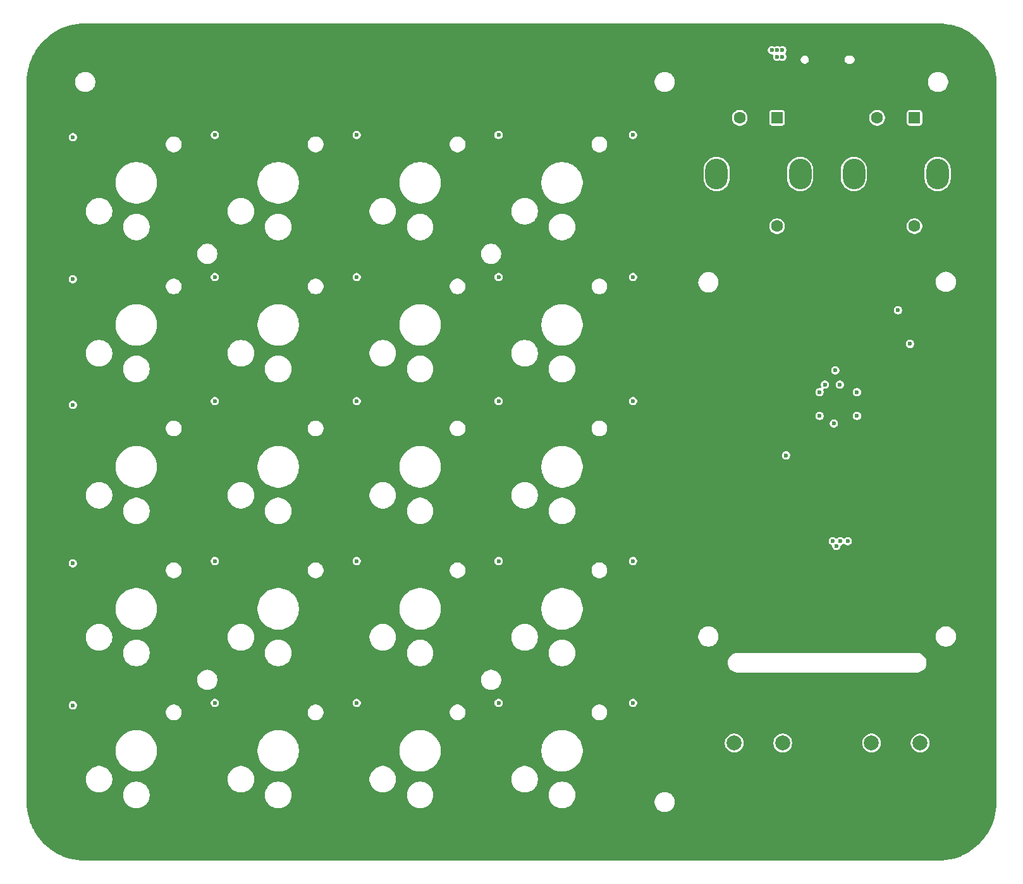
<source format=gbr>
%TF.GenerationSoftware,KiCad,Pcbnew,9.0.4*%
%TF.CreationDate,2025-10-10T02:19:08+02:00*%
%TF.ProjectId,ecad,65636164-2e6b-4696-9361-645f70636258,rev?*%
%TF.SameCoordinates,Original*%
%TF.FileFunction,Copper,L3,Inr*%
%TF.FilePolarity,Positive*%
%FSLAX46Y46*%
G04 Gerber Fmt 4.6, Leading zero omitted, Abs format (unit mm)*
G04 Created by KiCad (PCBNEW 9.0.4) date 2025-10-10 02:19:08*
%MOMM*%
%LPD*%
G01*
G04 APERTURE LIST*
G04 Aperture macros list*
%AMRoundRect*
0 Rectangle with rounded corners*
0 $1 Rounding radius*
0 $2 $3 $4 $5 $6 $7 $8 $9 X,Y pos of 4 corners*
0 Add a 4 corners polygon primitive as box body*
4,1,4,$2,$3,$4,$5,$6,$7,$8,$9,$2,$3,0*
0 Add four circle primitives for the rounded corners*
1,1,$1+$1,$2,$3*
1,1,$1+$1,$4,$5*
1,1,$1+$1,$6,$7*
1,1,$1+$1,$8,$9*
0 Add four rect primitives between the rounded corners*
20,1,$1+$1,$2,$3,$4,$5,0*
20,1,$1+$1,$4,$5,$6,$7,0*
20,1,$1+$1,$6,$7,$8,$9,0*
20,1,$1+$1,$8,$9,$2,$3,0*%
G04 Aperture macros list end*
%TA.AperFunction,ComponentPad*%
%ADD10RoundRect,0.250000X-0.550000X0.550000X-0.550000X-0.550000X0.550000X-0.550000X0.550000X0.550000X0*%
%TD*%
%TA.AperFunction,ComponentPad*%
%ADD11C,1.600000*%
%TD*%
%TA.AperFunction,ComponentPad*%
%ADD12O,3.000000X4.100000*%
%TD*%
%TA.AperFunction,ComponentPad*%
%ADD13C,2.000000*%
%TD*%
%TA.AperFunction,HeatsinkPad*%
%ADD14O,1.300000X2.600000*%
%TD*%
%TA.AperFunction,HeatsinkPad*%
%ADD15O,1.300000X2.300000*%
%TD*%
%TA.AperFunction,ViaPad*%
%ADD16C,0.600000*%
%TD*%
%TA.AperFunction,ViaPad*%
%ADD17C,0.800000*%
%TD*%
G04 APERTURE END LIST*
D10*
%TO.N,Net-(U2-GPIO28)*%
%TO.C,SW11*%
X164000000Y-78200000D03*
D11*
%TO.N,Net-(U2-GPIO27)*%
X159000000Y-78200000D03*
%TO.N,GND*%
X161500000Y-78200000D03*
%TO.N,Net-(U2-GPIO29)*%
X164000000Y-92700000D03*
%TO.N,GND*%
X159000000Y-92700000D03*
D12*
%TO.N,N/C*%
X167100000Y-85700000D03*
X155900000Y-85700000D03*
%TD*%
D13*
%TO.N,Net-(U2-GPIO16)*%
%TO.C,SW24*%
X176650000Y-161850000D03*
X183150000Y-161850000D03*
%TO.N,GND*%
X176650000Y-166350000D03*
X183150000Y-166350000D03*
%TD*%
D10*
%TO.N,Net-(U2-GPIO1)*%
%TO.C,SW10*%
X182400000Y-78200000D03*
D11*
%TO.N,Net-(U2-GPIO0)*%
X177400000Y-78200000D03*
%TO.N,GND*%
X179900000Y-78200000D03*
%TO.N,Net-(U2-GPIO2)*%
X182400000Y-92700000D03*
%TO.N,GND*%
X177400000Y-92700000D03*
D12*
%TO.N,N/C*%
X185500000Y-85700000D03*
X174300000Y-85700000D03*
%TD*%
D13*
%TO.N,Net-(U2-GPIO17)*%
%TO.C,SW25*%
X158250000Y-161850000D03*
X164750000Y-161850000D03*
%TO.N,GND*%
X158250000Y-166350000D03*
X164750000Y-166350000D03*
%TD*%
D14*
%TO.N,GND*%
%TO.C,J2*%
X166380000Y-67300000D03*
D15*
X166380000Y-71125000D03*
D14*
X175020000Y-67300000D03*
D15*
X175020000Y-71125000D03*
%TD*%
D16*
%TO.N,GND*%
X160792500Y-68800000D03*
X139792500Y-68800000D03*
X118792500Y-68800000D03*
X99292500Y-68800000D03*
X78292500Y-68800000D03*
X66750000Y-77157500D03*
X66750000Y-98157500D03*
X66750000Y-120007500D03*
X66750000Y-141807500D03*
X66750000Y-162807500D03*
X75107500Y-174350000D03*
X96107500Y-174350000D03*
X117107500Y-174350000D03*
X136607500Y-174350000D03*
X157607500Y-174350000D03*
X178607500Y-174350000D03*
X190150000Y-165992500D03*
X190150000Y-144992500D03*
X190150000Y-123185000D03*
X190150000Y-101360000D03*
X190150000Y-80360000D03*
X181810000Y-68800000D03*
%TO.N,/Switches/R1*%
X144700000Y-80500000D03*
X107700000Y-80500000D03*
X88700000Y-80500000D03*
X69700000Y-80800000D03*
X126700000Y-80500000D03*
%TO.N,/Switches/R2*%
X144700000Y-99500000D03*
X107700000Y-99500000D03*
X88700000Y-99500000D03*
X69700000Y-99800000D03*
X126700000Y-99500000D03*
%TO.N,/Switches/R4*%
X144700000Y-137500000D03*
X107700000Y-137500000D03*
X88700000Y-137500000D03*
X69700000Y-137800000D03*
X126700000Y-137500000D03*
%TO.N,/Switches/R5*%
X144700000Y-156500000D03*
X126700000Y-156500000D03*
X107700000Y-156500000D03*
X88700000Y-156500000D03*
X69700000Y-156800000D03*
%TO.N,+3.3V*%
X165210000Y-123360000D03*
X169700000Y-114900000D03*
X163300000Y-69150000D03*
X173450000Y-134850000D03*
X181800000Y-108450000D03*
X164700000Y-69150000D03*
X171950000Y-135500000D03*
X174700000Y-114900000D03*
X164700000Y-70050000D03*
X172450000Y-134850000D03*
X180200000Y-103950000D03*
X169700000Y-118100000D03*
X171800000Y-112000000D03*
X171450000Y-134850000D03*
X164000000Y-69150000D03*
X164000000Y-70050000D03*
X174700000Y-118100000D03*
%TO.N,+1V1*%
X171600000Y-119100000D03*
X172400000Y-113900000D03*
X170400000Y-113900000D03*
%TO.N,GND*%
X177500000Y-123150000D03*
X162000000Y-71850000D03*
X172450000Y-132450000D03*
D17*
X171100000Y-115400000D03*
D16*
X167300000Y-137150000D03*
X173700000Y-126050000D03*
X180350000Y-71800000D03*
X179300000Y-135100000D03*
X176500000Y-106150000D03*
X172600000Y-107500000D03*
X171300000Y-124630182D03*
X162000000Y-70450000D03*
X177100000Y-70950000D03*
X165200000Y-128440000D03*
X162000000Y-71150000D03*
X168500000Y-108900000D03*
X179100000Y-123750000D03*
D17*
X173300000Y-117600000D03*
X171100000Y-117600000D03*
D16*
X181800000Y-106500000D03*
X164300000Y-117500000D03*
X179000000Y-113200000D03*
X171450000Y-132450000D03*
D17*
X173300000Y-115400000D03*
D16*
X178300000Y-107500000D03*
X180100000Y-108850000D03*
X176500000Y-108850000D03*
X164300000Y-70950000D03*
X174100000Y-137150000D03*
X173600000Y-107500000D03*
X172300000Y-124630182D03*
X175300000Y-126750000D03*
X178800000Y-117500000D03*
X164500000Y-133500000D03*
X165900000Y-112900000D03*
X165200000Y-125900000D03*
X165900000Y-111900000D03*
X158700000Y-133500000D03*
X168950000Y-75100000D03*
X171950000Y-75100000D03*
X169500000Y-108900000D03*
X180100000Y-106150000D03*
%TO.N,/Switches/R3*%
X88700000Y-116100000D03*
X126700000Y-116100000D03*
X69700000Y-116600000D03*
X107700000Y-116100000D03*
X144700000Y-116100000D03*
%TD*%
%TA.AperFunction,Conductor*%
%TO.N,GND*%
G36*
X185552106Y-65550571D02*
G01*
X186081448Y-65568654D01*
X186089871Y-65569231D01*
X186614651Y-65623180D01*
X186622990Y-65624326D01*
X187053898Y-65698622D01*
X187142857Y-65713960D01*
X187151146Y-65715682D01*
X187663668Y-65840581D01*
X187671782Y-65842854D01*
X188067489Y-65968446D01*
X188174594Y-66002440D01*
X188182572Y-66005275D01*
X188359756Y-66075147D01*
X188673327Y-66198803D01*
X188681074Y-66202169D01*
X189157461Y-66428729D01*
X189164953Y-66432610D01*
X189333464Y-66527359D01*
X189624780Y-66691158D01*
X189632014Y-66695557D01*
X190073122Y-66984880D01*
X190080031Y-66989757D01*
X190500354Y-67308498D01*
X190506922Y-67313842D01*
X190904506Y-67660517D01*
X190910694Y-67666296D01*
X191283703Y-68039305D01*
X191289482Y-68045493D01*
X191636157Y-68443077D01*
X191641501Y-68449645D01*
X191960242Y-68869968D01*
X191965125Y-68876885D01*
X192254442Y-69317985D01*
X192258841Y-69325219D01*
X192517382Y-69785033D01*
X192521277Y-69792551D01*
X192747826Y-70268916D01*
X192751200Y-70276682D01*
X192944724Y-70767427D01*
X192947559Y-70775405D01*
X193107139Y-71278198D01*
X193109423Y-71286351D01*
X193234316Y-71798852D01*
X193236039Y-71807142D01*
X193325669Y-72326985D01*
X193326822Y-72335373D01*
X193380767Y-72860115D01*
X193381345Y-72868562D01*
X193399426Y-73397834D01*
X193399498Y-73402068D01*
X193399500Y-169702404D01*
X193399500Y-169747873D01*
X193399428Y-169752107D01*
X193381345Y-170281437D01*
X193380767Y-170289884D01*
X193326822Y-170814626D01*
X193325669Y-170823014D01*
X193236039Y-171342857D01*
X193234316Y-171351147D01*
X193109423Y-171863648D01*
X193107139Y-171871801D01*
X192947559Y-172374594D01*
X192944724Y-172382572D01*
X192751200Y-172873317D01*
X192747826Y-172881083D01*
X192521277Y-173357448D01*
X192517382Y-173364966D01*
X192258841Y-173824780D01*
X192254442Y-173832014D01*
X191965125Y-174273114D01*
X191960242Y-174280031D01*
X191641501Y-174700354D01*
X191636157Y-174706922D01*
X191289482Y-175104506D01*
X191283703Y-175110694D01*
X190910694Y-175483703D01*
X190904506Y-175489482D01*
X190506922Y-175836157D01*
X190500354Y-175841501D01*
X190080031Y-176160242D01*
X190073114Y-176165125D01*
X189632014Y-176454442D01*
X189624780Y-176458841D01*
X189164966Y-176717382D01*
X189157448Y-176721277D01*
X188681083Y-176947826D01*
X188673317Y-176951200D01*
X188182572Y-177144724D01*
X188174594Y-177147559D01*
X187671801Y-177307139D01*
X187663648Y-177309423D01*
X187151147Y-177434316D01*
X187142857Y-177436039D01*
X186623014Y-177525669D01*
X186614626Y-177526822D01*
X186089884Y-177580767D01*
X186081437Y-177581345D01*
X185552136Y-177599427D01*
X185547902Y-177599499D01*
X71352125Y-177599499D01*
X71347892Y-177599427D01*
X70818563Y-177581346D01*
X70810115Y-177580768D01*
X70285373Y-177526823D01*
X70276985Y-177525670D01*
X69757142Y-177436040D01*
X69748852Y-177434317D01*
X69236351Y-177309424D01*
X69228198Y-177307140D01*
X68725405Y-177147560D01*
X68717427Y-177144725D01*
X68226682Y-176951201D01*
X68218916Y-176947827D01*
X67742551Y-176721278D01*
X67735033Y-176717383D01*
X67275219Y-176458842D01*
X67267985Y-176454443D01*
X66826885Y-176165126D01*
X66819968Y-176160243D01*
X66399645Y-175841502D01*
X66393077Y-175836158D01*
X65995493Y-175489483D01*
X65989305Y-175483704D01*
X65616296Y-175110695D01*
X65610517Y-175104507D01*
X65610516Y-175104506D01*
X65263832Y-174706912D01*
X65258507Y-174700367D01*
X64939750Y-174280024D01*
X64934873Y-174273115D01*
X64934872Y-174273114D01*
X64645555Y-173832014D01*
X64641157Y-173824781D01*
X64591053Y-173735672D01*
X64382609Y-173364954D01*
X64378728Y-173357462D01*
X64152168Y-172881075D01*
X64148798Y-172873318D01*
X63955274Y-172382573D01*
X63952439Y-172374595D01*
X63898410Y-172204364D01*
X63792853Y-171871783D01*
X63790580Y-171863669D01*
X63665682Y-171351147D01*
X63663960Y-171342858D01*
X63663960Y-171342857D01*
X63574325Y-170822990D01*
X63573179Y-170814652D01*
X63519230Y-170289872D01*
X63518653Y-170281437D01*
X63518208Y-170268414D01*
X63500572Y-169752136D01*
X63500500Y-169747903D01*
X63500500Y-168683634D01*
X76424500Y-168683634D01*
X76424500Y-168916365D01*
X76424501Y-168916382D01*
X76454878Y-169147122D01*
X76515120Y-169371947D01*
X76604180Y-169586960D01*
X76604188Y-169586976D01*
X76720553Y-169788524D01*
X76720564Y-169788540D01*
X76862242Y-169973179D01*
X76862248Y-169973186D01*
X77026813Y-170137751D01*
X77026819Y-170137756D01*
X77211468Y-170279442D01*
X77211475Y-170279446D01*
X77413023Y-170395811D01*
X77413039Y-170395819D01*
X77628052Y-170484879D01*
X77628054Y-170484879D01*
X77628060Y-170484882D01*
X77852874Y-170545121D01*
X78083628Y-170575500D01*
X78083635Y-170575500D01*
X78316365Y-170575500D01*
X78316372Y-170575500D01*
X78547126Y-170545121D01*
X78771940Y-170484882D01*
X78837284Y-170457816D01*
X78986960Y-170395819D01*
X78986963Y-170395817D01*
X78986969Y-170395815D01*
X79188532Y-170279442D01*
X79373181Y-170137756D01*
X79537756Y-169973181D01*
X79679442Y-169788532D01*
X79795815Y-169586969D01*
X79884882Y-169371940D01*
X79945121Y-169147126D01*
X79975500Y-168916372D01*
X79975500Y-168683634D01*
X95424500Y-168683634D01*
X95424500Y-168916365D01*
X95424501Y-168916382D01*
X95454878Y-169147122D01*
X95515120Y-169371947D01*
X95604180Y-169586960D01*
X95604188Y-169586976D01*
X95720553Y-169788524D01*
X95720564Y-169788540D01*
X95862242Y-169973179D01*
X95862248Y-169973186D01*
X96026813Y-170137751D01*
X96026819Y-170137756D01*
X96211468Y-170279442D01*
X96211475Y-170279446D01*
X96413023Y-170395811D01*
X96413039Y-170395819D01*
X96628052Y-170484879D01*
X96628054Y-170484879D01*
X96628060Y-170484882D01*
X96852874Y-170545121D01*
X97083628Y-170575500D01*
X97083635Y-170575500D01*
X97316365Y-170575500D01*
X97316372Y-170575500D01*
X97547126Y-170545121D01*
X97771940Y-170484882D01*
X97837284Y-170457816D01*
X97986960Y-170395819D01*
X97986963Y-170395817D01*
X97986969Y-170395815D01*
X98188532Y-170279442D01*
X98373181Y-170137756D01*
X98537756Y-169973181D01*
X98679442Y-169788532D01*
X98795815Y-169586969D01*
X98884882Y-169371940D01*
X98945121Y-169147126D01*
X98975500Y-168916372D01*
X98975500Y-168683634D01*
X114424500Y-168683634D01*
X114424500Y-168916365D01*
X114424501Y-168916382D01*
X114454878Y-169147122D01*
X114515120Y-169371947D01*
X114604180Y-169586960D01*
X114604188Y-169586976D01*
X114720553Y-169788524D01*
X114720564Y-169788540D01*
X114862242Y-169973179D01*
X114862248Y-169973186D01*
X115026813Y-170137751D01*
X115026819Y-170137756D01*
X115211468Y-170279442D01*
X115211475Y-170279446D01*
X115413023Y-170395811D01*
X115413039Y-170395819D01*
X115628052Y-170484879D01*
X115628054Y-170484879D01*
X115628060Y-170484882D01*
X115852874Y-170545121D01*
X116083628Y-170575500D01*
X116083635Y-170575500D01*
X116316365Y-170575500D01*
X116316372Y-170575500D01*
X116547126Y-170545121D01*
X116771940Y-170484882D01*
X116837284Y-170457816D01*
X116986960Y-170395819D01*
X116986963Y-170395817D01*
X116986969Y-170395815D01*
X117188532Y-170279442D01*
X117373181Y-170137756D01*
X117537756Y-169973181D01*
X117679442Y-169788532D01*
X117795815Y-169586969D01*
X117884882Y-169371940D01*
X117945121Y-169147126D01*
X117975500Y-168916372D01*
X117975500Y-168683634D01*
X133424500Y-168683634D01*
X133424500Y-168916365D01*
X133424501Y-168916382D01*
X133454878Y-169147122D01*
X133515120Y-169371947D01*
X133604180Y-169586960D01*
X133604188Y-169586976D01*
X133720553Y-169788524D01*
X133720564Y-169788540D01*
X133862242Y-169973179D01*
X133862248Y-169973186D01*
X134026813Y-170137751D01*
X134026819Y-170137756D01*
X134211468Y-170279442D01*
X134211475Y-170279446D01*
X134413023Y-170395811D01*
X134413039Y-170395819D01*
X134628052Y-170484879D01*
X134628054Y-170484879D01*
X134628060Y-170484882D01*
X134852874Y-170545121D01*
X135083628Y-170575500D01*
X135083635Y-170575500D01*
X135316365Y-170575500D01*
X135316372Y-170575500D01*
X135547126Y-170545121D01*
X135771940Y-170484882D01*
X135837284Y-170457816D01*
X135986960Y-170395819D01*
X135986963Y-170395817D01*
X135986969Y-170395815D01*
X136188532Y-170279442D01*
X136373181Y-170137756D01*
X136537756Y-169973181D01*
X136679442Y-169788532D01*
X136763054Y-169643713D01*
X147599500Y-169643713D01*
X147599500Y-169856286D01*
X147626481Y-170026641D01*
X147632754Y-170066243D01*
X147655990Y-170137757D01*
X147698444Y-170268414D01*
X147794951Y-170457820D01*
X147919890Y-170629786D01*
X148070213Y-170780109D01*
X148242179Y-170905048D01*
X148242181Y-170905049D01*
X148242184Y-170905051D01*
X148431588Y-171001557D01*
X148633757Y-171067246D01*
X148843713Y-171100500D01*
X148843714Y-171100500D01*
X149056286Y-171100500D01*
X149056287Y-171100500D01*
X149266243Y-171067246D01*
X149468412Y-171001557D01*
X149657816Y-170905051D01*
X149770730Y-170823015D01*
X149829786Y-170780109D01*
X149829788Y-170780106D01*
X149829792Y-170780104D01*
X149980104Y-170629792D01*
X149980106Y-170629788D01*
X149980109Y-170629786D01*
X150105048Y-170457820D01*
X150105047Y-170457820D01*
X150105051Y-170457816D01*
X150201557Y-170268412D01*
X150267246Y-170066243D01*
X150300500Y-169856287D01*
X150300500Y-169643713D01*
X150267246Y-169433757D01*
X150201557Y-169231588D01*
X150105051Y-169042184D01*
X150105049Y-169042181D01*
X150105048Y-169042179D01*
X149980109Y-168870213D01*
X149829786Y-168719890D01*
X149657820Y-168594951D01*
X149468414Y-168498444D01*
X149468413Y-168498443D01*
X149468412Y-168498443D01*
X149266243Y-168432754D01*
X149266241Y-168432753D01*
X149266240Y-168432753D01*
X149104957Y-168407208D01*
X149056287Y-168399500D01*
X148843713Y-168399500D01*
X148795042Y-168407208D01*
X148633760Y-168432753D01*
X148431585Y-168498444D01*
X148242179Y-168594951D01*
X148070213Y-168719890D01*
X147919890Y-168870213D01*
X147794951Y-169042179D01*
X147698444Y-169231585D01*
X147632753Y-169433760D01*
X147599500Y-169643713D01*
X136763054Y-169643713D01*
X136795815Y-169586969D01*
X136884882Y-169371940D01*
X136945121Y-169147126D01*
X136975500Y-168916372D01*
X136975500Y-168683628D01*
X136945121Y-168452874D01*
X136884882Y-168228060D01*
X136806057Y-168037757D01*
X136795819Y-168013039D01*
X136795811Y-168013023D01*
X136679446Y-167811475D01*
X136679442Y-167811468D01*
X136537756Y-167626819D01*
X136537751Y-167626813D01*
X136373186Y-167462248D01*
X136373179Y-167462242D01*
X136188540Y-167320564D01*
X136188538Y-167320562D01*
X136188532Y-167320558D01*
X136188527Y-167320555D01*
X136188524Y-167320553D01*
X135986976Y-167204188D01*
X135986960Y-167204180D01*
X135771947Y-167115120D01*
X135547122Y-167054878D01*
X135316382Y-167024501D01*
X135316377Y-167024500D01*
X135316372Y-167024500D01*
X135083628Y-167024500D01*
X135083622Y-167024500D01*
X135083617Y-167024501D01*
X134852877Y-167054878D01*
X134628052Y-167115120D01*
X134413039Y-167204180D01*
X134413023Y-167204188D01*
X134211475Y-167320553D01*
X134211459Y-167320564D01*
X134026820Y-167462242D01*
X134026813Y-167462248D01*
X133862248Y-167626813D01*
X133862242Y-167626820D01*
X133720564Y-167811459D01*
X133720553Y-167811475D01*
X133604188Y-168013023D01*
X133604180Y-168013039D01*
X133515120Y-168228052D01*
X133454878Y-168452877D01*
X133424501Y-168683617D01*
X133424500Y-168683634D01*
X117975500Y-168683634D01*
X117975500Y-168683628D01*
X117945121Y-168452874D01*
X117884882Y-168228060D01*
X117806057Y-168037757D01*
X117795819Y-168013039D01*
X117795811Y-168013023D01*
X117679446Y-167811475D01*
X117679442Y-167811468D01*
X117537756Y-167626819D01*
X117537751Y-167626813D01*
X117373186Y-167462248D01*
X117373179Y-167462242D01*
X117188540Y-167320564D01*
X117188538Y-167320562D01*
X117188532Y-167320558D01*
X117188527Y-167320555D01*
X117188524Y-167320553D01*
X116986976Y-167204188D01*
X116986960Y-167204180D01*
X116771947Y-167115120D01*
X116547122Y-167054878D01*
X116316382Y-167024501D01*
X116316377Y-167024500D01*
X116316372Y-167024500D01*
X116083628Y-167024500D01*
X116083622Y-167024500D01*
X116083617Y-167024501D01*
X115852877Y-167054878D01*
X115628052Y-167115120D01*
X115413039Y-167204180D01*
X115413023Y-167204188D01*
X115211475Y-167320553D01*
X115211459Y-167320564D01*
X115026820Y-167462242D01*
X115026813Y-167462248D01*
X114862248Y-167626813D01*
X114862242Y-167626820D01*
X114720564Y-167811459D01*
X114720553Y-167811475D01*
X114604188Y-168013023D01*
X114604180Y-168013039D01*
X114515120Y-168228052D01*
X114454878Y-168452877D01*
X114424501Y-168683617D01*
X114424500Y-168683634D01*
X98975500Y-168683634D01*
X98975500Y-168683628D01*
X98945121Y-168452874D01*
X98884882Y-168228060D01*
X98806057Y-168037757D01*
X98795819Y-168013039D01*
X98795811Y-168013023D01*
X98679446Y-167811475D01*
X98679442Y-167811468D01*
X98537756Y-167626819D01*
X98537751Y-167626813D01*
X98373186Y-167462248D01*
X98373179Y-167462242D01*
X98188540Y-167320564D01*
X98188538Y-167320562D01*
X98188532Y-167320558D01*
X98188527Y-167320555D01*
X98188524Y-167320553D01*
X97986976Y-167204188D01*
X97986960Y-167204180D01*
X97771947Y-167115120D01*
X97547122Y-167054878D01*
X97316382Y-167024501D01*
X97316377Y-167024500D01*
X97316372Y-167024500D01*
X97083628Y-167024500D01*
X97083622Y-167024500D01*
X97083617Y-167024501D01*
X96852877Y-167054878D01*
X96628052Y-167115120D01*
X96413039Y-167204180D01*
X96413023Y-167204188D01*
X96211475Y-167320553D01*
X96211459Y-167320564D01*
X96026820Y-167462242D01*
X96026813Y-167462248D01*
X95862248Y-167626813D01*
X95862242Y-167626820D01*
X95720564Y-167811459D01*
X95720553Y-167811475D01*
X95604188Y-168013023D01*
X95604180Y-168013039D01*
X95515120Y-168228052D01*
X95454878Y-168452877D01*
X95424501Y-168683617D01*
X95424500Y-168683634D01*
X79975500Y-168683634D01*
X79975500Y-168683628D01*
X79945121Y-168452874D01*
X79884882Y-168228060D01*
X79806057Y-168037757D01*
X79795819Y-168013039D01*
X79795811Y-168013023D01*
X79679446Y-167811475D01*
X79679442Y-167811468D01*
X79537756Y-167626819D01*
X79537751Y-167626813D01*
X79373186Y-167462248D01*
X79373179Y-167462242D01*
X79188540Y-167320564D01*
X79188538Y-167320562D01*
X79188532Y-167320558D01*
X79188527Y-167320555D01*
X79188524Y-167320553D01*
X78986976Y-167204188D01*
X78986960Y-167204180D01*
X78771947Y-167115120D01*
X78547122Y-167054878D01*
X78316382Y-167024501D01*
X78316377Y-167024500D01*
X78316372Y-167024500D01*
X78083628Y-167024500D01*
X78083622Y-167024500D01*
X78083617Y-167024501D01*
X77852877Y-167054878D01*
X77628052Y-167115120D01*
X77413039Y-167204180D01*
X77413023Y-167204188D01*
X77211475Y-167320553D01*
X77211459Y-167320564D01*
X77026820Y-167462242D01*
X77026813Y-167462248D01*
X76862248Y-167626813D01*
X76862242Y-167626820D01*
X76720564Y-167811459D01*
X76720553Y-167811475D01*
X76604188Y-168013023D01*
X76604180Y-168013039D01*
X76515120Y-168228052D01*
X76454878Y-168452877D01*
X76424501Y-168683617D01*
X76424500Y-168683634D01*
X63500500Y-168683634D01*
X63500500Y-166583628D01*
X71424500Y-166583628D01*
X71424500Y-166816372D01*
X71454879Y-167047126D01*
X71473097Y-167115118D01*
X71515120Y-167271947D01*
X71604180Y-167486960D01*
X71604188Y-167486976D01*
X71720553Y-167688524D01*
X71720564Y-167688540D01*
X71862242Y-167873179D01*
X71862248Y-167873186D01*
X72026813Y-168037751D01*
X72026819Y-168037756D01*
X72211468Y-168179442D01*
X72211475Y-168179446D01*
X72413023Y-168295811D01*
X72413039Y-168295819D01*
X72628052Y-168384879D01*
X72628054Y-168384879D01*
X72628060Y-168384882D01*
X72852874Y-168445121D01*
X73083628Y-168475500D01*
X73083635Y-168475500D01*
X73316365Y-168475500D01*
X73316372Y-168475500D01*
X73547126Y-168445121D01*
X73771940Y-168384882D01*
X73829953Y-168360852D01*
X73986960Y-168295819D01*
X73986963Y-168295817D01*
X73986969Y-168295815D01*
X74188532Y-168179442D01*
X74373181Y-168037756D01*
X74537756Y-167873181D01*
X74679442Y-167688532D01*
X74795815Y-167486969D01*
X74806057Y-167462244D01*
X74884879Y-167271947D01*
X74884878Y-167271947D01*
X74884882Y-167271940D01*
X74945121Y-167047126D01*
X74975500Y-166816372D01*
X74975500Y-166583628D01*
X90424500Y-166583628D01*
X90424500Y-166816372D01*
X90454879Y-167047126D01*
X90473097Y-167115118D01*
X90515120Y-167271947D01*
X90604180Y-167486960D01*
X90604188Y-167486976D01*
X90720553Y-167688524D01*
X90720564Y-167688540D01*
X90862242Y-167873179D01*
X90862248Y-167873186D01*
X91026813Y-168037751D01*
X91026819Y-168037756D01*
X91211468Y-168179442D01*
X91211475Y-168179446D01*
X91413023Y-168295811D01*
X91413039Y-168295819D01*
X91628052Y-168384879D01*
X91628054Y-168384879D01*
X91628060Y-168384882D01*
X91852874Y-168445121D01*
X92083628Y-168475500D01*
X92083635Y-168475500D01*
X92316365Y-168475500D01*
X92316372Y-168475500D01*
X92547126Y-168445121D01*
X92771940Y-168384882D01*
X92829953Y-168360852D01*
X92986960Y-168295819D01*
X92986963Y-168295817D01*
X92986969Y-168295815D01*
X93188532Y-168179442D01*
X93373181Y-168037756D01*
X93537756Y-167873181D01*
X93679442Y-167688532D01*
X93795815Y-167486969D01*
X93806057Y-167462244D01*
X93884879Y-167271947D01*
X93884878Y-167271947D01*
X93884882Y-167271940D01*
X93945121Y-167047126D01*
X93975500Y-166816372D01*
X93975500Y-166583628D01*
X109424500Y-166583628D01*
X109424500Y-166816372D01*
X109454879Y-167047126D01*
X109473097Y-167115118D01*
X109515120Y-167271947D01*
X109604180Y-167486960D01*
X109604188Y-167486976D01*
X109720553Y-167688524D01*
X109720564Y-167688540D01*
X109862242Y-167873179D01*
X109862248Y-167873186D01*
X110026813Y-168037751D01*
X110026819Y-168037756D01*
X110211468Y-168179442D01*
X110211475Y-168179446D01*
X110413023Y-168295811D01*
X110413039Y-168295819D01*
X110628052Y-168384879D01*
X110628054Y-168384879D01*
X110628060Y-168384882D01*
X110852874Y-168445121D01*
X111083628Y-168475500D01*
X111083635Y-168475500D01*
X111316365Y-168475500D01*
X111316372Y-168475500D01*
X111547126Y-168445121D01*
X111771940Y-168384882D01*
X111829953Y-168360852D01*
X111986960Y-168295819D01*
X111986963Y-168295817D01*
X111986969Y-168295815D01*
X112188532Y-168179442D01*
X112373181Y-168037756D01*
X112537756Y-167873181D01*
X112679442Y-167688532D01*
X112795815Y-167486969D01*
X112806057Y-167462244D01*
X112884879Y-167271947D01*
X112884878Y-167271947D01*
X112884882Y-167271940D01*
X112945121Y-167047126D01*
X112975500Y-166816372D01*
X112975500Y-166583628D01*
X128424500Y-166583628D01*
X128424500Y-166816372D01*
X128454879Y-167047126D01*
X128473097Y-167115118D01*
X128515120Y-167271947D01*
X128604180Y-167486960D01*
X128604188Y-167486976D01*
X128720553Y-167688524D01*
X128720564Y-167688540D01*
X128862242Y-167873179D01*
X128862248Y-167873186D01*
X129026813Y-168037751D01*
X129026819Y-168037756D01*
X129211468Y-168179442D01*
X129211475Y-168179446D01*
X129413023Y-168295811D01*
X129413039Y-168295819D01*
X129628052Y-168384879D01*
X129628054Y-168384879D01*
X129628060Y-168384882D01*
X129852874Y-168445121D01*
X130083628Y-168475500D01*
X130083635Y-168475500D01*
X130316365Y-168475500D01*
X130316372Y-168475500D01*
X130547126Y-168445121D01*
X130771940Y-168384882D01*
X130829953Y-168360852D01*
X130986960Y-168295819D01*
X130986963Y-168295817D01*
X130986969Y-168295815D01*
X131188532Y-168179442D01*
X131373181Y-168037756D01*
X131537756Y-167873181D01*
X131679442Y-167688532D01*
X131795815Y-167486969D01*
X131806057Y-167462244D01*
X131884879Y-167271947D01*
X131884878Y-167271947D01*
X131884882Y-167271940D01*
X131945121Y-167047126D01*
X131975500Y-166816372D01*
X131975500Y-166583628D01*
X131945121Y-166352874D01*
X131884882Y-166128060D01*
X131884879Y-166128052D01*
X131795819Y-165913039D01*
X131795811Y-165913023D01*
X131679446Y-165711475D01*
X131679442Y-165711468D01*
X131537756Y-165526819D01*
X131537751Y-165526813D01*
X131373186Y-165362248D01*
X131373179Y-165362242D01*
X131188540Y-165220564D01*
X131188538Y-165220562D01*
X131188532Y-165220558D01*
X131188527Y-165220555D01*
X131188524Y-165220553D01*
X130986976Y-165104188D01*
X130986960Y-165104180D01*
X130771947Y-165015120D01*
X130547122Y-164954878D01*
X130316382Y-164924501D01*
X130316377Y-164924500D01*
X130316372Y-164924500D01*
X130083628Y-164924500D01*
X130083622Y-164924500D01*
X130083617Y-164924501D01*
X129852877Y-164954878D01*
X129628052Y-165015120D01*
X129413039Y-165104180D01*
X129413023Y-165104188D01*
X129211475Y-165220553D01*
X129211459Y-165220564D01*
X129026820Y-165362242D01*
X129026813Y-165362248D01*
X128862248Y-165526813D01*
X128862242Y-165526820D01*
X128720564Y-165711459D01*
X128720553Y-165711475D01*
X128604188Y-165913023D01*
X128604180Y-165913039D01*
X128515120Y-166128052D01*
X128454878Y-166352877D01*
X128424501Y-166583617D01*
X128424500Y-166583628D01*
X112975500Y-166583628D01*
X112945121Y-166352874D01*
X112884882Y-166128060D01*
X112884879Y-166128052D01*
X112795819Y-165913039D01*
X112795811Y-165913023D01*
X112679446Y-165711475D01*
X112679442Y-165711468D01*
X112537756Y-165526819D01*
X112537751Y-165526813D01*
X112373186Y-165362248D01*
X112373179Y-165362242D01*
X112188540Y-165220564D01*
X112188538Y-165220562D01*
X112188532Y-165220558D01*
X112188527Y-165220555D01*
X112188524Y-165220553D01*
X111986976Y-165104188D01*
X111986960Y-165104180D01*
X111771947Y-165015120D01*
X111547122Y-164954878D01*
X111316382Y-164924501D01*
X111316377Y-164924500D01*
X111316372Y-164924500D01*
X111083628Y-164924500D01*
X111083622Y-164924500D01*
X111083617Y-164924501D01*
X110852877Y-164954878D01*
X110628052Y-165015120D01*
X110413039Y-165104180D01*
X110413023Y-165104188D01*
X110211475Y-165220553D01*
X110211459Y-165220564D01*
X110026820Y-165362242D01*
X110026813Y-165362248D01*
X109862248Y-165526813D01*
X109862242Y-165526820D01*
X109720564Y-165711459D01*
X109720553Y-165711475D01*
X109604188Y-165913023D01*
X109604180Y-165913039D01*
X109515120Y-166128052D01*
X109454878Y-166352877D01*
X109424501Y-166583617D01*
X109424500Y-166583628D01*
X93975500Y-166583628D01*
X93945121Y-166352874D01*
X93884882Y-166128060D01*
X93884879Y-166128052D01*
X93795819Y-165913039D01*
X93795811Y-165913023D01*
X93679446Y-165711475D01*
X93679442Y-165711468D01*
X93537756Y-165526819D01*
X93537751Y-165526813D01*
X93373186Y-165362248D01*
X93373179Y-165362242D01*
X93188540Y-165220564D01*
X93188538Y-165220562D01*
X93188532Y-165220558D01*
X93188527Y-165220555D01*
X93188524Y-165220553D01*
X92986976Y-165104188D01*
X92986960Y-165104180D01*
X92771947Y-165015120D01*
X92547122Y-164954878D01*
X92316382Y-164924501D01*
X92316377Y-164924500D01*
X92316372Y-164924500D01*
X92083628Y-164924500D01*
X92083622Y-164924500D01*
X92083617Y-164924501D01*
X91852877Y-164954878D01*
X91628052Y-165015120D01*
X91413039Y-165104180D01*
X91413023Y-165104188D01*
X91211475Y-165220553D01*
X91211459Y-165220564D01*
X91026820Y-165362242D01*
X91026813Y-165362248D01*
X90862248Y-165526813D01*
X90862242Y-165526820D01*
X90720564Y-165711459D01*
X90720553Y-165711475D01*
X90604188Y-165913023D01*
X90604180Y-165913039D01*
X90515120Y-166128052D01*
X90454878Y-166352877D01*
X90424501Y-166583617D01*
X90424500Y-166583628D01*
X74975500Y-166583628D01*
X74945121Y-166352874D01*
X74884882Y-166128060D01*
X74884879Y-166128052D01*
X74795819Y-165913039D01*
X74795811Y-165913023D01*
X74679446Y-165711475D01*
X74679442Y-165711468D01*
X74537756Y-165526819D01*
X74537751Y-165526813D01*
X74373186Y-165362248D01*
X74373179Y-165362242D01*
X74188540Y-165220564D01*
X74188538Y-165220562D01*
X74188532Y-165220558D01*
X74188527Y-165220555D01*
X74188524Y-165220553D01*
X73986976Y-165104188D01*
X73986960Y-165104180D01*
X73771947Y-165015120D01*
X73547122Y-164954878D01*
X73316382Y-164924501D01*
X73316377Y-164924500D01*
X73316372Y-164924500D01*
X73083628Y-164924500D01*
X73083622Y-164924500D01*
X73083617Y-164924501D01*
X72852877Y-164954878D01*
X72628052Y-165015120D01*
X72413039Y-165104180D01*
X72413023Y-165104188D01*
X72211475Y-165220553D01*
X72211459Y-165220564D01*
X72026820Y-165362242D01*
X72026813Y-165362248D01*
X71862248Y-165526813D01*
X71862242Y-165526820D01*
X71720564Y-165711459D01*
X71720553Y-165711475D01*
X71604188Y-165913023D01*
X71604180Y-165913039D01*
X71515120Y-166128052D01*
X71454878Y-166352877D01*
X71424501Y-166583617D01*
X71424500Y-166583628D01*
X63500500Y-166583628D01*
X63500500Y-162744126D01*
X75424500Y-162744126D01*
X75424500Y-163055873D01*
X75459402Y-163365633D01*
X75459404Y-163365649D01*
X75528771Y-163669567D01*
X75528775Y-163669579D01*
X75631733Y-163963814D01*
X75766988Y-164244674D01*
X75766990Y-164244677D01*
X75932844Y-164508633D01*
X76127209Y-164752359D01*
X76347641Y-164972791D01*
X76591367Y-165167156D01*
X76855323Y-165333010D01*
X77136189Y-165468268D01*
X77357174Y-165545594D01*
X77430420Y-165571224D01*
X77430432Y-165571228D01*
X77734354Y-165640596D01*
X78044126Y-165675499D01*
X78044127Y-165675500D01*
X78044131Y-165675500D01*
X78355873Y-165675500D01*
X78355873Y-165675499D01*
X78665646Y-165640596D01*
X78969568Y-165571228D01*
X79263811Y-165468268D01*
X79544677Y-165333010D01*
X79808633Y-165167156D01*
X80052359Y-164972791D01*
X80272791Y-164752359D01*
X80467156Y-164508633D01*
X80633010Y-164244677D01*
X80768268Y-163963811D01*
X80871228Y-163669568D01*
X80940596Y-163365646D01*
X80975500Y-163055869D01*
X80975500Y-162744131D01*
X80975499Y-162744126D01*
X94424500Y-162744126D01*
X94424500Y-163055873D01*
X94459402Y-163365633D01*
X94459404Y-163365649D01*
X94528771Y-163669567D01*
X94528775Y-163669579D01*
X94631733Y-163963814D01*
X94766988Y-164244674D01*
X94766990Y-164244677D01*
X94932844Y-164508633D01*
X95127209Y-164752359D01*
X95347641Y-164972791D01*
X95591367Y-165167156D01*
X95855323Y-165333010D01*
X96136189Y-165468268D01*
X96357174Y-165545594D01*
X96430420Y-165571224D01*
X96430432Y-165571228D01*
X96734354Y-165640596D01*
X97044126Y-165675499D01*
X97044127Y-165675500D01*
X97044131Y-165675500D01*
X97355873Y-165675500D01*
X97355873Y-165675499D01*
X97665646Y-165640596D01*
X97969568Y-165571228D01*
X98263811Y-165468268D01*
X98544677Y-165333010D01*
X98808633Y-165167156D01*
X99052359Y-164972791D01*
X99272791Y-164752359D01*
X99467156Y-164508633D01*
X99633010Y-164244677D01*
X99768268Y-163963811D01*
X99871228Y-163669568D01*
X99940596Y-163365646D01*
X99975500Y-163055869D01*
X99975500Y-162744131D01*
X99975499Y-162744126D01*
X113424500Y-162744126D01*
X113424500Y-163055873D01*
X113459402Y-163365633D01*
X113459404Y-163365649D01*
X113528771Y-163669567D01*
X113528775Y-163669579D01*
X113631733Y-163963814D01*
X113766988Y-164244674D01*
X113766990Y-164244677D01*
X113932844Y-164508633D01*
X114127209Y-164752359D01*
X114347641Y-164972791D01*
X114591367Y-165167156D01*
X114855323Y-165333010D01*
X115136189Y-165468268D01*
X115357174Y-165545594D01*
X115430420Y-165571224D01*
X115430432Y-165571228D01*
X115734354Y-165640596D01*
X116044126Y-165675499D01*
X116044127Y-165675500D01*
X116044131Y-165675500D01*
X116355873Y-165675500D01*
X116355873Y-165675499D01*
X116665646Y-165640596D01*
X116969568Y-165571228D01*
X117263811Y-165468268D01*
X117544677Y-165333010D01*
X117808633Y-165167156D01*
X118052359Y-164972791D01*
X118272791Y-164752359D01*
X118467156Y-164508633D01*
X118633010Y-164244677D01*
X118768268Y-163963811D01*
X118871228Y-163669568D01*
X118940596Y-163365646D01*
X118975500Y-163055869D01*
X118975500Y-162744131D01*
X118975499Y-162744126D01*
X132424500Y-162744126D01*
X132424500Y-163055873D01*
X132459402Y-163365633D01*
X132459404Y-163365649D01*
X132528771Y-163669567D01*
X132528775Y-163669579D01*
X132631733Y-163963814D01*
X132766988Y-164244674D01*
X132766990Y-164244677D01*
X132932844Y-164508633D01*
X133127209Y-164752359D01*
X133347641Y-164972791D01*
X133591367Y-165167156D01*
X133855323Y-165333010D01*
X134136189Y-165468268D01*
X134357174Y-165545594D01*
X134430420Y-165571224D01*
X134430432Y-165571228D01*
X134734354Y-165640596D01*
X135044126Y-165675499D01*
X135044127Y-165675500D01*
X135044131Y-165675500D01*
X135355873Y-165675500D01*
X135355873Y-165675499D01*
X135665646Y-165640596D01*
X135969568Y-165571228D01*
X136263811Y-165468268D01*
X136544677Y-165333010D01*
X136808633Y-165167156D01*
X137052359Y-164972791D01*
X137272791Y-164752359D01*
X137467156Y-164508633D01*
X137633010Y-164244677D01*
X137768268Y-163963811D01*
X137871228Y-163669568D01*
X137940596Y-163365646D01*
X137975500Y-163055869D01*
X137975500Y-162744131D01*
X137940596Y-162434354D01*
X137871228Y-162130432D01*
X137768268Y-161836189D01*
X137727521Y-161751577D01*
X156999500Y-161751577D01*
X156999500Y-161948422D01*
X157030290Y-162142826D01*
X157091117Y-162330029D01*
X157144274Y-162434354D01*
X157180476Y-162505405D01*
X157296172Y-162664646D01*
X157435354Y-162803828D01*
X157594595Y-162919524D01*
X157677455Y-162961743D01*
X157769970Y-163008882D01*
X157769972Y-163008882D01*
X157769975Y-163008884D01*
X157870317Y-163041487D01*
X157957173Y-163069709D01*
X158151578Y-163100500D01*
X158151583Y-163100500D01*
X158348422Y-163100500D01*
X158542826Y-163069709D01*
X158730025Y-163008884D01*
X158905405Y-162919524D01*
X159064646Y-162803828D01*
X159203828Y-162664646D01*
X159319524Y-162505405D01*
X159408884Y-162330025D01*
X159469709Y-162142826D01*
X159471674Y-162130420D01*
X159500500Y-161948422D01*
X159500500Y-161751577D01*
X163499500Y-161751577D01*
X163499500Y-161948422D01*
X163530290Y-162142826D01*
X163591117Y-162330029D01*
X163644274Y-162434354D01*
X163680476Y-162505405D01*
X163796172Y-162664646D01*
X163935354Y-162803828D01*
X164094595Y-162919524D01*
X164177455Y-162961743D01*
X164269970Y-163008882D01*
X164269972Y-163008882D01*
X164269975Y-163008884D01*
X164370317Y-163041487D01*
X164457173Y-163069709D01*
X164651578Y-163100500D01*
X164651583Y-163100500D01*
X164848422Y-163100500D01*
X165042826Y-163069709D01*
X165230025Y-163008884D01*
X165405405Y-162919524D01*
X165564646Y-162803828D01*
X165703828Y-162664646D01*
X165819524Y-162505405D01*
X165908884Y-162330025D01*
X165969709Y-162142826D01*
X165971674Y-162130420D01*
X166000500Y-161948422D01*
X166000500Y-161751577D01*
X175399500Y-161751577D01*
X175399500Y-161948422D01*
X175430290Y-162142826D01*
X175491117Y-162330029D01*
X175544274Y-162434354D01*
X175580476Y-162505405D01*
X175696172Y-162664646D01*
X175835354Y-162803828D01*
X175994595Y-162919524D01*
X176077455Y-162961743D01*
X176169970Y-163008882D01*
X176169972Y-163008882D01*
X176169975Y-163008884D01*
X176270317Y-163041487D01*
X176357173Y-163069709D01*
X176551578Y-163100500D01*
X176551583Y-163100500D01*
X176748422Y-163100500D01*
X176942826Y-163069709D01*
X177130025Y-163008884D01*
X177305405Y-162919524D01*
X177464646Y-162803828D01*
X177603828Y-162664646D01*
X177719524Y-162505405D01*
X177808884Y-162330025D01*
X177869709Y-162142826D01*
X177871674Y-162130420D01*
X177900500Y-161948422D01*
X177900500Y-161751577D01*
X181899500Y-161751577D01*
X181899500Y-161948422D01*
X181930290Y-162142826D01*
X181991117Y-162330029D01*
X182044274Y-162434354D01*
X182080476Y-162505405D01*
X182196172Y-162664646D01*
X182335354Y-162803828D01*
X182494595Y-162919524D01*
X182577455Y-162961743D01*
X182669970Y-163008882D01*
X182669972Y-163008882D01*
X182669975Y-163008884D01*
X182770317Y-163041487D01*
X182857173Y-163069709D01*
X183051578Y-163100500D01*
X183051583Y-163100500D01*
X183248422Y-163100500D01*
X183442826Y-163069709D01*
X183630025Y-163008884D01*
X183805405Y-162919524D01*
X183964646Y-162803828D01*
X184103828Y-162664646D01*
X184219524Y-162505405D01*
X184308884Y-162330025D01*
X184369709Y-162142826D01*
X184371674Y-162130420D01*
X184400500Y-161948422D01*
X184400500Y-161751577D01*
X184369709Y-161557173D01*
X184308882Y-161369970D01*
X184219523Y-161194594D01*
X184103828Y-161035354D01*
X183964646Y-160896172D01*
X183805405Y-160780476D01*
X183630029Y-160691117D01*
X183442826Y-160630290D01*
X183248422Y-160599500D01*
X183248417Y-160599500D01*
X183051583Y-160599500D01*
X183051578Y-160599500D01*
X182857173Y-160630290D01*
X182669970Y-160691117D01*
X182494594Y-160780476D01*
X182430274Y-160827208D01*
X182335354Y-160896172D01*
X182335352Y-160896174D01*
X182335351Y-160896174D01*
X182196174Y-161035351D01*
X182196174Y-161035352D01*
X182196172Y-161035354D01*
X182187245Y-161047641D01*
X182080476Y-161194594D01*
X181991117Y-161369970D01*
X181930290Y-161557173D01*
X181899500Y-161751577D01*
X177900500Y-161751577D01*
X177869709Y-161557173D01*
X177808882Y-161369970D01*
X177719523Y-161194594D01*
X177603828Y-161035354D01*
X177464646Y-160896172D01*
X177305405Y-160780476D01*
X177130029Y-160691117D01*
X176942826Y-160630290D01*
X176748422Y-160599500D01*
X176748417Y-160599500D01*
X176551583Y-160599500D01*
X176551578Y-160599500D01*
X176357173Y-160630290D01*
X176169970Y-160691117D01*
X175994594Y-160780476D01*
X175930274Y-160827208D01*
X175835354Y-160896172D01*
X175835352Y-160896174D01*
X175835351Y-160896174D01*
X175696174Y-161035351D01*
X175696174Y-161035352D01*
X175696172Y-161035354D01*
X175687245Y-161047641D01*
X175580476Y-161194594D01*
X175491117Y-161369970D01*
X175430290Y-161557173D01*
X175399500Y-161751577D01*
X166000500Y-161751577D01*
X165969709Y-161557173D01*
X165908882Y-161369970D01*
X165819523Y-161194594D01*
X165703828Y-161035354D01*
X165564646Y-160896172D01*
X165405405Y-160780476D01*
X165230029Y-160691117D01*
X165042826Y-160630290D01*
X164848422Y-160599500D01*
X164848417Y-160599500D01*
X164651583Y-160599500D01*
X164651578Y-160599500D01*
X164457173Y-160630290D01*
X164269970Y-160691117D01*
X164094594Y-160780476D01*
X164030274Y-160827208D01*
X163935354Y-160896172D01*
X163935352Y-160896174D01*
X163935351Y-160896174D01*
X163796174Y-161035351D01*
X163796174Y-161035352D01*
X163796172Y-161035354D01*
X163787245Y-161047641D01*
X163680476Y-161194594D01*
X163591117Y-161369970D01*
X163530290Y-161557173D01*
X163499500Y-161751577D01*
X159500500Y-161751577D01*
X159469709Y-161557173D01*
X159408882Y-161369970D01*
X159319523Y-161194594D01*
X159203828Y-161035354D01*
X159064646Y-160896172D01*
X158905405Y-160780476D01*
X158730029Y-160691117D01*
X158542826Y-160630290D01*
X158348422Y-160599500D01*
X158348417Y-160599500D01*
X158151583Y-160599500D01*
X158151578Y-160599500D01*
X157957173Y-160630290D01*
X157769970Y-160691117D01*
X157594594Y-160780476D01*
X157530274Y-160827208D01*
X157435354Y-160896172D01*
X157435352Y-160896174D01*
X157435351Y-160896174D01*
X157296174Y-161035351D01*
X157296174Y-161035352D01*
X157296172Y-161035354D01*
X157287245Y-161047641D01*
X157180476Y-161194594D01*
X157091117Y-161369970D01*
X157030290Y-161557173D01*
X156999500Y-161751577D01*
X137727521Y-161751577D01*
X137633010Y-161555323D01*
X137467156Y-161291367D01*
X137272791Y-161047641D01*
X137052359Y-160827209D01*
X136808633Y-160632844D01*
X136544677Y-160466990D01*
X136544674Y-160466988D01*
X136263814Y-160331733D01*
X135969579Y-160228775D01*
X135969567Y-160228771D01*
X135665649Y-160159404D01*
X135665633Y-160159402D01*
X135355873Y-160124500D01*
X135355869Y-160124500D01*
X135044131Y-160124500D01*
X135044127Y-160124500D01*
X134734366Y-160159402D01*
X134734350Y-160159404D01*
X134430432Y-160228771D01*
X134430420Y-160228775D01*
X134136185Y-160331733D01*
X133855325Y-160466988D01*
X133591368Y-160632843D01*
X133347641Y-160827208D01*
X133127208Y-161047641D01*
X132932843Y-161291368D01*
X132766988Y-161555325D01*
X132631733Y-161836185D01*
X132528775Y-162130420D01*
X132528771Y-162130432D01*
X132459404Y-162434350D01*
X132459402Y-162434366D01*
X132424500Y-162744126D01*
X118975499Y-162744126D01*
X118940596Y-162434354D01*
X118871228Y-162130432D01*
X118768268Y-161836189D01*
X118633010Y-161555323D01*
X118467156Y-161291367D01*
X118272791Y-161047641D01*
X118052359Y-160827209D01*
X117808633Y-160632844D01*
X117544677Y-160466990D01*
X117544674Y-160466988D01*
X117263814Y-160331733D01*
X116969579Y-160228775D01*
X116969567Y-160228771D01*
X116665649Y-160159404D01*
X116665633Y-160159402D01*
X116355873Y-160124500D01*
X116355869Y-160124500D01*
X116044131Y-160124500D01*
X116044127Y-160124500D01*
X115734366Y-160159402D01*
X115734350Y-160159404D01*
X115430432Y-160228771D01*
X115430420Y-160228775D01*
X115136185Y-160331733D01*
X114855325Y-160466988D01*
X114591368Y-160632843D01*
X114347641Y-160827208D01*
X114127208Y-161047641D01*
X113932843Y-161291368D01*
X113766988Y-161555325D01*
X113631733Y-161836185D01*
X113528775Y-162130420D01*
X113528771Y-162130432D01*
X113459404Y-162434350D01*
X113459402Y-162434366D01*
X113424500Y-162744126D01*
X99975499Y-162744126D01*
X99940596Y-162434354D01*
X99871228Y-162130432D01*
X99768268Y-161836189D01*
X99633010Y-161555323D01*
X99467156Y-161291367D01*
X99272791Y-161047641D01*
X99052359Y-160827209D01*
X98808633Y-160632844D01*
X98544677Y-160466990D01*
X98544674Y-160466988D01*
X98263814Y-160331733D01*
X97969579Y-160228775D01*
X97969567Y-160228771D01*
X97665649Y-160159404D01*
X97665633Y-160159402D01*
X97355873Y-160124500D01*
X97355869Y-160124500D01*
X97044131Y-160124500D01*
X97044127Y-160124500D01*
X96734366Y-160159402D01*
X96734350Y-160159404D01*
X96430432Y-160228771D01*
X96430420Y-160228775D01*
X96136185Y-160331733D01*
X95855325Y-160466988D01*
X95591368Y-160632843D01*
X95347641Y-160827208D01*
X95127208Y-161047641D01*
X94932843Y-161291368D01*
X94766988Y-161555325D01*
X94631733Y-161836185D01*
X94528775Y-162130420D01*
X94528771Y-162130432D01*
X94459404Y-162434350D01*
X94459402Y-162434366D01*
X94424500Y-162744126D01*
X80975499Y-162744126D01*
X80940596Y-162434354D01*
X80871228Y-162130432D01*
X80768268Y-161836189D01*
X80633010Y-161555323D01*
X80467156Y-161291367D01*
X80272791Y-161047641D01*
X80052359Y-160827209D01*
X79808633Y-160632844D01*
X79544677Y-160466990D01*
X79544674Y-160466988D01*
X79263814Y-160331733D01*
X78969579Y-160228775D01*
X78969567Y-160228771D01*
X78665649Y-160159404D01*
X78665633Y-160159402D01*
X78355873Y-160124500D01*
X78355869Y-160124500D01*
X78044131Y-160124500D01*
X78044127Y-160124500D01*
X77734366Y-160159402D01*
X77734350Y-160159404D01*
X77430432Y-160228771D01*
X77430420Y-160228775D01*
X77136185Y-160331733D01*
X76855325Y-160466988D01*
X76591368Y-160632843D01*
X76347641Y-160827208D01*
X76127208Y-161047641D01*
X75932843Y-161291368D01*
X75766988Y-161555325D01*
X75631733Y-161836185D01*
X75528775Y-162130420D01*
X75528771Y-162130432D01*
X75459404Y-162434350D01*
X75459402Y-162434366D01*
X75424500Y-162744126D01*
X63500500Y-162744126D01*
X63500500Y-157646530D01*
X82149500Y-157646530D01*
X82149500Y-157853469D01*
X82189868Y-158056412D01*
X82189870Y-158056420D01*
X82269058Y-158247596D01*
X82384024Y-158419657D01*
X82530342Y-158565975D01*
X82530345Y-158565977D01*
X82702402Y-158680941D01*
X82893580Y-158760130D01*
X83096530Y-158800499D01*
X83096534Y-158800500D01*
X83096535Y-158800500D01*
X83303466Y-158800500D01*
X83303467Y-158800499D01*
X83506420Y-158760130D01*
X83697598Y-158680941D01*
X83869655Y-158565977D01*
X84015977Y-158419655D01*
X84130941Y-158247598D01*
X84210130Y-158056420D01*
X84250500Y-157853465D01*
X84250500Y-157646535D01*
X84250499Y-157646530D01*
X101149500Y-157646530D01*
X101149500Y-157853469D01*
X101189868Y-158056412D01*
X101189870Y-158056420D01*
X101269058Y-158247596D01*
X101384024Y-158419657D01*
X101530342Y-158565975D01*
X101530345Y-158565977D01*
X101702402Y-158680941D01*
X101893580Y-158760130D01*
X102096530Y-158800499D01*
X102096534Y-158800500D01*
X102096535Y-158800500D01*
X102303466Y-158800500D01*
X102303467Y-158800499D01*
X102506420Y-158760130D01*
X102697598Y-158680941D01*
X102869655Y-158565977D01*
X103015977Y-158419655D01*
X103130941Y-158247598D01*
X103210130Y-158056420D01*
X103250500Y-157853465D01*
X103250500Y-157646535D01*
X103250499Y-157646530D01*
X120149500Y-157646530D01*
X120149500Y-157853469D01*
X120189868Y-158056412D01*
X120189870Y-158056420D01*
X120269058Y-158247596D01*
X120384024Y-158419657D01*
X120530342Y-158565975D01*
X120530345Y-158565977D01*
X120702402Y-158680941D01*
X120893580Y-158760130D01*
X121096530Y-158800499D01*
X121096534Y-158800500D01*
X121096535Y-158800500D01*
X121303466Y-158800500D01*
X121303467Y-158800499D01*
X121506420Y-158760130D01*
X121697598Y-158680941D01*
X121869655Y-158565977D01*
X122015977Y-158419655D01*
X122130941Y-158247598D01*
X122210130Y-158056420D01*
X122250500Y-157853465D01*
X122250500Y-157646535D01*
X122250499Y-157646530D01*
X139149500Y-157646530D01*
X139149500Y-157853469D01*
X139189868Y-158056412D01*
X139189870Y-158056420D01*
X139269058Y-158247596D01*
X139384024Y-158419657D01*
X139530342Y-158565975D01*
X139530345Y-158565977D01*
X139702402Y-158680941D01*
X139893580Y-158760130D01*
X140096530Y-158800499D01*
X140096534Y-158800500D01*
X140096535Y-158800500D01*
X140303466Y-158800500D01*
X140303467Y-158800499D01*
X140506420Y-158760130D01*
X140697598Y-158680941D01*
X140869655Y-158565977D01*
X141015977Y-158419655D01*
X141130941Y-158247598D01*
X141210130Y-158056420D01*
X141250500Y-157853465D01*
X141250500Y-157646535D01*
X141210130Y-157443580D01*
X141130941Y-157252402D01*
X141015977Y-157080345D01*
X141015975Y-157080342D01*
X140869657Y-156934024D01*
X140725962Y-156838011D01*
X140697598Y-156819059D01*
X140506420Y-156739870D01*
X140506412Y-156739868D01*
X140303469Y-156699500D01*
X140303465Y-156699500D01*
X140096535Y-156699500D01*
X140096530Y-156699500D01*
X139893587Y-156739868D01*
X139893579Y-156739870D01*
X139702403Y-156819058D01*
X139530342Y-156934024D01*
X139384024Y-157080342D01*
X139269058Y-157252403D01*
X139189870Y-157443579D01*
X139189868Y-157443587D01*
X139149500Y-157646530D01*
X122250499Y-157646530D01*
X122210130Y-157443580D01*
X122130941Y-157252402D01*
X122015977Y-157080345D01*
X122015975Y-157080342D01*
X121869657Y-156934024D01*
X121725962Y-156838011D01*
X121697598Y-156819059D01*
X121506420Y-156739870D01*
X121506412Y-156739868D01*
X121303469Y-156699500D01*
X121303465Y-156699500D01*
X121096535Y-156699500D01*
X121096530Y-156699500D01*
X120893587Y-156739868D01*
X120893579Y-156739870D01*
X120702403Y-156819058D01*
X120530342Y-156934024D01*
X120384024Y-157080342D01*
X120269058Y-157252403D01*
X120189870Y-157443579D01*
X120189868Y-157443587D01*
X120149500Y-157646530D01*
X103250499Y-157646530D01*
X103210130Y-157443580D01*
X103130941Y-157252402D01*
X103015977Y-157080345D01*
X103015975Y-157080342D01*
X102869657Y-156934024D01*
X102725962Y-156838011D01*
X102697598Y-156819059D01*
X102506420Y-156739870D01*
X102506412Y-156739868D01*
X102303469Y-156699500D01*
X102303465Y-156699500D01*
X102096535Y-156699500D01*
X102096530Y-156699500D01*
X101893587Y-156739868D01*
X101893579Y-156739870D01*
X101702403Y-156819058D01*
X101530342Y-156934024D01*
X101384024Y-157080342D01*
X101269058Y-157252403D01*
X101189870Y-157443579D01*
X101189868Y-157443587D01*
X101149500Y-157646530D01*
X84250499Y-157646530D01*
X84210130Y-157443580D01*
X84130941Y-157252402D01*
X84015977Y-157080345D01*
X84015975Y-157080342D01*
X83869657Y-156934024D01*
X83725962Y-156838011D01*
X83697598Y-156819059D01*
X83506420Y-156739870D01*
X83506412Y-156739868D01*
X83303469Y-156699500D01*
X83303465Y-156699500D01*
X83096535Y-156699500D01*
X83096530Y-156699500D01*
X82893587Y-156739868D01*
X82893579Y-156739870D01*
X82702403Y-156819058D01*
X82530342Y-156934024D01*
X82384024Y-157080342D01*
X82269058Y-157252403D01*
X82189870Y-157443579D01*
X82189868Y-157443587D01*
X82149500Y-157646530D01*
X63500500Y-157646530D01*
X63500500Y-156727525D01*
X69149500Y-156727525D01*
X69149500Y-156872475D01*
X69187016Y-157012485D01*
X69187017Y-157012488D01*
X69259488Y-157138011D01*
X69259490Y-157138013D01*
X69259491Y-157138015D01*
X69361985Y-157240509D01*
X69361986Y-157240510D01*
X69361988Y-157240511D01*
X69487511Y-157312982D01*
X69487512Y-157312982D01*
X69487515Y-157312984D01*
X69627525Y-157350500D01*
X69627528Y-157350500D01*
X69772472Y-157350500D01*
X69772475Y-157350500D01*
X69912485Y-157312984D01*
X70038015Y-157240509D01*
X70140509Y-157138015D01*
X70212984Y-157012485D01*
X70250500Y-156872475D01*
X70250500Y-156727525D01*
X70212984Y-156587515D01*
X70140509Y-156461985D01*
X70106049Y-156427525D01*
X88149500Y-156427525D01*
X88149500Y-156572475D01*
X88183537Y-156699500D01*
X88187017Y-156712488D01*
X88259488Y-156838011D01*
X88259490Y-156838013D01*
X88259491Y-156838015D01*
X88361985Y-156940509D01*
X88361986Y-156940510D01*
X88361988Y-156940511D01*
X88487511Y-157012982D01*
X88487512Y-157012982D01*
X88487515Y-157012984D01*
X88627525Y-157050500D01*
X88627528Y-157050500D01*
X88772472Y-157050500D01*
X88772475Y-157050500D01*
X88912485Y-157012984D01*
X89038015Y-156940509D01*
X89140509Y-156838015D01*
X89212984Y-156712485D01*
X89250500Y-156572475D01*
X89250500Y-156427525D01*
X107149500Y-156427525D01*
X107149500Y-156572475D01*
X107183537Y-156699500D01*
X107187017Y-156712488D01*
X107259488Y-156838011D01*
X107259490Y-156838013D01*
X107259491Y-156838015D01*
X107361985Y-156940509D01*
X107361986Y-156940510D01*
X107361988Y-156940511D01*
X107487511Y-157012982D01*
X107487512Y-157012982D01*
X107487515Y-157012984D01*
X107627525Y-157050500D01*
X107627528Y-157050500D01*
X107772472Y-157050500D01*
X107772475Y-157050500D01*
X107912485Y-157012984D01*
X108038015Y-156940509D01*
X108140509Y-156838015D01*
X108212984Y-156712485D01*
X108250500Y-156572475D01*
X108250500Y-156427525D01*
X126149500Y-156427525D01*
X126149500Y-156572475D01*
X126183537Y-156699500D01*
X126187017Y-156712488D01*
X126259488Y-156838011D01*
X126259490Y-156838013D01*
X126259491Y-156838015D01*
X126361985Y-156940509D01*
X126361986Y-156940510D01*
X126361988Y-156940511D01*
X126487511Y-157012982D01*
X126487512Y-157012982D01*
X126487515Y-157012984D01*
X126627525Y-157050500D01*
X126627528Y-157050500D01*
X126772472Y-157050500D01*
X126772475Y-157050500D01*
X126912485Y-157012984D01*
X127038015Y-156940509D01*
X127140509Y-156838015D01*
X127212984Y-156712485D01*
X127250500Y-156572475D01*
X127250500Y-156427525D01*
X144149500Y-156427525D01*
X144149500Y-156572475D01*
X144183537Y-156699500D01*
X144187017Y-156712488D01*
X144259488Y-156838011D01*
X144259490Y-156838013D01*
X144259491Y-156838015D01*
X144361985Y-156940509D01*
X144361986Y-156940510D01*
X144361988Y-156940511D01*
X144487511Y-157012982D01*
X144487512Y-157012982D01*
X144487515Y-157012984D01*
X144627525Y-157050500D01*
X144627528Y-157050500D01*
X144772472Y-157050500D01*
X144772475Y-157050500D01*
X144912485Y-157012984D01*
X145038015Y-156940509D01*
X145140509Y-156838015D01*
X145212984Y-156712485D01*
X145250500Y-156572475D01*
X145250500Y-156427525D01*
X145212984Y-156287515D01*
X145212696Y-156287017D01*
X145140511Y-156161988D01*
X145140506Y-156161982D01*
X145038017Y-156059493D01*
X145038011Y-156059488D01*
X144912488Y-155987017D01*
X144912489Y-155987017D01*
X144901006Y-155983940D01*
X144772475Y-155949500D01*
X144627525Y-155949500D01*
X144498993Y-155983940D01*
X144487511Y-155987017D01*
X144361988Y-156059488D01*
X144361982Y-156059493D01*
X144259493Y-156161982D01*
X144259488Y-156161988D01*
X144187017Y-156287511D01*
X144187016Y-156287515D01*
X144149500Y-156427525D01*
X127250500Y-156427525D01*
X127212984Y-156287515D01*
X127212696Y-156287017D01*
X127140511Y-156161988D01*
X127140506Y-156161982D01*
X127038017Y-156059493D01*
X127038011Y-156059488D01*
X126912488Y-155987017D01*
X126912489Y-155987017D01*
X126901006Y-155983940D01*
X126772475Y-155949500D01*
X126627525Y-155949500D01*
X126498993Y-155983940D01*
X126487511Y-155987017D01*
X126361988Y-156059488D01*
X126361982Y-156059493D01*
X126259493Y-156161982D01*
X126259488Y-156161988D01*
X126187017Y-156287511D01*
X126187016Y-156287515D01*
X126149500Y-156427525D01*
X108250500Y-156427525D01*
X108212984Y-156287515D01*
X108212696Y-156287017D01*
X108140511Y-156161988D01*
X108140506Y-156161982D01*
X108038017Y-156059493D01*
X108038011Y-156059488D01*
X107912488Y-155987017D01*
X107912489Y-155987017D01*
X107901006Y-155983940D01*
X107772475Y-155949500D01*
X107627525Y-155949500D01*
X107498993Y-155983940D01*
X107487511Y-155987017D01*
X107361988Y-156059488D01*
X107361982Y-156059493D01*
X107259493Y-156161982D01*
X107259488Y-156161988D01*
X107187017Y-156287511D01*
X107187016Y-156287515D01*
X107149500Y-156427525D01*
X89250500Y-156427525D01*
X89212984Y-156287515D01*
X89212696Y-156287017D01*
X89140511Y-156161988D01*
X89140506Y-156161982D01*
X89038017Y-156059493D01*
X89038011Y-156059488D01*
X88912488Y-155987017D01*
X88912489Y-155987017D01*
X88901006Y-155983940D01*
X88772475Y-155949500D01*
X88627525Y-155949500D01*
X88498993Y-155983940D01*
X88487511Y-155987017D01*
X88361988Y-156059488D01*
X88361982Y-156059493D01*
X88259493Y-156161982D01*
X88259488Y-156161988D01*
X88187017Y-156287511D01*
X88187016Y-156287515D01*
X88149500Y-156427525D01*
X70106049Y-156427525D01*
X70038015Y-156359491D01*
X70038013Y-156359490D01*
X70038011Y-156359488D01*
X69912488Y-156287017D01*
X69912489Y-156287017D01*
X69901006Y-156283940D01*
X69772475Y-156249500D01*
X69627525Y-156249500D01*
X69498993Y-156283940D01*
X69487511Y-156287017D01*
X69361988Y-156359488D01*
X69361982Y-156359493D01*
X69259493Y-156461982D01*
X69259488Y-156461988D01*
X69187017Y-156587511D01*
X69187016Y-156587515D01*
X69149500Y-156727525D01*
X63500500Y-156727525D01*
X63500500Y-153293713D01*
X86349500Y-153293713D01*
X86349500Y-153506286D01*
X86382753Y-153716239D01*
X86448444Y-153918414D01*
X86544951Y-154107820D01*
X86669890Y-154279786D01*
X86820213Y-154430109D01*
X86992179Y-154555048D01*
X86992181Y-154555049D01*
X86992184Y-154555051D01*
X87181588Y-154651557D01*
X87383757Y-154717246D01*
X87593713Y-154750500D01*
X87593714Y-154750500D01*
X87806286Y-154750500D01*
X87806287Y-154750500D01*
X88016243Y-154717246D01*
X88218412Y-154651557D01*
X88407816Y-154555051D01*
X88429789Y-154539086D01*
X88579786Y-154430109D01*
X88579788Y-154430106D01*
X88579792Y-154430104D01*
X88730104Y-154279792D01*
X88730106Y-154279788D01*
X88730109Y-154279786D01*
X88855048Y-154107820D01*
X88855047Y-154107820D01*
X88855051Y-154107816D01*
X88951557Y-153918412D01*
X89017246Y-153716243D01*
X89050500Y-153506287D01*
X89050500Y-153293713D01*
X124349500Y-153293713D01*
X124349500Y-153506286D01*
X124382753Y-153716239D01*
X124448444Y-153918414D01*
X124544951Y-154107820D01*
X124669890Y-154279786D01*
X124820213Y-154430109D01*
X124992179Y-154555048D01*
X124992181Y-154555049D01*
X124992184Y-154555051D01*
X125181588Y-154651557D01*
X125383757Y-154717246D01*
X125593713Y-154750500D01*
X125593714Y-154750500D01*
X125806286Y-154750500D01*
X125806287Y-154750500D01*
X126016243Y-154717246D01*
X126218412Y-154651557D01*
X126407816Y-154555051D01*
X126429789Y-154539086D01*
X126579786Y-154430109D01*
X126579788Y-154430106D01*
X126579792Y-154430104D01*
X126730104Y-154279792D01*
X126730106Y-154279788D01*
X126730109Y-154279786D01*
X126855048Y-154107820D01*
X126855047Y-154107820D01*
X126855051Y-154107816D01*
X126951557Y-153918412D01*
X127017246Y-153716243D01*
X127050500Y-153506287D01*
X127050500Y-153293713D01*
X127017246Y-153083757D01*
X126951557Y-152881588D01*
X126855051Y-152692184D01*
X126855049Y-152692181D01*
X126855048Y-152692179D01*
X126730109Y-152520213D01*
X126579786Y-152369890D01*
X126407820Y-152244951D01*
X126218414Y-152148444D01*
X126218413Y-152148443D01*
X126218412Y-152148443D01*
X126016243Y-152082754D01*
X126016241Y-152082753D01*
X126016240Y-152082753D01*
X125854957Y-152057208D01*
X125806287Y-152049500D01*
X125593713Y-152049500D01*
X125545042Y-152057208D01*
X125383760Y-152082753D01*
X125181585Y-152148444D01*
X124992179Y-152244951D01*
X124820213Y-152369890D01*
X124669890Y-152520213D01*
X124544951Y-152692179D01*
X124448444Y-152881585D01*
X124382753Y-153083760D01*
X124349500Y-153293713D01*
X89050500Y-153293713D01*
X89017246Y-153083757D01*
X88951557Y-152881588D01*
X88855051Y-152692184D01*
X88855049Y-152692181D01*
X88855048Y-152692179D01*
X88730109Y-152520213D01*
X88579786Y-152369890D01*
X88407820Y-152244951D01*
X88218414Y-152148444D01*
X88218413Y-152148443D01*
X88218412Y-152148443D01*
X88016243Y-152082754D01*
X88016241Y-152082753D01*
X88016240Y-152082753D01*
X87854957Y-152057208D01*
X87806287Y-152049500D01*
X87593713Y-152049500D01*
X87545042Y-152057208D01*
X87383760Y-152082753D01*
X87181585Y-152148444D01*
X86992179Y-152244951D01*
X86820213Y-152369890D01*
X86669890Y-152520213D01*
X86544951Y-152692179D01*
X86448444Y-152881585D01*
X86382753Y-153083760D01*
X86349500Y-153293713D01*
X63500500Y-153293713D01*
X63500500Y-149683634D01*
X76424500Y-149683634D01*
X76424500Y-149916365D01*
X76424501Y-149916382D01*
X76454878Y-150147122D01*
X76515120Y-150371947D01*
X76604180Y-150586960D01*
X76604188Y-150586976D01*
X76720553Y-150788524D01*
X76720564Y-150788540D01*
X76862242Y-150973179D01*
X76862248Y-150973186D01*
X77026813Y-151137751D01*
X77026819Y-151137756D01*
X77211468Y-151279442D01*
X77211475Y-151279446D01*
X77413023Y-151395811D01*
X77413039Y-151395819D01*
X77628052Y-151484879D01*
X77628054Y-151484879D01*
X77628060Y-151484882D01*
X77852874Y-151545121D01*
X78083628Y-151575500D01*
X78083635Y-151575500D01*
X78316365Y-151575500D01*
X78316372Y-151575500D01*
X78547126Y-151545121D01*
X78771940Y-151484882D01*
X78968411Y-151403502D01*
X78986960Y-151395819D01*
X78986963Y-151395817D01*
X78986969Y-151395815D01*
X79188532Y-151279442D01*
X79373181Y-151137756D01*
X79537756Y-150973181D01*
X79679442Y-150788532D01*
X79795815Y-150586969D01*
X79840575Y-150478909D01*
X79884879Y-150371947D01*
X79884878Y-150371947D01*
X79884882Y-150371940D01*
X79945121Y-150147126D01*
X79975500Y-149916372D01*
X79975500Y-149683634D01*
X95424500Y-149683634D01*
X95424500Y-149916365D01*
X95424501Y-149916382D01*
X95454878Y-150147122D01*
X95515120Y-150371947D01*
X95604180Y-150586960D01*
X95604188Y-150586976D01*
X95720553Y-150788524D01*
X95720564Y-150788540D01*
X95862242Y-150973179D01*
X95862248Y-150973186D01*
X96026813Y-151137751D01*
X96026819Y-151137756D01*
X96211468Y-151279442D01*
X96211475Y-151279446D01*
X96413023Y-151395811D01*
X96413039Y-151395819D01*
X96628052Y-151484879D01*
X96628054Y-151484879D01*
X96628060Y-151484882D01*
X96852874Y-151545121D01*
X97083628Y-151575500D01*
X97083635Y-151575500D01*
X97316365Y-151575500D01*
X97316372Y-151575500D01*
X97547126Y-151545121D01*
X97771940Y-151484882D01*
X97968411Y-151403502D01*
X97986960Y-151395819D01*
X97986963Y-151395817D01*
X97986969Y-151395815D01*
X98188532Y-151279442D01*
X98373181Y-151137756D01*
X98537756Y-150973181D01*
X98679442Y-150788532D01*
X98795815Y-150586969D01*
X98840575Y-150478909D01*
X98884879Y-150371947D01*
X98884878Y-150371947D01*
X98884882Y-150371940D01*
X98945121Y-150147126D01*
X98975500Y-149916372D01*
X98975500Y-149683634D01*
X114424500Y-149683634D01*
X114424500Y-149916365D01*
X114424501Y-149916382D01*
X114454878Y-150147122D01*
X114515120Y-150371947D01*
X114604180Y-150586960D01*
X114604188Y-150586976D01*
X114720553Y-150788524D01*
X114720564Y-150788540D01*
X114862242Y-150973179D01*
X114862248Y-150973186D01*
X115026813Y-151137751D01*
X115026819Y-151137756D01*
X115211468Y-151279442D01*
X115211475Y-151279446D01*
X115413023Y-151395811D01*
X115413039Y-151395819D01*
X115628052Y-151484879D01*
X115628054Y-151484879D01*
X115628060Y-151484882D01*
X115852874Y-151545121D01*
X116083628Y-151575500D01*
X116083635Y-151575500D01*
X116316365Y-151575500D01*
X116316372Y-151575500D01*
X116547126Y-151545121D01*
X116771940Y-151484882D01*
X116968411Y-151403502D01*
X116986960Y-151395819D01*
X116986963Y-151395817D01*
X116986969Y-151395815D01*
X117188532Y-151279442D01*
X117373181Y-151137756D01*
X117537756Y-150973181D01*
X117679442Y-150788532D01*
X117795815Y-150586969D01*
X117840575Y-150478909D01*
X117884879Y-150371947D01*
X117884878Y-150371947D01*
X117884882Y-150371940D01*
X117945121Y-150147126D01*
X117975500Y-149916372D01*
X117975500Y-149683634D01*
X133424500Y-149683634D01*
X133424500Y-149916365D01*
X133424501Y-149916382D01*
X133454878Y-150147122D01*
X133515120Y-150371947D01*
X133604180Y-150586960D01*
X133604188Y-150586976D01*
X133720553Y-150788524D01*
X133720564Y-150788540D01*
X133862242Y-150973179D01*
X133862248Y-150973186D01*
X134026813Y-151137751D01*
X134026819Y-151137756D01*
X134211468Y-151279442D01*
X134211475Y-151279446D01*
X134413023Y-151395811D01*
X134413039Y-151395819D01*
X134628052Y-151484879D01*
X134628054Y-151484879D01*
X134628060Y-151484882D01*
X134852874Y-151545121D01*
X135083628Y-151575500D01*
X135083635Y-151575500D01*
X135316365Y-151575500D01*
X135316372Y-151575500D01*
X135547126Y-151545121D01*
X135771940Y-151484882D01*
X135968411Y-151403502D01*
X135986960Y-151395819D01*
X135986963Y-151395817D01*
X135986969Y-151395815D01*
X136188532Y-151279442D01*
X136373181Y-151137756D01*
X136410943Y-151099994D01*
X157395043Y-151099994D01*
X157395043Y-151100005D01*
X157412840Y-151314785D01*
X157465749Y-151523719D01*
X157552325Y-151721092D01*
X157592094Y-151781962D01*
X157670206Y-151901521D01*
X157816177Y-152060088D01*
X157986256Y-152192466D01*
X158175805Y-152295045D01*
X158379652Y-152365026D01*
X158592238Y-152400500D01*
X182807762Y-152400500D01*
X183020348Y-152365026D01*
X183224195Y-152295045D01*
X183413744Y-152192466D01*
X183583823Y-152060088D01*
X183729794Y-151901521D01*
X183847675Y-151721091D01*
X183934251Y-151523719D01*
X183987159Y-151314789D01*
X183995069Y-151219327D01*
X184004957Y-151100005D01*
X184004957Y-151099994D01*
X183987159Y-150885214D01*
X183987159Y-150885211D01*
X183934251Y-150676281D01*
X183847675Y-150478909D01*
X183841705Y-150469772D01*
X183777793Y-150371947D01*
X183729794Y-150298479D01*
X183583823Y-150139912D01*
X183413744Y-150007534D01*
X183413742Y-150007533D01*
X183413741Y-150007532D01*
X183224196Y-149904955D01*
X183224187Y-149904952D01*
X183020350Y-149834974D01*
X182807762Y-149799500D01*
X182739562Y-149799500D01*
X158747595Y-149799500D01*
X158700000Y-149799500D01*
X158592238Y-149799500D01*
X158379649Y-149834974D01*
X158175812Y-149904952D01*
X158175803Y-149904955D01*
X157986258Y-150007532D01*
X157816178Y-150139911D01*
X157670207Y-150298477D01*
X157670204Y-150298481D01*
X157552325Y-150478907D01*
X157465749Y-150676280D01*
X157412840Y-150885214D01*
X157395043Y-151099994D01*
X136410943Y-151099994D01*
X136503748Y-151007190D01*
X136537751Y-150973186D01*
X136537756Y-150973181D01*
X136679442Y-150788532D01*
X136795815Y-150586969D01*
X136840575Y-150478909D01*
X136884879Y-150371947D01*
X136884878Y-150371947D01*
X136884882Y-150371940D01*
X136945121Y-150147126D01*
X136975500Y-149916372D01*
X136975500Y-149683628D01*
X136945121Y-149452874D01*
X136884882Y-149228060D01*
X136806057Y-149037757D01*
X136795819Y-149013039D01*
X136795811Y-149013023D01*
X136679446Y-148811475D01*
X136679442Y-148811468D01*
X136537756Y-148626819D01*
X136537751Y-148626813D01*
X136373186Y-148462248D01*
X136373179Y-148462242D01*
X136188540Y-148320564D01*
X136188538Y-148320562D01*
X136188532Y-148320558D01*
X136188527Y-148320555D01*
X136188524Y-148320553D01*
X135986976Y-148204188D01*
X135986960Y-148204180D01*
X135771947Y-148115120D01*
X135547122Y-148054878D01*
X135316382Y-148024501D01*
X135316377Y-148024500D01*
X135316372Y-148024500D01*
X135083628Y-148024500D01*
X135083622Y-148024500D01*
X135083617Y-148024501D01*
X134852877Y-148054878D01*
X134628052Y-148115120D01*
X134413039Y-148204180D01*
X134413023Y-148204188D01*
X134211475Y-148320553D01*
X134211459Y-148320564D01*
X134026820Y-148462242D01*
X134026813Y-148462248D01*
X133862248Y-148626813D01*
X133862242Y-148626820D01*
X133720564Y-148811459D01*
X133720553Y-148811475D01*
X133604188Y-149013023D01*
X133604180Y-149013039D01*
X133515120Y-149228052D01*
X133454878Y-149452877D01*
X133424501Y-149683617D01*
X133424500Y-149683634D01*
X117975500Y-149683634D01*
X117975500Y-149683628D01*
X117945121Y-149452874D01*
X117884882Y-149228060D01*
X117806057Y-149037757D01*
X117795819Y-149013039D01*
X117795811Y-149013023D01*
X117679446Y-148811475D01*
X117679442Y-148811468D01*
X117537756Y-148626819D01*
X117537751Y-148626813D01*
X117373186Y-148462248D01*
X117373179Y-148462242D01*
X117188540Y-148320564D01*
X117188538Y-148320562D01*
X117188532Y-148320558D01*
X117188527Y-148320555D01*
X117188524Y-148320553D01*
X116986976Y-148204188D01*
X116986960Y-148204180D01*
X116771947Y-148115120D01*
X116547122Y-148054878D01*
X116316382Y-148024501D01*
X116316377Y-148024500D01*
X116316372Y-148024500D01*
X116083628Y-148024500D01*
X116083622Y-148024500D01*
X116083617Y-148024501D01*
X115852877Y-148054878D01*
X115628052Y-148115120D01*
X115413039Y-148204180D01*
X115413023Y-148204188D01*
X115211475Y-148320553D01*
X115211459Y-148320564D01*
X115026820Y-148462242D01*
X115026813Y-148462248D01*
X114862248Y-148626813D01*
X114862242Y-148626820D01*
X114720564Y-148811459D01*
X114720553Y-148811475D01*
X114604188Y-149013023D01*
X114604180Y-149013039D01*
X114515120Y-149228052D01*
X114454878Y-149452877D01*
X114424501Y-149683617D01*
X114424500Y-149683634D01*
X98975500Y-149683634D01*
X98975500Y-149683628D01*
X98945121Y-149452874D01*
X98884882Y-149228060D01*
X98806057Y-149037757D01*
X98795819Y-149013039D01*
X98795811Y-149013023D01*
X98679446Y-148811475D01*
X98679442Y-148811468D01*
X98537756Y-148626819D01*
X98537751Y-148626813D01*
X98373186Y-148462248D01*
X98373179Y-148462242D01*
X98188540Y-148320564D01*
X98188538Y-148320562D01*
X98188532Y-148320558D01*
X98188527Y-148320555D01*
X98188524Y-148320553D01*
X97986976Y-148204188D01*
X97986960Y-148204180D01*
X97771947Y-148115120D01*
X97547122Y-148054878D01*
X97316382Y-148024501D01*
X97316377Y-148024500D01*
X97316372Y-148024500D01*
X97083628Y-148024500D01*
X97083622Y-148024500D01*
X97083617Y-148024501D01*
X96852877Y-148054878D01*
X96628052Y-148115120D01*
X96413039Y-148204180D01*
X96413023Y-148204188D01*
X96211475Y-148320553D01*
X96211459Y-148320564D01*
X96026820Y-148462242D01*
X96026813Y-148462248D01*
X95862248Y-148626813D01*
X95862242Y-148626820D01*
X95720564Y-148811459D01*
X95720553Y-148811475D01*
X95604188Y-149013023D01*
X95604180Y-149013039D01*
X95515120Y-149228052D01*
X95454878Y-149452877D01*
X95424501Y-149683617D01*
X95424500Y-149683634D01*
X79975500Y-149683634D01*
X79975500Y-149683628D01*
X79945121Y-149452874D01*
X79884882Y-149228060D01*
X79806057Y-149037757D01*
X79795819Y-149013039D01*
X79795811Y-149013023D01*
X79679446Y-148811475D01*
X79679442Y-148811468D01*
X79537756Y-148626819D01*
X79537751Y-148626813D01*
X79373186Y-148462248D01*
X79373179Y-148462242D01*
X79188540Y-148320564D01*
X79188538Y-148320562D01*
X79188532Y-148320558D01*
X79188527Y-148320555D01*
X79188524Y-148320553D01*
X78986976Y-148204188D01*
X78986960Y-148204180D01*
X78771947Y-148115120D01*
X78547122Y-148054878D01*
X78316382Y-148024501D01*
X78316377Y-148024500D01*
X78316372Y-148024500D01*
X78083628Y-148024500D01*
X78083622Y-148024500D01*
X78083617Y-148024501D01*
X77852877Y-148054878D01*
X77628052Y-148115120D01*
X77413039Y-148204180D01*
X77413023Y-148204188D01*
X77211475Y-148320553D01*
X77211459Y-148320564D01*
X77026820Y-148462242D01*
X77026813Y-148462248D01*
X76862248Y-148626813D01*
X76862242Y-148626820D01*
X76720564Y-148811459D01*
X76720553Y-148811475D01*
X76604188Y-149013023D01*
X76604180Y-149013039D01*
X76515120Y-149228052D01*
X76454878Y-149452877D01*
X76424501Y-149683617D01*
X76424500Y-149683634D01*
X63500500Y-149683634D01*
X63500500Y-147583634D01*
X71424500Y-147583634D01*
X71424500Y-147816365D01*
X71424501Y-147816382D01*
X71437647Y-147916239D01*
X71454879Y-148047126D01*
X71473097Y-148115118D01*
X71515120Y-148271947D01*
X71604180Y-148486960D01*
X71604188Y-148486976D01*
X71720553Y-148688524D01*
X71720564Y-148688540D01*
X71862242Y-148873179D01*
X71862248Y-148873186D01*
X72026813Y-149037751D01*
X72026819Y-149037756D01*
X72211468Y-149179442D01*
X72211475Y-149179446D01*
X72413023Y-149295811D01*
X72413039Y-149295819D01*
X72628052Y-149384879D01*
X72628054Y-149384879D01*
X72628060Y-149384882D01*
X72852874Y-149445121D01*
X73083628Y-149475500D01*
X73083635Y-149475500D01*
X73316365Y-149475500D01*
X73316372Y-149475500D01*
X73547126Y-149445121D01*
X73771940Y-149384882D01*
X73829953Y-149360852D01*
X73986960Y-149295819D01*
X73986963Y-149295817D01*
X73986969Y-149295815D01*
X74188532Y-149179442D01*
X74373181Y-149037756D01*
X74537756Y-148873181D01*
X74679442Y-148688532D01*
X74795815Y-148486969D01*
X74798791Y-148479786D01*
X74884879Y-148271947D01*
X74884878Y-148271947D01*
X74884882Y-148271940D01*
X74945121Y-148047126D01*
X74975500Y-147816372D01*
X74975500Y-147583634D01*
X90424500Y-147583634D01*
X90424500Y-147816365D01*
X90424501Y-147816382D01*
X90437647Y-147916239D01*
X90454879Y-148047126D01*
X90473097Y-148115118D01*
X90515120Y-148271947D01*
X90604180Y-148486960D01*
X90604188Y-148486976D01*
X90720553Y-148688524D01*
X90720564Y-148688540D01*
X90862242Y-148873179D01*
X90862248Y-148873186D01*
X91026813Y-149037751D01*
X91026819Y-149037756D01*
X91211468Y-149179442D01*
X91211475Y-149179446D01*
X91413023Y-149295811D01*
X91413039Y-149295819D01*
X91628052Y-149384879D01*
X91628054Y-149384879D01*
X91628060Y-149384882D01*
X91852874Y-149445121D01*
X92083628Y-149475500D01*
X92083635Y-149475500D01*
X92316365Y-149475500D01*
X92316372Y-149475500D01*
X92547126Y-149445121D01*
X92771940Y-149384882D01*
X92829953Y-149360852D01*
X92986960Y-149295819D01*
X92986963Y-149295817D01*
X92986969Y-149295815D01*
X93188532Y-149179442D01*
X93373181Y-149037756D01*
X93537756Y-148873181D01*
X93679442Y-148688532D01*
X93795815Y-148486969D01*
X93798791Y-148479786D01*
X93884879Y-148271947D01*
X93884878Y-148271947D01*
X93884882Y-148271940D01*
X93945121Y-148047126D01*
X93975500Y-147816372D01*
X93975500Y-147583634D01*
X109424500Y-147583634D01*
X109424500Y-147816365D01*
X109424501Y-147816382D01*
X109437647Y-147916239D01*
X109454879Y-148047126D01*
X109473097Y-148115118D01*
X109515120Y-148271947D01*
X109604180Y-148486960D01*
X109604188Y-148486976D01*
X109720553Y-148688524D01*
X109720564Y-148688540D01*
X109862242Y-148873179D01*
X109862248Y-148873186D01*
X110026813Y-149037751D01*
X110026819Y-149037756D01*
X110211468Y-149179442D01*
X110211475Y-149179446D01*
X110413023Y-149295811D01*
X110413039Y-149295819D01*
X110628052Y-149384879D01*
X110628054Y-149384879D01*
X110628060Y-149384882D01*
X110852874Y-149445121D01*
X111083628Y-149475500D01*
X111083635Y-149475500D01*
X111316365Y-149475500D01*
X111316372Y-149475500D01*
X111547126Y-149445121D01*
X111771940Y-149384882D01*
X111829953Y-149360852D01*
X111986960Y-149295819D01*
X111986963Y-149295817D01*
X111986969Y-149295815D01*
X112188532Y-149179442D01*
X112373181Y-149037756D01*
X112537756Y-148873181D01*
X112679442Y-148688532D01*
X112795815Y-148486969D01*
X112798791Y-148479786D01*
X112884879Y-148271947D01*
X112884878Y-148271947D01*
X112884882Y-148271940D01*
X112945121Y-148047126D01*
X112975500Y-147816372D01*
X112975500Y-147583634D01*
X128424500Y-147583634D01*
X128424500Y-147816365D01*
X128424501Y-147816382D01*
X128437647Y-147916239D01*
X128454879Y-148047126D01*
X128473097Y-148115118D01*
X128515120Y-148271947D01*
X128604180Y-148486960D01*
X128604188Y-148486976D01*
X128720553Y-148688524D01*
X128720564Y-148688540D01*
X128862242Y-148873179D01*
X128862248Y-148873186D01*
X129026813Y-149037751D01*
X129026819Y-149037756D01*
X129211468Y-149179442D01*
X129211475Y-149179446D01*
X129413023Y-149295811D01*
X129413039Y-149295819D01*
X129628052Y-149384879D01*
X129628054Y-149384879D01*
X129628060Y-149384882D01*
X129852874Y-149445121D01*
X130083628Y-149475500D01*
X130083635Y-149475500D01*
X130316365Y-149475500D01*
X130316372Y-149475500D01*
X130547126Y-149445121D01*
X130771940Y-149384882D01*
X130829953Y-149360852D01*
X130986960Y-149295819D01*
X130986963Y-149295817D01*
X130986969Y-149295815D01*
X131188532Y-149179442D01*
X131373181Y-149037756D01*
X131537756Y-148873181D01*
X131679442Y-148688532D01*
X131795815Y-148486969D01*
X131798791Y-148479786D01*
X131884879Y-148271947D01*
X131884878Y-148271947D01*
X131884882Y-148271940D01*
X131945121Y-148047126D01*
X131975500Y-147816372D01*
X131975500Y-147583628D01*
X131963663Y-147493713D01*
X153449500Y-147493713D01*
X153449500Y-147706287D01*
X153482754Y-147916243D01*
X153547373Y-148115120D01*
X153548444Y-148118414D01*
X153644951Y-148307820D01*
X153769890Y-148479786D01*
X153920213Y-148630109D01*
X154092179Y-148755048D01*
X154092181Y-148755049D01*
X154092184Y-148755051D01*
X154281588Y-148851557D01*
X154483757Y-148917246D01*
X154693713Y-148950500D01*
X154693714Y-148950500D01*
X154906286Y-148950500D01*
X154906287Y-148950500D01*
X155116243Y-148917246D01*
X155318412Y-148851557D01*
X155507816Y-148755051D01*
X155529789Y-148739086D01*
X155679786Y-148630109D01*
X155679788Y-148630106D01*
X155679792Y-148630104D01*
X155830104Y-148479792D01*
X155830106Y-148479788D01*
X155830109Y-148479786D01*
X155955048Y-148307820D01*
X155955047Y-148307820D01*
X155955051Y-148307816D01*
X156051557Y-148118412D01*
X156117246Y-147916243D01*
X156150500Y-147706287D01*
X156150500Y-147493713D01*
X185249500Y-147493713D01*
X185249500Y-147706287D01*
X185282754Y-147916243D01*
X185347373Y-148115120D01*
X185348444Y-148118414D01*
X185444951Y-148307820D01*
X185569890Y-148479786D01*
X185720213Y-148630109D01*
X185892179Y-148755048D01*
X185892181Y-148755049D01*
X185892184Y-148755051D01*
X186081588Y-148851557D01*
X186283757Y-148917246D01*
X186493713Y-148950500D01*
X186493714Y-148950500D01*
X186706286Y-148950500D01*
X186706287Y-148950500D01*
X186916243Y-148917246D01*
X187118412Y-148851557D01*
X187307816Y-148755051D01*
X187329789Y-148739086D01*
X187479786Y-148630109D01*
X187479788Y-148630106D01*
X187479792Y-148630104D01*
X187630104Y-148479792D01*
X187630106Y-148479788D01*
X187630109Y-148479786D01*
X187755048Y-148307820D01*
X187755047Y-148307820D01*
X187755051Y-148307816D01*
X187851557Y-148118412D01*
X187917246Y-147916243D01*
X187950500Y-147706287D01*
X187950500Y-147493713D01*
X187917246Y-147283757D01*
X187851557Y-147081588D01*
X187755051Y-146892184D01*
X187755049Y-146892181D01*
X187755048Y-146892179D01*
X187630109Y-146720213D01*
X187479786Y-146569890D01*
X187307820Y-146444951D01*
X187118414Y-146348444D01*
X187118413Y-146348443D01*
X187118412Y-146348443D01*
X186916243Y-146282754D01*
X186916241Y-146282753D01*
X186916240Y-146282753D01*
X186754957Y-146257208D01*
X186706287Y-146249500D01*
X186493713Y-146249500D01*
X186445042Y-146257208D01*
X186283760Y-146282753D01*
X186081585Y-146348444D01*
X185892179Y-146444951D01*
X185720213Y-146569890D01*
X185569890Y-146720213D01*
X185444951Y-146892179D01*
X185348444Y-147081585D01*
X185282753Y-147283760D01*
X185271807Y-147352874D01*
X185249500Y-147493713D01*
X156150500Y-147493713D01*
X156117246Y-147283757D01*
X156051557Y-147081588D01*
X155955051Y-146892184D01*
X155955049Y-146892181D01*
X155955048Y-146892179D01*
X155830109Y-146720213D01*
X155679786Y-146569890D01*
X155507820Y-146444951D01*
X155318414Y-146348444D01*
X155318413Y-146348443D01*
X155318412Y-146348443D01*
X155116243Y-146282754D01*
X155116241Y-146282753D01*
X155116240Y-146282753D01*
X154954957Y-146257208D01*
X154906287Y-146249500D01*
X154693713Y-146249500D01*
X154645042Y-146257208D01*
X154483760Y-146282753D01*
X154281585Y-146348444D01*
X154092179Y-146444951D01*
X153920213Y-146569890D01*
X153769890Y-146720213D01*
X153644951Y-146892179D01*
X153548444Y-147081585D01*
X153482753Y-147283760D01*
X153471807Y-147352874D01*
X153449500Y-147493713D01*
X131963663Y-147493713D01*
X131945121Y-147352874D01*
X131884882Y-147128060D01*
X131865632Y-147081585D01*
X131795819Y-146913039D01*
X131795811Y-146913023D01*
X131679446Y-146711475D01*
X131679442Y-146711468D01*
X131537756Y-146526819D01*
X131537751Y-146526813D01*
X131373186Y-146362248D01*
X131373179Y-146362242D01*
X131188540Y-146220564D01*
X131188538Y-146220562D01*
X131188532Y-146220558D01*
X131188527Y-146220555D01*
X131188524Y-146220553D01*
X130986976Y-146104188D01*
X130986960Y-146104180D01*
X130771947Y-146015120D01*
X130547122Y-145954878D01*
X130316382Y-145924501D01*
X130316377Y-145924500D01*
X130316372Y-145924500D01*
X130083628Y-145924500D01*
X130083622Y-145924500D01*
X130083617Y-145924501D01*
X129852877Y-145954878D01*
X129628052Y-146015120D01*
X129413039Y-146104180D01*
X129413023Y-146104188D01*
X129211475Y-146220553D01*
X129211459Y-146220564D01*
X129026820Y-146362242D01*
X129026813Y-146362248D01*
X128862248Y-146526813D01*
X128862242Y-146526820D01*
X128720564Y-146711459D01*
X128720553Y-146711475D01*
X128604188Y-146913023D01*
X128604180Y-146913039D01*
X128515120Y-147128052D01*
X128454878Y-147352877D01*
X128424501Y-147583617D01*
X128424500Y-147583634D01*
X112975500Y-147583634D01*
X112975500Y-147583628D01*
X112945121Y-147352874D01*
X112884882Y-147128060D01*
X112865632Y-147081585D01*
X112795819Y-146913039D01*
X112795811Y-146913023D01*
X112679446Y-146711475D01*
X112679442Y-146711468D01*
X112537756Y-146526819D01*
X112537751Y-146526813D01*
X112373186Y-146362248D01*
X112373179Y-146362242D01*
X112188540Y-146220564D01*
X112188538Y-146220562D01*
X112188532Y-146220558D01*
X112188527Y-146220555D01*
X112188524Y-146220553D01*
X111986976Y-146104188D01*
X111986960Y-146104180D01*
X111771947Y-146015120D01*
X111547122Y-145954878D01*
X111316382Y-145924501D01*
X111316377Y-145924500D01*
X111316372Y-145924500D01*
X111083628Y-145924500D01*
X111083622Y-145924500D01*
X111083617Y-145924501D01*
X110852877Y-145954878D01*
X110628052Y-146015120D01*
X110413039Y-146104180D01*
X110413023Y-146104188D01*
X110211475Y-146220553D01*
X110211459Y-146220564D01*
X110026820Y-146362242D01*
X110026813Y-146362248D01*
X109862248Y-146526813D01*
X109862242Y-146526820D01*
X109720564Y-146711459D01*
X109720553Y-146711475D01*
X109604188Y-146913023D01*
X109604180Y-146913039D01*
X109515120Y-147128052D01*
X109454878Y-147352877D01*
X109424501Y-147583617D01*
X109424500Y-147583634D01*
X93975500Y-147583634D01*
X93975500Y-147583628D01*
X93945121Y-147352874D01*
X93884882Y-147128060D01*
X93865632Y-147081585D01*
X93795819Y-146913039D01*
X93795811Y-146913023D01*
X93679446Y-146711475D01*
X93679442Y-146711468D01*
X93537756Y-146526819D01*
X93537751Y-146526813D01*
X93373186Y-146362248D01*
X93373179Y-146362242D01*
X93188540Y-146220564D01*
X93188538Y-146220562D01*
X93188532Y-146220558D01*
X93188527Y-146220555D01*
X93188524Y-146220553D01*
X92986976Y-146104188D01*
X92986960Y-146104180D01*
X92771947Y-146015120D01*
X92547122Y-145954878D01*
X92316382Y-145924501D01*
X92316377Y-145924500D01*
X92316372Y-145924500D01*
X92083628Y-145924500D01*
X92083622Y-145924500D01*
X92083617Y-145924501D01*
X91852877Y-145954878D01*
X91628052Y-146015120D01*
X91413039Y-146104180D01*
X91413023Y-146104188D01*
X91211475Y-146220553D01*
X91211459Y-146220564D01*
X91026820Y-146362242D01*
X91026813Y-146362248D01*
X90862248Y-146526813D01*
X90862242Y-146526820D01*
X90720564Y-146711459D01*
X90720553Y-146711475D01*
X90604188Y-146913023D01*
X90604180Y-146913039D01*
X90515120Y-147128052D01*
X90454878Y-147352877D01*
X90424501Y-147583617D01*
X90424500Y-147583634D01*
X74975500Y-147583634D01*
X74975500Y-147583628D01*
X74945121Y-147352874D01*
X74884882Y-147128060D01*
X74865632Y-147081585D01*
X74795819Y-146913039D01*
X74795811Y-146913023D01*
X74679446Y-146711475D01*
X74679442Y-146711468D01*
X74537756Y-146526819D01*
X74537751Y-146526813D01*
X74373186Y-146362248D01*
X74373179Y-146362242D01*
X74188540Y-146220564D01*
X74188538Y-146220562D01*
X74188532Y-146220558D01*
X74188527Y-146220555D01*
X74188524Y-146220553D01*
X73986976Y-146104188D01*
X73986960Y-146104180D01*
X73771947Y-146015120D01*
X73547122Y-145954878D01*
X73316382Y-145924501D01*
X73316377Y-145924500D01*
X73316372Y-145924500D01*
X73083628Y-145924500D01*
X73083622Y-145924500D01*
X73083617Y-145924501D01*
X72852877Y-145954878D01*
X72628052Y-146015120D01*
X72413039Y-146104180D01*
X72413023Y-146104188D01*
X72211475Y-146220553D01*
X72211459Y-146220564D01*
X72026820Y-146362242D01*
X72026813Y-146362248D01*
X71862248Y-146526813D01*
X71862242Y-146526820D01*
X71720564Y-146711459D01*
X71720553Y-146711475D01*
X71604188Y-146913023D01*
X71604180Y-146913039D01*
X71515120Y-147128052D01*
X71454878Y-147352877D01*
X71424501Y-147583617D01*
X71424500Y-147583634D01*
X63500500Y-147583634D01*
X63500500Y-143744126D01*
X75424500Y-143744126D01*
X75424500Y-144055873D01*
X75459402Y-144365633D01*
X75459404Y-144365649D01*
X75528771Y-144669567D01*
X75528775Y-144669579D01*
X75631733Y-144963814D01*
X75766988Y-145244674D01*
X75766990Y-145244677D01*
X75932844Y-145508633D01*
X76127209Y-145752359D01*
X76347641Y-145972791D01*
X76591367Y-146167156D01*
X76855323Y-146333010D01*
X77136189Y-146468268D01*
X77357174Y-146545594D01*
X77430420Y-146571224D01*
X77430432Y-146571228D01*
X77734354Y-146640596D01*
X78044126Y-146675499D01*
X78044127Y-146675500D01*
X78044131Y-146675500D01*
X78355873Y-146675500D01*
X78355873Y-146675499D01*
X78665646Y-146640596D01*
X78969568Y-146571228D01*
X79263811Y-146468268D01*
X79544677Y-146333010D01*
X79808633Y-146167156D01*
X80052359Y-145972791D01*
X80272791Y-145752359D01*
X80467156Y-145508633D01*
X80633010Y-145244677D01*
X80768268Y-144963811D01*
X80871228Y-144669568D01*
X80940596Y-144365646D01*
X80975500Y-144055869D01*
X80975500Y-143744131D01*
X80975499Y-143744126D01*
X94424500Y-143744126D01*
X94424500Y-144055873D01*
X94459402Y-144365633D01*
X94459404Y-144365649D01*
X94528771Y-144669567D01*
X94528775Y-144669579D01*
X94631733Y-144963814D01*
X94766988Y-145244674D01*
X94766990Y-145244677D01*
X94932844Y-145508633D01*
X95127209Y-145752359D01*
X95347641Y-145972791D01*
X95591367Y-146167156D01*
X95855323Y-146333010D01*
X96136189Y-146468268D01*
X96357174Y-146545594D01*
X96430420Y-146571224D01*
X96430432Y-146571228D01*
X96734354Y-146640596D01*
X97044126Y-146675499D01*
X97044127Y-146675500D01*
X97044131Y-146675500D01*
X97355873Y-146675500D01*
X97355873Y-146675499D01*
X97665646Y-146640596D01*
X97969568Y-146571228D01*
X98263811Y-146468268D01*
X98544677Y-146333010D01*
X98808633Y-146167156D01*
X99052359Y-145972791D01*
X99272791Y-145752359D01*
X99467156Y-145508633D01*
X99633010Y-145244677D01*
X99768268Y-144963811D01*
X99871228Y-144669568D01*
X99940596Y-144365646D01*
X99975500Y-144055869D01*
X99975500Y-143744131D01*
X99975499Y-143744126D01*
X113424500Y-143744126D01*
X113424500Y-144055873D01*
X113459402Y-144365633D01*
X113459404Y-144365649D01*
X113528771Y-144669567D01*
X113528775Y-144669579D01*
X113631733Y-144963814D01*
X113766988Y-145244674D01*
X113766990Y-145244677D01*
X113932844Y-145508633D01*
X114127209Y-145752359D01*
X114347641Y-145972791D01*
X114591367Y-146167156D01*
X114855323Y-146333010D01*
X115136189Y-146468268D01*
X115357174Y-146545594D01*
X115430420Y-146571224D01*
X115430432Y-146571228D01*
X115734354Y-146640596D01*
X116044126Y-146675499D01*
X116044127Y-146675500D01*
X116044131Y-146675500D01*
X116355873Y-146675500D01*
X116355873Y-146675499D01*
X116665646Y-146640596D01*
X116969568Y-146571228D01*
X117263811Y-146468268D01*
X117544677Y-146333010D01*
X117808633Y-146167156D01*
X118052359Y-145972791D01*
X118272791Y-145752359D01*
X118467156Y-145508633D01*
X118633010Y-145244677D01*
X118768268Y-144963811D01*
X118871228Y-144669568D01*
X118940596Y-144365646D01*
X118975500Y-144055869D01*
X118975500Y-143744131D01*
X118975499Y-143744126D01*
X132424500Y-143744126D01*
X132424500Y-144055873D01*
X132459402Y-144365633D01*
X132459404Y-144365649D01*
X132528771Y-144669567D01*
X132528775Y-144669579D01*
X132631733Y-144963814D01*
X132766988Y-145244674D01*
X132766990Y-145244677D01*
X132932844Y-145508633D01*
X133127209Y-145752359D01*
X133347641Y-145972791D01*
X133591367Y-146167156D01*
X133855323Y-146333010D01*
X134136189Y-146468268D01*
X134357174Y-146545594D01*
X134430420Y-146571224D01*
X134430432Y-146571228D01*
X134734354Y-146640596D01*
X135044126Y-146675499D01*
X135044127Y-146675500D01*
X135044131Y-146675500D01*
X135355873Y-146675500D01*
X135355873Y-146675499D01*
X135665646Y-146640596D01*
X135969568Y-146571228D01*
X136263811Y-146468268D01*
X136544677Y-146333010D01*
X136808633Y-146167156D01*
X137052359Y-145972791D01*
X137272791Y-145752359D01*
X137467156Y-145508633D01*
X137633010Y-145244677D01*
X137768268Y-144963811D01*
X137871228Y-144669568D01*
X137940596Y-144365646D01*
X137975500Y-144055869D01*
X137975500Y-143744131D01*
X137940596Y-143434354D01*
X137871228Y-143130432D01*
X137768268Y-142836189D01*
X137633010Y-142555323D01*
X137467156Y-142291367D01*
X137272791Y-142047641D01*
X137052359Y-141827209D01*
X136808633Y-141632844D01*
X136544677Y-141466990D01*
X136544674Y-141466988D01*
X136263814Y-141331733D01*
X135969579Y-141228775D01*
X135969567Y-141228771D01*
X135665649Y-141159404D01*
X135665633Y-141159402D01*
X135355873Y-141124500D01*
X135355869Y-141124500D01*
X135044131Y-141124500D01*
X135044127Y-141124500D01*
X134734366Y-141159402D01*
X134734350Y-141159404D01*
X134430432Y-141228771D01*
X134430420Y-141228775D01*
X134136185Y-141331733D01*
X133855325Y-141466988D01*
X133591368Y-141632843D01*
X133347641Y-141827208D01*
X133127208Y-142047641D01*
X132932843Y-142291368D01*
X132766988Y-142555325D01*
X132631733Y-142836185D01*
X132528775Y-143130420D01*
X132528771Y-143130432D01*
X132459404Y-143434350D01*
X132459402Y-143434366D01*
X132424500Y-143744126D01*
X118975499Y-143744126D01*
X118940596Y-143434354D01*
X118871228Y-143130432D01*
X118768268Y-142836189D01*
X118633010Y-142555323D01*
X118467156Y-142291367D01*
X118272791Y-142047641D01*
X118052359Y-141827209D01*
X117808633Y-141632844D01*
X117544677Y-141466990D01*
X117544674Y-141466988D01*
X117263814Y-141331733D01*
X116969579Y-141228775D01*
X116969567Y-141228771D01*
X116665649Y-141159404D01*
X116665633Y-141159402D01*
X116355873Y-141124500D01*
X116355869Y-141124500D01*
X116044131Y-141124500D01*
X116044127Y-141124500D01*
X115734366Y-141159402D01*
X115734350Y-141159404D01*
X115430432Y-141228771D01*
X115430420Y-141228775D01*
X115136185Y-141331733D01*
X114855325Y-141466988D01*
X114591368Y-141632843D01*
X114347641Y-141827208D01*
X114127208Y-142047641D01*
X113932843Y-142291368D01*
X113766988Y-142555325D01*
X113631733Y-142836185D01*
X113528775Y-143130420D01*
X113528771Y-143130432D01*
X113459404Y-143434350D01*
X113459402Y-143434366D01*
X113424500Y-143744126D01*
X99975499Y-143744126D01*
X99940596Y-143434354D01*
X99871228Y-143130432D01*
X99768268Y-142836189D01*
X99633010Y-142555323D01*
X99467156Y-142291367D01*
X99272791Y-142047641D01*
X99052359Y-141827209D01*
X98808633Y-141632844D01*
X98544677Y-141466990D01*
X98544674Y-141466988D01*
X98263814Y-141331733D01*
X97969579Y-141228775D01*
X97969567Y-141228771D01*
X97665649Y-141159404D01*
X97665633Y-141159402D01*
X97355873Y-141124500D01*
X97355869Y-141124500D01*
X97044131Y-141124500D01*
X97044127Y-141124500D01*
X96734366Y-141159402D01*
X96734350Y-141159404D01*
X96430432Y-141228771D01*
X96430420Y-141228775D01*
X96136185Y-141331733D01*
X95855325Y-141466988D01*
X95591368Y-141632843D01*
X95347641Y-141827208D01*
X95127208Y-142047641D01*
X94932843Y-142291368D01*
X94766988Y-142555325D01*
X94631733Y-142836185D01*
X94528775Y-143130420D01*
X94528771Y-143130432D01*
X94459404Y-143434350D01*
X94459402Y-143434366D01*
X94424500Y-143744126D01*
X80975499Y-143744126D01*
X80940596Y-143434354D01*
X80871228Y-143130432D01*
X80768268Y-142836189D01*
X80633010Y-142555323D01*
X80467156Y-142291367D01*
X80272791Y-142047641D01*
X80052359Y-141827209D01*
X79808633Y-141632844D01*
X79544677Y-141466990D01*
X79544674Y-141466988D01*
X79263814Y-141331733D01*
X78969579Y-141228775D01*
X78969567Y-141228771D01*
X78665649Y-141159404D01*
X78665633Y-141159402D01*
X78355873Y-141124500D01*
X78355869Y-141124500D01*
X78044131Y-141124500D01*
X78044127Y-141124500D01*
X77734366Y-141159402D01*
X77734350Y-141159404D01*
X77430432Y-141228771D01*
X77430420Y-141228775D01*
X77136185Y-141331733D01*
X76855325Y-141466988D01*
X76591368Y-141632843D01*
X76347641Y-141827208D01*
X76127208Y-142047641D01*
X75932843Y-142291368D01*
X75766988Y-142555325D01*
X75631733Y-142836185D01*
X75528775Y-143130420D01*
X75528771Y-143130432D01*
X75459404Y-143434350D01*
X75459402Y-143434366D01*
X75424500Y-143744126D01*
X63500500Y-143744126D01*
X63500500Y-138646530D01*
X82149500Y-138646530D01*
X82149500Y-138853469D01*
X82189868Y-139056412D01*
X82189870Y-139056420D01*
X82269058Y-139247596D01*
X82384024Y-139419657D01*
X82530342Y-139565975D01*
X82530345Y-139565977D01*
X82702402Y-139680941D01*
X82893580Y-139760130D01*
X83096530Y-139800499D01*
X83096534Y-139800500D01*
X83096535Y-139800500D01*
X83303466Y-139800500D01*
X83303467Y-139800499D01*
X83506420Y-139760130D01*
X83697598Y-139680941D01*
X83869655Y-139565977D01*
X84015977Y-139419655D01*
X84130941Y-139247598D01*
X84210130Y-139056420D01*
X84250500Y-138853465D01*
X84250500Y-138646535D01*
X84250499Y-138646530D01*
X101149500Y-138646530D01*
X101149500Y-138853469D01*
X101189868Y-139056412D01*
X101189870Y-139056420D01*
X101269058Y-139247596D01*
X101384024Y-139419657D01*
X101530342Y-139565975D01*
X101530345Y-139565977D01*
X101702402Y-139680941D01*
X101893580Y-139760130D01*
X102096530Y-139800499D01*
X102096534Y-139800500D01*
X102096535Y-139800500D01*
X102303466Y-139800500D01*
X102303467Y-139800499D01*
X102506420Y-139760130D01*
X102697598Y-139680941D01*
X102869655Y-139565977D01*
X103015977Y-139419655D01*
X103130941Y-139247598D01*
X103210130Y-139056420D01*
X103250500Y-138853465D01*
X103250500Y-138646535D01*
X103250499Y-138646530D01*
X120149500Y-138646530D01*
X120149500Y-138853469D01*
X120189868Y-139056412D01*
X120189870Y-139056420D01*
X120269058Y-139247596D01*
X120384024Y-139419657D01*
X120530342Y-139565975D01*
X120530345Y-139565977D01*
X120702402Y-139680941D01*
X120893580Y-139760130D01*
X121096530Y-139800499D01*
X121096534Y-139800500D01*
X121096535Y-139800500D01*
X121303466Y-139800500D01*
X121303467Y-139800499D01*
X121506420Y-139760130D01*
X121697598Y-139680941D01*
X121869655Y-139565977D01*
X122015977Y-139419655D01*
X122130941Y-139247598D01*
X122210130Y-139056420D01*
X122250500Y-138853465D01*
X122250500Y-138646535D01*
X122250499Y-138646530D01*
X139149500Y-138646530D01*
X139149500Y-138853469D01*
X139189868Y-139056412D01*
X139189870Y-139056420D01*
X139269058Y-139247596D01*
X139384024Y-139419657D01*
X139530342Y-139565975D01*
X139530345Y-139565977D01*
X139702402Y-139680941D01*
X139893580Y-139760130D01*
X140096530Y-139800499D01*
X140096534Y-139800500D01*
X140096535Y-139800500D01*
X140303466Y-139800500D01*
X140303467Y-139800499D01*
X140506420Y-139760130D01*
X140697598Y-139680941D01*
X140869655Y-139565977D01*
X141015977Y-139419655D01*
X141130941Y-139247598D01*
X141210130Y-139056420D01*
X141250500Y-138853465D01*
X141250500Y-138646535D01*
X141210130Y-138443580D01*
X141130941Y-138252402D01*
X141015977Y-138080345D01*
X141015975Y-138080342D01*
X140869657Y-137934024D01*
X140725962Y-137838011D01*
X140697598Y-137819059D01*
X140506420Y-137739870D01*
X140506412Y-137739868D01*
X140303469Y-137699500D01*
X140303465Y-137699500D01*
X140096535Y-137699500D01*
X140096530Y-137699500D01*
X139893587Y-137739868D01*
X139893579Y-137739870D01*
X139702403Y-137819058D01*
X139530342Y-137934024D01*
X139384024Y-138080342D01*
X139269058Y-138252403D01*
X139189870Y-138443579D01*
X139189868Y-138443587D01*
X139149500Y-138646530D01*
X122250499Y-138646530D01*
X122210130Y-138443580D01*
X122130941Y-138252402D01*
X122015977Y-138080345D01*
X122015975Y-138080342D01*
X121869657Y-137934024D01*
X121725962Y-137838011D01*
X121697598Y-137819059D01*
X121506420Y-137739870D01*
X121506412Y-137739868D01*
X121303469Y-137699500D01*
X121303465Y-137699500D01*
X121096535Y-137699500D01*
X121096530Y-137699500D01*
X120893587Y-137739868D01*
X120893579Y-137739870D01*
X120702403Y-137819058D01*
X120530342Y-137934024D01*
X120384024Y-138080342D01*
X120269058Y-138252403D01*
X120189870Y-138443579D01*
X120189868Y-138443587D01*
X120149500Y-138646530D01*
X103250499Y-138646530D01*
X103210130Y-138443580D01*
X103130941Y-138252402D01*
X103015977Y-138080345D01*
X103015975Y-138080342D01*
X102869657Y-137934024D01*
X102725962Y-137838011D01*
X102697598Y-137819059D01*
X102506420Y-137739870D01*
X102506412Y-137739868D01*
X102303469Y-137699500D01*
X102303465Y-137699500D01*
X102096535Y-137699500D01*
X102096530Y-137699500D01*
X101893587Y-137739868D01*
X101893579Y-137739870D01*
X101702403Y-137819058D01*
X101530342Y-137934024D01*
X101384024Y-138080342D01*
X101269058Y-138252403D01*
X101189870Y-138443579D01*
X101189868Y-138443587D01*
X101149500Y-138646530D01*
X84250499Y-138646530D01*
X84210130Y-138443580D01*
X84130941Y-138252402D01*
X84015977Y-138080345D01*
X84015975Y-138080342D01*
X83869657Y-137934024D01*
X83725962Y-137838011D01*
X83697598Y-137819059D01*
X83506420Y-137739870D01*
X83506412Y-137739868D01*
X83303469Y-137699500D01*
X83303465Y-137699500D01*
X83096535Y-137699500D01*
X83096530Y-137699500D01*
X82893587Y-137739868D01*
X82893579Y-137739870D01*
X82702403Y-137819058D01*
X82530342Y-137934024D01*
X82384024Y-138080342D01*
X82269058Y-138252403D01*
X82189870Y-138443579D01*
X82189868Y-138443587D01*
X82149500Y-138646530D01*
X63500500Y-138646530D01*
X63500500Y-137727525D01*
X69149500Y-137727525D01*
X69149500Y-137872475D01*
X69187016Y-138012485D01*
X69187017Y-138012488D01*
X69259488Y-138138011D01*
X69259490Y-138138013D01*
X69259491Y-138138015D01*
X69361985Y-138240509D01*
X69361986Y-138240510D01*
X69361988Y-138240511D01*
X69487511Y-138312982D01*
X69487512Y-138312982D01*
X69487515Y-138312984D01*
X69627525Y-138350500D01*
X69627528Y-138350500D01*
X69772472Y-138350500D01*
X69772475Y-138350500D01*
X69912485Y-138312984D01*
X70038015Y-138240509D01*
X70140509Y-138138015D01*
X70212984Y-138012485D01*
X70250500Y-137872475D01*
X70250500Y-137727525D01*
X70212984Y-137587515D01*
X70140509Y-137461985D01*
X70106049Y-137427525D01*
X88149500Y-137427525D01*
X88149500Y-137572475D01*
X88183537Y-137699500D01*
X88187017Y-137712488D01*
X88259488Y-137838011D01*
X88259490Y-137838013D01*
X88259491Y-137838015D01*
X88361985Y-137940509D01*
X88361986Y-137940510D01*
X88361988Y-137940511D01*
X88487511Y-138012982D01*
X88487512Y-138012982D01*
X88487515Y-138012984D01*
X88627525Y-138050500D01*
X88627528Y-138050500D01*
X88772472Y-138050500D01*
X88772475Y-138050500D01*
X88912485Y-138012984D01*
X89038015Y-137940509D01*
X89140509Y-137838015D01*
X89212984Y-137712485D01*
X89250500Y-137572475D01*
X89250500Y-137427525D01*
X107149500Y-137427525D01*
X107149500Y-137572475D01*
X107183537Y-137699500D01*
X107187017Y-137712488D01*
X107259488Y-137838011D01*
X107259490Y-137838013D01*
X107259491Y-137838015D01*
X107361985Y-137940509D01*
X107361986Y-137940510D01*
X107361988Y-137940511D01*
X107487511Y-138012982D01*
X107487512Y-138012982D01*
X107487515Y-138012984D01*
X107627525Y-138050500D01*
X107627528Y-138050500D01*
X107772472Y-138050500D01*
X107772475Y-138050500D01*
X107912485Y-138012984D01*
X108038015Y-137940509D01*
X108140509Y-137838015D01*
X108212984Y-137712485D01*
X108250500Y-137572475D01*
X108250500Y-137427525D01*
X126149500Y-137427525D01*
X126149500Y-137572475D01*
X126183537Y-137699500D01*
X126187017Y-137712488D01*
X126259488Y-137838011D01*
X126259490Y-137838013D01*
X126259491Y-137838015D01*
X126361985Y-137940509D01*
X126361986Y-137940510D01*
X126361988Y-137940511D01*
X126487511Y-138012982D01*
X126487512Y-138012982D01*
X126487515Y-138012984D01*
X126627525Y-138050500D01*
X126627528Y-138050500D01*
X126772472Y-138050500D01*
X126772475Y-138050500D01*
X126912485Y-138012984D01*
X127038015Y-137940509D01*
X127140509Y-137838015D01*
X127212984Y-137712485D01*
X127250500Y-137572475D01*
X127250500Y-137427525D01*
X144149500Y-137427525D01*
X144149500Y-137572475D01*
X144183537Y-137699500D01*
X144187017Y-137712488D01*
X144259488Y-137838011D01*
X144259490Y-137838013D01*
X144259491Y-137838015D01*
X144361985Y-137940509D01*
X144361986Y-137940510D01*
X144361988Y-137940511D01*
X144487511Y-138012982D01*
X144487512Y-138012982D01*
X144487515Y-138012984D01*
X144627525Y-138050500D01*
X144627528Y-138050500D01*
X144772472Y-138050500D01*
X144772475Y-138050500D01*
X144912485Y-138012984D01*
X145038015Y-137940509D01*
X145140509Y-137838015D01*
X145212984Y-137712485D01*
X145250500Y-137572475D01*
X145250500Y-137427525D01*
X145212984Y-137287515D01*
X145212696Y-137287017D01*
X145140511Y-137161988D01*
X145140506Y-137161982D01*
X145038017Y-137059493D01*
X145038011Y-137059488D01*
X144912488Y-136987017D01*
X144912489Y-136987017D01*
X144901006Y-136983940D01*
X144772475Y-136949500D01*
X144627525Y-136949500D01*
X144498993Y-136983940D01*
X144487511Y-136987017D01*
X144361988Y-137059488D01*
X144361982Y-137059493D01*
X144259493Y-137161982D01*
X144259488Y-137161988D01*
X144187017Y-137287511D01*
X144187016Y-137287515D01*
X144149500Y-137427525D01*
X127250500Y-137427525D01*
X127212984Y-137287515D01*
X127212696Y-137287017D01*
X127140511Y-137161988D01*
X127140506Y-137161982D01*
X127038017Y-137059493D01*
X127038011Y-137059488D01*
X126912488Y-136987017D01*
X126912489Y-136987017D01*
X126901006Y-136983940D01*
X126772475Y-136949500D01*
X126627525Y-136949500D01*
X126498993Y-136983940D01*
X126487511Y-136987017D01*
X126361988Y-137059488D01*
X126361982Y-137059493D01*
X126259493Y-137161982D01*
X126259488Y-137161988D01*
X126187017Y-137287511D01*
X126187016Y-137287515D01*
X126149500Y-137427525D01*
X108250500Y-137427525D01*
X108212984Y-137287515D01*
X108212696Y-137287017D01*
X108140511Y-137161988D01*
X108140506Y-137161982D01*
X108038017Y-137059493D01*
X108038011Y-137059488D01*
X107912488Y-136987017D01*
X107912489Y-136987017D01*
X107901006Y-136983940D01*
X107772475Y-136949500D01*
X107627525Y-136949500D01*
X107498993Y-136983940D01*
X107487511Y-136987017D01*
X107361988Y-137059488D01*
X107361982Y-137059493D01*
X107259493Y-137161982D01*
X107259488Y-137161988D01*
X107187017Y-137287511D01*
X107187016Y-137287515D01*
X107149500Y-137427525D01*
X89250500Y-137427525D01*
X89212984Y-137287515D01*
X89212696Y-137287017D01*
X89140511Y-137161988D01*
X89140506Y-137161982D01*
X89038017Y-137059493D01*
X89038011Y-137059488D01*
X88912488Y-136987017D01*
X88912489Y-136987017D01*
X88901006Y-136983940D01*
X88772475Y-136949500D01*
X88627525Y-136949500D01*
X88498993Y-136983940D01*
X88487511Y-136987017D01*
X88361988Y-137059488D01*
X88361982Y-137059493D01*
X88259493Y-137161982D01*
X88259488Y-137161988D01*
X88187017Y-137287511D01*
X88187016Y-137287515D01*
X88149500Y-137427525D01*
X70106049Y-137427525D01*
X70038015Y-137359491D01*
X70038013Y-137359490D01*
X70038011Y-137359488D01*
X69912488Y-137287017D01*
X69912489Y-137287017D01*
X69901006Y-137283940D01*
X69772475Y-137249500D01*
X69627525Y-137249500D01*
X69498993Y-137283940D01*
X69487511Y-137287017D01*
X69361988Y-137359488D01*
X69361982Y-137359493D01*
X69259493Y-137461982D01*
X69259488Y-137461988D01*
X69187017Y-137587511D01*
X69187016Y-137587515D01*
X69149500Y-137727525D01*
X63500500Y-137727525D01*
X63500500Y-134777525D01*
X170899500Y-134777525D01*
X170899500Y-134922475D01*
X170937016Y-135062485D01*
X170937017Y-135062488D01*
X171009488Y-135188011D01*
X171009490Y-135188013D01*
X171009491Y-135188015D01*
X171111985Y-135290509D01*
X171111986Y-135290510D01*
X171111988Y-135290511D01*
X171237511Y-135362982D01*
X171237512Y-135362982D01*
X171237515Y-135362984D01*
X171307596Y-135381762D01*
X171367254Y-135418126D01*
X171397783Y-135480973D01*
X171399500Y-135501536D01*
X171399500Y-135572475D01*
X171437016Y-135712485D01*
X171437017Y-135712488D01*
X171509488Y-135838011D01*
X171509490Y-135838013D01*
X171509491Y-135838015D01*
X171611985Y-135940509D01*
X171611986Y-135940510D01*
X171611988Y-135940511D01*
X171737511Y-136012982D01*
X171737512Y-136012982D01*
X171737515Y-136012984D01*
X171877525Y-136050500D01*
X171877528Y-136050500D01*
X172022472Y-136050500D01*
X172022475Y-136050500D01*
X172162485Y-136012984D01*
X172288015Y-135940509D01*
X172390509Y-135838015D01*
X172462984Y-135712485D01*
X172500500Y-135572475D01*
X172500500Y-135501536D01*
X172520185Y-135434497D01*
X172572989Y-135388742D01*
X172592396Y-135381764D01*
X172662485Y-135362984D01*
X172788015Y-135290509D01*
X172862319Y-135216205D01*
X172923642Y-135182720D01*
X172993334Y-135187704D01*
X173037681Y-135216205D01*
X173111985Y-135290509D01*
X173111986Y-135290510D01*
X173111988Y-135290511D01*
X173237511Y-135362982D01*
X173237512Y-135362982D01*
X173237515Y-135362984D01*
X173377525Y-135400500D01*
X173377528Y-135400500D01*
X173522472Y-135400500D01*
X173522475Y-135400500D01*
X173662485Y-135362984D01*
X173788015Y-135290509D01*
X173890509Y-135188015D01*
X173962984Y-135062485D01*
X174000500Y-134922475D01*
X174000500Y-134777525D01*
X173962984Y-134637515D01*
X173890509Y-134511985D01*
X173788015Y-134409491D01*
X173788013Y-134409490D01*
X173788011Y-134409488D01*
X173662488Y-134337017D01*
X173662489Y-134337017D01*
X173651006Y-134333940D01*
X173522475Y-134299500D01*
X173377525Y-134299500D01*
X173248993Y-134333940D01*
X173237511Y-134337017D01*
X173111988Y-134409488D01*
X173111982Y-134409493D01*
X173037681Y-134483795D01*
X172976358Y-134517280D01*
X172906666Y-134512296D01*
X172862319Y-134483795D01*
X172788017Y-134409493D01*
X172788011Y-134409488D01*
X172662488Y-134337017D01*
X172662489Y-134337017D01*
X172651006Y-134333940D01*
X172522475Y-134299500D01*
X172377525Y-134299500D01*
X172248993Y-134333940D01*
X172237511Y-134337017D01*
X172111988Y-134409488D01*
X172111982Y-134409493D01*
X172037681Y-134483795D01*
X171976358Y-134517280D01*
X171906666Y-134512296D01*
X171862319Y-134483795D01*
X171788017Y-134409493D01*
X171788011Y-134409488D01*
X171662488Y-134337017D01*
X171662489Y-134337017D01*
X171651006Y-134333940D01*
X171522475Y-134299500D01*
X171377525Y-134299500D01*
X171248993Y-134333940D01*
X171237511Y-134337017D01*
X171111988Y-134409488D01*
X171111982Y-134409493D01*
X171009493Y-134511982D01*
X171009488Y-134511988D01*
X170937017Y-134637511D01*
X170937016Y-134637515D01*
X170899500Y-134777525D01*
X63500500Y-134777525D01*
X63500500Y-130683634D01*
X76424500Y-130683634D01*
X76424500Y-130916365D01*
X76424501Y-130916382D01*
X76454878Y-131147122D01*
X76515120Y-131371947D01*
X76604180Y-131586960D01*
X76604188Y-131586976D01*
X76720553Y-131788524D01*
X76720564Y-131788540D01*
X76862242Y-131973179D01*
X76862248Y-131973186D01*
X77026813Y-132137751D01*
X77026819Y-132137756D01*
X77211468Y-132279442D01*
X77211475Y-132279446D01*
X77413023Y-132395811D01*
X77413039Y-132395819D01*
X77628052Y-132484879D01*
X77628054Y-132484879D01*
X77628060Y-132484882D01*
X77852874Y-132545121D01*
X78083628Y-132575500D01*
X78083635Y-132575500D01*
X78316365Y-132575500D01*
X78316372Y-132575500D01*
X78547126Y-132545121D01*
X78771940Y-132484882D01*
X78829953Y-132460852D01*
X78986960Y-132395819D01*
X78986963Y-132395817D01*
X78986969Y-132395815D01*
X79188532Y-132279442D01*
X79373181Y-132137756D01*
X79537756Y-131973181D01*
X79679442Y-131788532D01*
X79795815Y-131586969D01*
X79884882Y-131371940D01*
X79945121Y-131147126D01*
X79975500Y-130916372D01*
X79975500Y-130683634D01*
X95424500Y-130683634D01*
X95424500Y-130916365D01*
X95424501Y-130916382D01*
X95454878Y-131147122D01*
X95515120Y-131371947D01*
X95604180Y-131586960D01*
X95604188Y-131586976D01*
X95720553Y-131788524D01*
X95720564Y-131788540D01*
X95862242Y-131973179D01*
X95862248Y-131973186D01*
X96026813Y-132137751D01*
X96026819Y-132137756D01*
X96211468Y-132279442D01*
X96211475Y-132279446D01*
X96413023Y-132395811D01*
X96413039Y-132395819D01*
X96628052Y-132484879D01*
X96628054Y-132484879D01*
X96628060Y-132484882D01*
X96852874Y-132545121D01*
X97083628Y-132575500D01*
X97083635Y-132575500D01*
X97316365Y-132575500D01*
X97316372Y-132575500D01*
X97547126Y-132545121D01*
X97771940Y-132484882D01*
X97829953Y-132460852D01*
X97986960Y-132395819D01*
X97986963Y-132395817D01*
X97986969Y-132395815D01*
X98188532Y-132279442D01*
X98373181Y-132137756D01*
X98537756Y-131973181D01*
X98679442Y-131788532D01*
X98795815Y-131586969D01*
X98884882Y-131371940D01*
X98945121Y-131147126D01*
X98975500Y-130916372D01*
X98975500Y-130683634D01*
X114424500Y-130683634D01*
X114424500Y-130916365D01*
X114424501Y-130916382D01*
X114454878Y-131147122D01*
X114515120Y-131371947D01*
X114604180Y-131586960D01*
X114604188Y-131586976D01*
X114720553Y-131788524D01*
X114720564Y-131788540D01*
X114862242Y-131973179D01*
X114862248Y-131973186D01*
X115026813Y-132137751D01*
X115026819Y-132137756D01*
X115211468Y-132279442D01*
X115211475Y-132279446D01*
X115413023Y-132395811D01*
X115413039Y-132395819D01*
X115628052Y-132484879D01*
X115628054Y-132484879D01*
X115628060Y-132484882D01*
X115852874Y-132545121D01*
X116083628Y-132575500D01*
X116083635Y-132575500D01*
X116316365Y-132575500D01*
X116316372Y-132575500D01*
X116547126Y-132545121D01*
X116771940Y-132484882D01*
X116829953Y-132460852D01*
X116986960Y-132395819D01*
X116986963Y-132395817D01*
X116986969Y-132395815D01*
X117188532Y-132279442D01*
X117373181Y-132137756D01*
X117537756Y-131973181D01*
X117679442Y-131788532D01*
X117795815Y-131586969D01*
X117884882Y-131371940D01*
X117945121Y-131147126D01*
X117975500Y-130916372D01*
X117975500Y-130683634D01*
X133424500Y-130683634D01*
X133424500Y-130916365D01*
X133424501Y-130916382D01*
X133454878Y-131147122D01*
X133515120Y-131371947D01*
X133604180Y-131586960D01*
X133604188Y-131586976D01*
X133720553Y-131788524D01*
X133720564Y-131788540D01*
X133862242Y-131973179D01*
X133862248Y-131973186D01*
X134026813Y-132137751D01*
X134026819Y-132137756D01*
X134211468Y-132279442D01*
X134211475Y-132279446D01*
X134413023Y-132395811D01*
X134413039Y-132395819D01*
X134628052Y-132484879D01*
X134628054Y-132484879D01*
X134628060Y-132484882D01*
X134852874Y-132545121D01*
X135083628Y-132575500D01*
X135083635Y-132575500D01*
X135316365Y-132575500D01*
X135316372Y-132575500D01*
X135547126Y-132545121D01*
X135771940Y-132484882D01*
X135829953Y-132460852D01*
X135986960Y-132395819D01*
X135986963Y-132395817D01*
X135986969Y-132395815D01*
X136188532Y-132279442D01*
X136373181Y-132137756D01*
X136537756Y-131973181D01*
X136679442Y-131788532D01*
X136795815Y-131586969D01*
X136884882Y-131371940D01*
X136945121Y-131147126D01*
X136975500Y-130916372D01*
X136975500Y-130683628D01*
X136945121Y-130452874D01*
X136884882Y-130228060D01*
X136806057Y-130037757D01*
X136795819Y-130013039D01*
X136795811Y-130013023D01*
X136679446Y-129811475D01*
X136679442Y-129811468D01*
X136537756Y-129626819D01*
X136537751Y-129626813D01*
X136373186Y-129462248D01*
X136373179Y-129462242D01*
X136188540Y-129320564D01*
X136188538Y-129320562D01*
X136188532Y-129320558D01*
X136188527Y-129320555D01*
X136188524Y-129320553D01*
X135986976Y-129204188D01*
X135986960Y-129204180D01*
X135771947Y-129115120D01*
X135547122Y-129054878D01*
X135316382Y-129024501D01*
X135316377Y-129024500D01*
X135316372Y-129024500D01*
X135083628Y-129024500D01*
X135083622Y-129024500D01*
X135083617Y-129024501D01*
X134852877Y-129054878D01*
X134628052Y-129115120D01*
X134413039Y-129204180D01*
X134413023Y-129204188D01*
X134211475Y-129320553D01*
X134211459Y-129320564D01*
X134026820Y-129462242D01*
X134026813Y-129462248D01*
X133862248Y-129626813D01*
X133862242Y-129626820D01*
X133720564Y-129811459D01*
X133720553Y-129811475D01*
X133604188Y-130013023D01*
X133604180Y-130013039D01*
X133515120Y-130228052D01*
X133454878Y-130452877D01*
X133424501Y-130683617D01*
X133424500Y-130683634D01*
X117975500Y-130683634D01*
X117975500Y-130683628D01*
X117945121Y-130452874D01*
X117884882Y-130228060D01*
X117806057Y-130037757D01*
X117795819Y-130013039D01*
X117795811Y-130013023D01*
X117679446Y-129811475D01*
X117679442Y-129811468D01*
X117537756Y-129626819D01*
X117537751Y-129626813D01*
X117373186Y-129462248D01*
X117373179Y-129462242D01*
X117188540Y-129320564D01*
X117188538Y-129320562D01*
X117188532Y-129320558D01*
X117188527Y-129320555D01*
X117188524Y-129320553D01*
X116986976Y-129204188D01*
X116986960Y-129204180D01*
X116771947Y-129115120D01*
X116547122Y-129054878D01*
X116316382Y-129024501D01*
X116316377Y-129024500D01*
X116316372Y-129024500D01*
X116083628Y-129024500D01*
X116083622Y-129024500D01*
X116083617Y-129024501D01*
X115852877Y-129054878D01*
X115628052Y-129115120D01*
X115413039Y-129204180D01*
X115413023Y-129204188D01*
X115211475Y-129320553D01*
X115211459Y-129320564D01*
X115026820Y-129462242D01*
X115026813Y-129462248D01*
X114862248Y-129626813D01*
X114862242Y-129626820D01*
X114720564Y-129811459D01*
X114720553Y-129811475D01*
X114604188Y-130013023D01*
X114604180Y-130013039D01*
X114515120Y-130228052D01*
X114454878Y-130452877D01*
X114424501Y-130683617D01*
X114424500Y-130683634D01*
X98975500Y-130683634D01*
X98975500Y-130683628D01*
X98945121Y-130452874D01*
X98884882Y-130228060D01*
X98806057Y-130037757D01*
X98795819Y-130013039D01*
X98795811Y-130013023D01*
X98679446Y-129811475D01*
X98679442Y-129811468D01*
X98537756Y-129626819D01*
X98537751Y-129626813D01*
X98373186Y-129462248D01*
X98373179Y-129462242D01*
X98188540Y-129320564D01*
X98188538Y-129320562D01*
X98188532Y-129320558D01*
X98188527Y-129320555D01*
X98188524Y-129320553D01*
X97986976Y-129204188D01*
X97986960Y-129204180D01*
X97771947Y-129115120D01*
X97547122Y-129054878D01*
X97316382Y-129024501D01*
X97316377Y-129024500D01*
X97316372Y-129024500D01*
X97083628Y-129024500D01*
X97083622Y-129024500D01*
X97083617Y-129024501D01*
X96852877Y-129054878D01*
X96628052Y-129115120D01*
X96413039Y-129204180D01*
X96413023Y-129204188D01*
X96211475Y-129320553D01*
X96211459Y-129320564D01*
X96026820Y-129462242D01*
X96026813Y-129462248D01*
X95862248Y-129626813D01*
X95862242Y-129626820D01*
X95720564Y-129811459D01*
X95720553Y-129811475D01*
X95604188Y-130013023D01*
X95604180Y-130013039D01*
X95515120Y-130228052D01*
X95454878Y-130452877D01*
X95424501Y-130683617D01*
X95424500Y-130683634D01*
X79975500Y-130683634D01*
X79975500Y-130683628D01*
X79945121Y-130452874D01*
X79884882Y-130228060D01*
X79806057Y-130037757D01*
X79795819Y-130013039D01*
X79795811Y-130013023D01*
X79679446Y-129811475D01*
X79679442Y-129811468D01*
X79537756Y-129626819D01*
X79537751Y-129626813D01*
X79373186Y-129462248D01*
X79373179Y-129462242D01*
X79188540Y-129320564D01*
X79188538Y-129320562D01*
X79188532Y-129320558D01*
X79188527Y-129320555D01*
X79188524Y-129320553D01*
X78986976Y-129204188D01*
X78986960Y-129204180D01*
X78771947Y-129115120D01*
X78547122Y-129054878D01*
X78316382Y-129024501D01*
X78316377Y-129024500D01*
X78316372Y-129024500D01*
X78083628Y-129024500D01*
X78083622Y-129024500D01*
X78083617Y-129024501D01*
X77852877Y-129054878D01*
X77628052Y-129115120D01*
X77413039Y-129204180D01*
X77413023Y-129204188D01*
X77211475Y-129320553D01*
X77211459Y-129320564D01*
X77026820Y-129462242D01*
X77026813Y-129462248D01*
X76862248Y-129626813D01*
X76862242Y-129626820D01*
X76720564Y-129811459D01*
X76720553Y-129811475D01*
X76604188Y-130013023D01*
X76604180Y-130013039D01*
X76515120Y-130228052D01*
X76454878Y-130452877D01*
X76424501Y-130683617D01*
X76424500Y-130683634D01*
X63500500Y-130683634D01*
X63500500Y-128583628D01*
X71424500Y-128583628D01*
X71424500Y-128816372D01*
X71454879Y-129047126D01*
X71473097Y-129115118D01*
X71515120Y-129271947D01*
X71604180Y-129486960D01*
X71604188Y-129486976D01*
X71720553Y-129688524D01*
X71720564Y-129688540D01*
X71862242Y-129873179D01*
X71862248Y-129873186D01*
X72026813Y-130037751D01*
X72026819Y-130037756D01*
X72211468Y-130179442D01*
X72211475Y-130179446D01*
X72413023Y-130295811D01*
X72413039Y-130295819D01*
X72628052Y-130384879D01*
X72628054Y-130384879D01*
X72628060Y-130384882D01*
X72852874Y-130445121D01*
X73083628Y-130475500D01*
X73083635Y-130475500D01*
X73316365Y-130475500D01*
X73316372Y-130475500D01*
X73547126Y-130445121D01*
X73771940Y-130384882D01*
X73829953Y-130360852D01*
X73986960Y-130295819D01*
X73986963Y-130295817D01*
X73986969Y-130295815D01*
X74188532Y-130179442D01*
X74373181Y-130037756D01*
X74537756Y-129873181D01*
X74679442Y-129688532D01*
X74795815Y-129486969D01*
X74806057Y-129462244D01*
X74884879Y-129271947D01*
X74884878Y-129271947D01*
X74884882Y-129271940D01*
X74945121Y-129047126D01*
X74975500Y-128816372D01*
X74975500Y-128583628D01*
X90424500Y-128583628D01*
X90424500Y-128816372D01*
X90454879Y-129047126D01*
X90473097Y-129115118D01*
X90515120Y-129271947D01*
X90604180Y-129486960D01*
X90604188Y-129486976D01*
X90720553Y-129688524D01*
X90720564Y-129688540D01*
X90862242Y-129873179D01*
X90862248Y-129873186D01*
X91026813Y-130037751D01*
X91026819Y-130037756D01*
X91211468Y-130179442D01*
X91211475Y-130179446D01*
X91413023Y-130295811D01*
X91413039Y-130295819D01*
X91628052Y-130384879D01*
X91628054Y-130384879D01*
X91628060Y-130384882D01*
X91852874Y-130445121D01*
X92083628Y-130475500D01*
X92083635Y-130475500D01*
X92316365Y-130475500D01*
X92316372Y-130475500D01*
X92547126Y-130445121D01*
X92771940Y-130384882D01*
X92829953Y-130360852D01*
X92986960Y-130295819D01*
X92986963Y-130295817D01*
X92986969Y-130295815D01*
X93188532Y-130179442D01*
X93373181Y-130037756D01*
X93537756Y-129873181D01*
X93679442Y-129688532D01*
X93795815Y-129486969D01*
X93806057Y-129462244D01*
X93884879Y-129271947D01*
X93884878Y-129271947D01*
X93884882Y-129271940D01*
X93945121Y-129047126D01*
X93975500Y-128816372D01*
X93975500Y-128583628D01*
X109424500Y-128583628D01*
X109424500Y-128816372D01*
X109454879Y-129047126D01*
X109473097Y-129115118D01*
X109515120Y-129271947D01*
X109604180Y-129486960D01*
X109604188Y-129486976D01*
X109720553Y-129688524D01*
X109720564Y-129688540D01*
X109862242Y-129873179D01*
X109862248Y-129873186D01*
X110026813Y-130037751D01*
X110026819Y-130037756D01*
X110211468Y-130179442D01*
X110211475Y-130179446D01*
X110413023Y-130295811D01*
X110413039Y-130295819D01*
X110628052Y-130384879D01*
X110628054Y-130384879D01*
X110628060Y-130384882D01*
X110852874Y-130445121D01*
X111083628Y-130475500D01*
X111083635Y-130475500D01*
X111316365Y-130475500D01*
X111316372Y-130475500D01*
X111547126Y-130445121D01*
X111771940Y-130384882D01*
X111829953Y-130360852D01*
X111986960Y-130295819D01*
X111986963Y-130295817D01*
X111986969Y-130295815D01*
X112188532Y-130179442D01*
X112373181Y-130037756D01*
X112537756Y-129873181D01*
X112679442Y-129688532D01*
X112795815Y-129486969D01*
X112806057Y-129462244D01*
X112884879Y-129271947D01*
X112884878Y-129271947D01*
X112884882Y-129271940D01*
X112945121Y-129047126D01*
X112975500Y-128816372D01*
X112975500Y-128583628D01*
X128424500Y-128583628D01*
X128424500Y-128816372D01*
X128454879Y-129047126D01*
X128473097Y-129115118D01*
X128515120Y-129271947D01*
X128604180Y-129486960D01*
X128604188Y-129486976D01*
X128720553Y-129688524D01*
X128720564Y-129688540D01*
X128862242Y-129873179D01*
X128862248Y-129873186D01*
X129026813Y-130037751D01*
X129026819Y-130037756D01*
X129211468Y-130179442D01*
X129211475Y-130179446D01*
X129413023Y-130295811D01*
X129413039Y-130295819D01*
X129628052Y-130384879D01*
X129628054Y-130384879D01*
X129628060Y-130384882D01*
X129852874Y-130445121D01*
X130083628Y-130475500D01*
X130083635Y-130475500D01*
X130316365Y-130475500D01*
X130316372Y-130475500D01*
X130547126Y-130445121D01*
X130771940Y-130384882D01*
X130829953Y-130360852D01*
X130986960Y-130295819D01*
X130986963Y-130295817D01*
X130986969Y-130295815D01*
X131188532Y-130179442D01*
X131373181Y-130037756D01*
X131537756Y-129873181D01*
X131679442Y-129688532D01*
X131795815Y-129486969D01*
X131806057Y-129462244D01*
X131884879Y-129271947D01*
X131884878Y-129271947D01*
X131884882Y-129271940D01*
X131945121Y-129047126D01*
X131975500Y-128816372D01*
X131975500Y-128583628D01*
X131945121Y-128352874D01*
X131884882Y-128128060D01*
X131884879Y-128128052D01*
X131795819Y-127913039D01*
X131795811Y-127913023D01*
X131679446Y-127711475D01*
X131679442Y-127711468D01*
X131537756Y-127526819D01*
X131537751Y-127526813D01*
X131373186Y-127362248D01*
X131373179Y-127362242D01*
X131188540Y-127220564D01*
X131188538Y-127220562D01*
X131188532Y-127220558D01*
X131188527Y-127220555D01*
X131188524Y-127220553D01*
X130986976Y-127104188D01*
X130986960Y-127104180D01*
X130771947Y-127015120D01*
X130547122Y-126954878D01*
X130316382Y-126924501D01*
X130316377Y-126924500D01*
X130316372Y-126924500D01*
X130083628Y-126924500D01*
X130083622Y-126924500D01*
X130083617Y-126924501D01*
X129852877Y-126954878D01*
X129628052Y-127015120D01*
X129413039Y-127104180D01*
X129413023Y-127104188D01*
X129211475Y-127220553D01*
X129211459Y-127220564D01*
X129026820Y-127362242D01*
X129026813Y-127362248D01*
X128862248Y-127526813D01*
X128862242Y-127526820D01*
X128720564Y-127711459D01*
X128720553Y-127711475D01*
X128604188Y-127913023D01*
X128604180Y-127913039D01*
X128515120Y-128128052D01*
X128454878Y-128352877D01*
X128424501Y-128583617D01*
X128424500Y-128583628D01*
X112975500Y-128583628D01*
X112945121Y-128352874D01*
X112884882Y-128128060D01*
X112884879Y-128128052D01*
X112795819Y-127913039D01*
X112795811Y-127913023D01*
X112679446Y-127711475D01*
X112679442Y-127711468D01*
X112537756Y-127526819D01*
X112537751Y-127526813D01*
X112373186Y-127362248D01*
X112373179Y-127362242D01*
X112188540Y-127220564D01*
X112188538Y-127220562D01*
X112188532Y-127220558D01*
X112188527Y-127220555D01*
X112188524Y-127220553D01*
X111986976Y-127104188D01*
X111986960Y-127104180D01*
X111771947Y-127015120D01*
X111547122Y-126954878D01*
X111316382Y-126924501D01*
X111316377Y-126924500D01*
X111316372Y-126924500D01*
X111083628Y-126924500D01*
X111083622Y-126924500D01*
X111083617Y-126924501D01*
X110852877Y-126954878D01*
X110628052Y-127015120D01*
X110413039Y-127104180D01*
X110413023Y-127104188D01*
X110211475Y-127220553D01*
X110211459Y-127220564D01*
X110026820Y-127362242D01*
X110026813Y-127362248D01*
X109862248Y-127526813D01*
X109862242Y-127526820D01*
X109720564Y-127711459D01*
X109720553Y-127711475D01*
X109604188Y-127913023D01*
X109604180Y-127913039D01*
X109515120Y-128128052D01*
X109454878Y-128352877D01*
X109424501Y-128583617D01*
X109424500Y-128583628D01*
X93975500Y-128583628D01*
X93945121Y-128352874D01*
X93884882Y-128128060D01*
X93884879Y-128128052D01*
X93795819Y-127913039D01*
X93795811Y-127913023D01*
X93679446Y-127711475D01*
X93679442Y-127711468D01*
X93537756Y-127526819D01*
X93537751Y-127526813D01*
X93373186Y-127362248D01*
X93373179Y-127362242D01*
X93188540Y-127220564D01*
X93188538Y-127220562D01*
X93188532Y-127220558D01*
X93188527Y-127220555D01*
X93188524Y-127220553D01*
X92986976Y-127104188D01*
X92986960Y-127104180D01*
X92771947Y-127015120D01*
X92547122Y-126954878D01*
X92316382Y-126924501D01*
X92316377Y-126924500D01*
X92316372Y-126924500D01*
X92083628Y-126924500D01*
X92083622Y-126924500D01*
X92083617Y-126924501D01*
X91852877Y-126954878D01*
X91628052Y-127015120D01*
X91413039Y-127104180D01*
X91413023Y-127104188D01*
X91211475Y-127220553D01*
X91211459Y-127220564D01*
X91026820Y-127362242D01*
X91026813Y-127362248D01*
X90862248Y-127526813D01*
X90862242Y-127526820D01*
X90720564Y-127711459D01*
X90720553Y-127711475D01*
X90604188Y-127913023D01*
X90604180Y-127913039D01*
X90515120Y-128128052D01*
X90454878Y-128352877D01*
X90424501Y-128583617D01*
X90424500Y-128583628D01*
X74975500Y-128583628D01*
X74945121Y-128352874D01*
X74884882Y-128128060D01*
X74884879Y-128128052D01*
X74795819Y-127913039D01*
X74795811Y-127913023D01*
X74679446Y-127711475D01*
X74679442Y-127711468D01*
X74537756Y-127526819D01*
X74537751Y-127526813D01*
X74373186Y-127362248D01*
X74373179Y-127362242D01*
X74188540Y-127220564D01*
X74188538Y-127220562D01*
X74188532Y-127220558D01*
X74188527Y-127220555D01*
X74188524Y-127220553D01*
X73986976Y-127104188D01*
X73986960Y-127104180D01*
X73771947Y-127015120D01*
X73547122Y-126954878D01*
X73316382Y-126924501D01*
X73316377Y-126924500D01*
X73316372Y-126924500D01*
X73083628Y-126924500D01*
X73083622Y-126924500D01*
X73083617Y-126924501D01*
X72852877Y-126954878D01*
X72628052Y-127015120D01*
X72413039Y-127104180D01*
X72413023Y-127104188D01*
X72211475Y-127220553D01*
X72211459Y-127220564D01*
X72026820Y-127362242D01*
X72026813Y-127362248D01*
X71862248Y-127526813D01*
X71862242Y-127526820D01*
X71720564Y-127711459D01*
X71720553Y-127711475D01*
X71604188Y-127913023D01*
X71604180Y-127913039D01*
X71515120Y-128128052D01*
X71454878Y-128352877D01*
X71424501Y-128583617D01*
X71424500Y-128583628D01*
X63500500Y-128583628D01*
X63500500Y-124744126D01*
X75424500Y-124744126D01*
X75424500Y-125055873D01*
X75459402Y-125365633D01*
X75459404Y-125365649D01*
X75528771Y-125669567D01*
X75528775Y-125669579D01*
X75631733Y-125963814D01*
X75766988Y-126244674D01*
X75766990Y-126244677D01*
X75932844Y-126508633D01*
X76127209Y-126752359D01*
X76347641Y-126972791D01*
X76591367Y-127167156D01*
X76855323Y-127333010D01*
X77136189Y-127468268D01*
X77357174Y-127545594D01*
X77430420Y-127571224D01*
X77430432Y-127571228D01*
X77734354Y-127640596D01*
X78044126Y-127675499D01*
X78044127Y-127675500D01*
X78044131Y-127675500D01*
X78355873Y-127675500D01*
X78355873Y-127675499D01*
X78665646Y-127640596D01*
X78969568Y-127571228D01*
X79263811Y-127468268D01*
X79544677Y-127333010D01*
X79808633Y-127167156D01*
X80052359Y-126972791D01*
X80272791Y-126752359D01*
X80467156Y-126508633D01*
X80633010Y-126244677D01*
X80768268Y-125963811D01*
X80871228Y-125669568D01*
X80940596Y-125365646D01*
X80975500Y-125055869D01*
X80975500Y-124744131D01*
X80975499Y-124744126D01*
X94424500Y-124744126D01*
X94424500Y-125055873D01*
X94459402Y-125365633D01*
X94459404Y-125365649D01*
X94528771Y-125669567D01*
X94528775Y-125669579D01*
X94631733Y-125963814D01*
X94766988Y-126244674D01*
X94766990Y-126244677D01*
X94932844Y-126508633D01*
X95127209Y-126752359D01*
X95347641Y-126972791D01*
X95591367Y-127167156D01*
X95855323Y-127333010D01*
X96136189Y-127468268D01*
X96357174Y-127545594D01*
X96430420Y-127571224D01*
X96430432Y-127571228D01*
X96734354Y-127640596D01*
X97044126Y-127675499D01*
X97044127Y-127675500D01*
X97044131Y-127675500D01*
X97355873Y-127675500D01*
X97355873Y-127675499D01*
X97665646Y-127640596D01*
X97969568Y-127571228D01*
X98263811Y-127468268D01*
X98544677Y-127333010D01*
X98808633Y-127167156D01*
X99052359Y-126972791D01*
X99272791Y-126752359D01*
X99467156Y-126508633D01*
X99633010Y-126244677D01*
X99768268Y-125963811D01*
X99871228Y-125669568D01*
X99940596Y-125365646D01*
X99975500Y-125055869D01*
X99975500Y-124744131D01*
X99975499Y-124744126D01*
X113424500Y-124744126D01*
X113424500Y-125055873D01*
X113459402Y-125365633D01*
X113459404Y-125365649D01*
X113528771Y-125669567D01*
X113528775Y-125669579D01*
X113631733Y-125963814D01*
X113766988Y-126244674D01*
X113766990Y-126244677D01*
X113932844Y-126508633D01*
X114127209Y-126752359D01*
X114347641Y-126972791D01*
X114591367Y-127167156D01*
X114855323Y-127333010D01*
X115136189Y-127468268D01*
X115357174Y-127545594D01*
X115430420Y-127571224D01*
X115430432Y-127571228D01*
X115734354Y-127640596D01*
X116044126Y-127675499D01*
X116044127Y-127675500D01*
X116044131Y-127675500D01*
X116355873Y-127675500D01*
X116355873Y-127675499D01*
X116665646Y-127640596D01*
X116969568Y-127571228D01*
X117263811Y-127468268D01*
X117544677Y-127333010D01*
X117808633Y-127167156D01*
X118052359Y-126972791D01*
X118272791Y-126752359D01*
X118467156Y-126508633D01*
X118633010Y-126244677D01*
X118768268Y-125963811D01*
X118871228Y-125669568D01*
X118940596Y-125365646D01*
X118975500Y-125055869D01*
X118975500Y-124744131D01*
X118975499Y-124744126D01*
X132424500Y-124744126D01*
X132424500Y-125055873D01*
X132459402Y-125365633D01*
X132459404Y-125365649D01*
X132528771Y-125669567D01*
X132528775Y-125669579D01*
X132631733Y-125963814D01*
X132766988Y-126244674D01*
X132766990Y-126244677D01*
X132932844Y-126508633D01*
X133127209Y-126752359D01*
X133347641Y-126972791D01*
X133591367Y-127167156D01*
X133855323Y-127333010D01*
X134136189Y-127468268D01*
X134357174Y-127545594D01*
X134430420Y-127571224D01*
X134430432Y-127571228D01*
X134734354Y-127640596D01*
X135044126Y-127675499D01*
X135044127Y-127675500D01*
X135044131Y-127675500D01*
X135355873Y-127675500D01*
X135355873Y-127675499D01*
X135665646Y-127640596D01*
X135969568Y-127571228D01*
X136263811Y-127468268D01*
X136544677Y-127333010D01*
X136808633Y-127167156D01*
X137052359Y-126972791D01*
X137272791Y-126752359D01*
X137467156Y-126508633D01*
X137633010Y-126244677D01*
X137768268Y-125963811D01*
X137871228Y-125669568D01*
X137940596Y-125365646D01*
X137975500Y-125055869D01*
X137975500Y-124744131D01*
X137940596Y-124434354D01*
X137871228Y-124130432D01*
X137768268Y-123836189D01*
X137633010Y-123555323D01*
X137467156Y-123291367D01*
X137464092Y-123287525D01*
X164659500Y-123287525D01*
X164659500Y-123432475D01*
X164692418Y-123555325D01*
X164697017Y-123572488D01*
X164769488Y-123698011D01*
X164769490Y-123698013D01*
X164769491Y-123698015D01*
X164871985Y-123800509D01*
X164871986Y-123800510D01*
X164871988Y-123800511D01*
X164997511Y-123872982D01*
X164997512Y-123872982D01*
X164997515Y-123872984D01*
X165137525Y-123910500D01*
X165137528Y-123910500D01*
X165282472Y-123910500D01*
X165282475Y-123910500D01*
X165422485Y-123872984D01*
X165548015Y-123800509D01*
X165650509Y-123698015D01*
X165722984Y-123572485D01*
X165760500Y-123432475D01*
X165760500Y-123287525D01*
X165722984Y-123147515D01*
X165650509Y-123021985D01*
X165548015Y-122919491D01*
X165548013Y-122919490D01*
X165548011Y-122919488D01*
X165422488Y-122847017D01*
X165422489Y-122847017D01*
X165411006Y-122843940D01*
X165282475Y-122809500D01*
X165137525Y-122809500D01*
X165008993Y-122843940D01*
X164997511Y-122847017D01*
X164871988Y-122919488D01*
X164871982Y-122919493D01*
X164769493Y-123021982D01*
X164769488Y-123021988D01*
X164697017Y-123147511D01*
X164697016Y-123147515D01*
X164659500Y-123287525D01*
X137464092Y-123287525D01*
X137272791Y-123047641D01*
X137052359Y-122827209D01*
X136808633Y-122632844D01*
X136544677Y-122466990D01*
X136544674Y-122466988D01*
X136263814Y-122331733D01*
X135969579Y-122228775D01*
X135969567Y-122228771D01*
X135665649Y-122159404D01*
X135665633Y-122159402D01*
X135355873Y-122124500D01*
X135355869Y-122124500D01*
X135044131Y-122124500D01*
X135044127Y-122124500D01*
X134734366Y-122159402D01*
X134734350Y-122159404D01*
X134430432Y-122228771D01*
X134430420Y-122228775D01*
X134136185Y-122331733D01*
X133855325Y-122466988D01*
X133591368Y-122632843D01*
X133347641Y-122827208D01*
X133127208Y-123047641D01*
X132932843Y-123291368D01*
X132766988Y-123555325D01*
X132631733Y-123836185D01*
X132528775Y-124130420D01*
X132528771Y-124130432D01*
X132459404Y-124434350D01*
X132459402Y-124434366D01*
X132424500Y-124744126D01*
X118975499Y-124744126D01*
X118940596Y-124434354D01*
X118871228Y-124130432D01*
X118768268Y-123836189D01*
X118633010Y-123555323D01*
X118467156Y-123291367D01*
X118272791Y-123047641D01*
X118052359Y-122827209D01*
X117808633Y-122632844D01*
X117544677Y-122466990D01*
X117544674Y-122466988D01*
X117263814Y-122331733D01*
X116969579Y-122228775D01*
X116969567Y-122228771D01*
X116665649Y-122159404D01*
X116665633Y-122159402D01*
X116355873Y-122124500D01*
X116355869Y-122124500D01*
X116044131Y-122124500D01*
X116044127Y-122124500D01*
X115734366Y-122159402D01*
X115734350Y-122159404D01*
X115430432Y-122228771D01*
X115430420Y-122228775D01*
X115136185Y-122331733D01*
X114855325Y-122466988D01*
X114591368Y-122632843D01*
X114347641Y-122827208D01*
X114127208Y-123047641D01*
X113932843Y-123291368D01*
X113766988Y-123555325D01*
X113631733Y-123836185D01*
X113528775Y-124130420D01*
X113528771Y-124130432D01*
X113459404Y-124434350D01*
X113459402Y-124434366D01*
X113424500Y-124744126D01*
X99975499Y-124744126D01*
X99940596Y-124434354D01*
X99871228Y-124130432D01*
X99768268Y-123836189D01*
X99633010Y-123555323D01*
X99467156Y-123291367D01*
X99272791Y-123047641D01*
X99052359Y-122827209D01*
X98808633Y-122632844D01*
X98544677Y-122466990D01*
X98544674Y-122466988D01*
X98263814Y-122331733D01*
X97969579Y-122228775D01*
X97969567Y-122228771D01*
X97665649Y-122159404D01*
X97665633Y-122159402D01*
X97355873Y-122124500D01*
X97355869Y-122124500D01*
X97044131Y-122124500D01*
X97044127Y-122124500D01*
X96734366Y-122159402D01*
X96734350Y-122159404D01*
X96430432Y-122228771D01*
X96430420Y-122228775D01*
X96136185Y-122331733D01*
X95855325Y-122466988D01*
X95591368Y-122632843D01*
X95347641Y-122827208D01*
X95127208Y-123047641D01*
X94932843Y-123291368D01*
X94766988Y-123555325D01*
X94631733Y-123836185D01*
X94528775Y-124130420D01*
X94528771Y-124130432D01*
X94459404Y-124434350D01*
X94459402Y-124434366D01*
X94424500Y-124744126D01*
X80975499Y-124744126D01*
X80940596Y-124434354D01*
X80871228Y-124130432D01*
X80768268Y-123836189D01*
X80633010Y-123555323D01*
X80467156Y-123291367D01*
X80272791Y-123047641D01*
X80052359Y-122827209D01*
X79808633Y-122632844D01*
X79544677Y-122466990D01*
X79544674Y-122466988D01*
X79263814Y-122331733D01*
X78969579Y-122228775D01*
X78969567Y-122228771D01*
X78665649Y-122159404D01*
X78665633Y-122159402D01*
X78355873Y-122124500D01*
X78355869Y-122124500D01*
X78044131Y-122124500D01*
X78044127Y-122124500D01*
X77734366Y-122159402D01*
X77734350Y-122159404D01*
X77430432Y-122228771D01*
X77430420Y-122228775D01*
X77136185Y-122331733D01*
X76855325Y-122466988D01*
X76591368Y-122632843D01*
X76347641Y-122827208D01*
X76127208Y-123047641D01*
X75932843Y-123291368D01*
X75766988Y-123555325D01*
X75631733Y-123836185D01*
X75528775Y-124130420D01*
X75528771Y-124130432D01*
X75459404Y-124434350D01*
X75459402Y-124434366D01*
X75424500Y-124744126D01*
X63500500Y-124744126D01*
X63500500Y-119646530D01*
X82149500Y-119646530D01*
X82149500Y-119853469D01*
X82189868Y-120056412D01*
X82189870Y-120056420D01*
X82269058Y-120247596D01*
X82384024Y-120419657D01*
X82530342Y-120565975D01*
X82530345Y-120565977D01*
X82702402Y-120680941D01*
X82893580Y-120760130D01*
X83096530Y-120800499D01*
X83096534Y-120800500D01*
X83096535Y-120800500D01*
X83303466Y-120800500D01*
X83303467Y-120800499D01*
X83506420Y-120760130D01*
X83697598Y-120680941D01*
X83869655Y-120565977D01*
X84015977Y-120419655D01*
X84130941Y-120247598D01*
X84210130Y-120056420D01*
X84250500Y-119853465D01*
X84250500Y-119646535D01*
X84250499Y-119646530D01*
X101149500Y-119646530D01*
X101149500Y-119853469D01*
X101189868Y-120056412D01*
X101189870Y-120056420D01*
X101269058Y-120247596D01*
X101384024Y-120419657D01*
X101530342Y-120565975D01*
X101530345Y-120565977D01*
X101702402Y-120680941D01*
X101893580Y-120760130D01*
X102096530Y-120800499D01*
X102096534Y-120800500D01*
X102096535Y-120800500D01*
X102303466Y-120800500D01*
X102303467Y-120800499D01*
X102506420Y-120760130D01*
X102697598Y-120680941D01*
X102869655Y-120565977D01*
X103015977Y-120419655D01*
X103130941Y-120247598D01*
X103210130Y-120056420D01*
X103250500Y-119853465D01*
X103250500Y-119646535D01*
X103250499Y-119646530D01*
X120149500Y-119646530D01*
X120149500Y-119853469D01*
X120189868Y-120056412D01*
X120189870Y-120056420D01*
X120269058Y-120247596D01*
X120384024Y-120419657D01*
X120530342Y-120565975D01*
X120530345Y-120565977D01*
X120702402Y-120680941D01*
X120893580Y-120760130D01*
X121096530Y-120800499D01*
X121096534Y-120800500D01*
X121096535Y-120800500D01*
X121303466Y-120800500D01*
X121303467Y-120800499D01*
X121506420Y-120760130D01*
X121697598Y-120680941D01*
X121869655Y-120565977D01*
X122015977Y-120419655D01*
X122130941Y-120247598D01*
X122210130Y-120056420D01*
X122250500Y-119853465D01*
X122250500Y-119646535D01*
X122250499Y-119646530D01*
X139149500Y-119646530D01*
X139149500Y-119853469D01*
X139189868Y-120056412D01*
X139189870Y-120056420D01*
X139269058Y-120247596D01*
X139384024Y-120419657D01*
X139530342Y-120565975D01*
X139530345Y-120565977D01*
X139702402Y-120680941D01*
X139893580Y-120760130D01*
X140096530Y-120800499D01*
X140096534Y-120800500D01*
X140096535Y-120800500D01*
X140303466Y-120800500D01*
X140303467Y-120800499D01*
X140506420Y-120760130D01*
X140697598Y-120680941D01*
X140869655Y-120565977D01*
X141015977Y-120419655D01*
X141130941Y-120247598D01*
X141210130Y-120056420D01*
X141250500Y-119853465D01*
X141250500Y-119646535D01*
X141210130Y-119443580D01*
X141130941Y-119252402D01*
X141130940Y-119252400D01*
X141130940Y-119252399D01*
X141021285Y-119088288D01*
X141021284Y-119088287D01*
X141015978Y-119080346D01*
X141015974Y-119080341D01*
X140963158Y-119027525D01*
X171049500Y-119027525D01*
X171049500Y-119172475D01*
X171070917Y-119252402D01*
X171087017Y-119312488D01*
X171159488Y-119438011D01*
X171159490Y-119438013D01*
X171159491Y-119438015D01*
X171261985Y-119540509D01*
X171261986Y-119540510D01*
X171261988Y-119540511D01*
X171387511Y-119612982D01*
X171387512Y-119612982D01*
X171387515Y-119612984D01*
X171527525Y-119650500D01*
X171527528Y-119650500D01*
X171672472Y-119650500D01*
X171672475Y-119650500D01*
X171812485Y-119612984D01*
X171938015Y-119540509D01*
X172040509Y-119438015D01*
X172112984Y-119312485D01*
X172150500Y-119172475D01*
X172150500Y-119027525D01*
X172112984Y-118887515D01*
X172040509Y-118761985D01*
X171938015Y-118659491D01*
X171938013Y-118659490D01*
X171938011Y-118659488D01*
X171812488Y-118587017D01*
X171812489Y-118587017D01*
X171801006Y-118583940D01*
X171672475Y-118549500D01*
X171527525Y-118549500D01*
X171398993Y-118583940D01*
X171387511Y-118587017D01*
X171261988Y-118659488D01*
X171261982Y-118659493D01*
X171159493Y-118761982D01*
X171159488Y-118761988D01*
X171087017Y-118887511D01*
X171087016Y-118887515D01*
X171049500Y-119027525D01*
X140963158Y-119027525D01*
X140869657Y-118934024D01*
X140783626Y-118876541D01*
X140697598Y-118819059D01*
X140506420Y-118739870D01*
X140506412Y-118739868D01*
X140303469Y-118699500D01*
X140303465Y-118699500D01*
X140096535Y-118699500D01*
X140096530Y-118699500D01*
X139893587Y-118739868D01*
X139893579Y-118739870D01*
X139702403Y-118819058D01*
X139530342Y-118934024D01*
X139384024Y-119080342D01*
X139269058Y-119252403D01*
X139189870Y-119443579D01*
X139189868Y-119443587D01*
X139149500Y-119646530D01*
X122250499Y-119646530D01*
X122210130Y-119443580D01*
X122130941Y-119252402D01*
X122015977Y-119080345D01*
X122015975Y-119080342D01*
X121869657Y-118934024D01*
X121783626Y-118876541D01*
X121697598Y-118819059D01*
X121506420Y-118739870D01*
X121506412Y-118739868D01*
X121303469Y-118699500D01*
X121303465Y-118699500D01*
X121096535Y-118699500D01*
X121096530Y-118699500D01*
X120893587Y-118739868D01*
X120893579Y-118739870D01*
X120702403Y-118819058D01*
X120530342Y-118934024D01*
X120384024Y-119080342D01*
X120269058Y-119252403D01*
X120189870Y-119443579D01*
X120189868Y-119443587D01*
X120149500Y-119646530D01*
X103250499Y-119646530D01*
X103210130Y-119443580D01*
X103130941Y-119252402D01*
X103015977Y-119080345D01*
X103015975Y-119080342D01*
X102869657Y-118934024D01*
X102783626Y-118876541D01*
X102697598Y-118819059D01*
X102506420Y-118739870D01*
X102506412Y-118739868D01*
X102303469Y-118699500D01*
X102303465Y-118699500D01*
X102096535Y-118699500D01*
X102096530Y-118699500D01*
X101893587Y-118739868D01*
X101893579Y-118739870D01*
X101702403Y-118819058D01*
X101530342Y-118934024D01*
X101384024Y-119080342D01*
X101269058Y-119252403D01*
X101189870Y-119443579D01*
X101189868Y-119443587D01*
X101149500Y-119646530D01*
X84250499Y-119646530D01*
X84210130Y-119443580D01*
X84130941Y-119252402D01*
X84015977Y-119080345D01*
X84015975Y-119080342D01*
X83869657Y-118934024D01*
X83783626Y-118876541D01*
X83697598Y-118819059D01*
X83506420Y-118739870D01*
X83506412Y-118739868D01*
X83303469Y-118699500D01*
X83303465Y-118699500D01*
X83096535Y-118699500D01*
X83096530Y-118699500D01*
X82893587Y-118739868D01*
X82893579Y-118739870D01*
X82702403Y-118819058D01*
X82530342Y-118934024D01*
X82384024Y-119080342D01*
X82269058Y-119252403D01*
X82189870Y-119443579D01*
X82189868Y-119443587D01*
X82149500Y-119646530D01*
X63500500Y-119646530D01*
X63500500Y-118027525D01*
X169149500Y-118027525D01*
X169149500Y-118172475D01*
X169187016Y-118312485D01*
X169187017Y-118312488D01*
X169259488Y-118438011D01*
X169259490Y-118438013D01*
X169259491Y-118438015D01*
X169361985Y-118540509D01*
X169361986Y-118540510D01*
X169361988Y-118540511D01*
X169487511Y-118612982D01*
X169487512Y-118612982D01*
X169487515Y-118612984D01*
X169627525Y-118650500D01*
X169627528Y-118650500D01*
X169772472Y-118650500D01*
X169772475Y-118650500D01*
X169912485Y-118612984D01*
X170038015Y-118540509D01*
X170140509Y-118438015D01*
X170212984Y-118312485D01*
X170250500Y-118172475D01*
X170250500Y-118027525D01*
X174149500Y-118027525D01*
X174149500Y-118172475D01*
X174187016Y-118312485D01*
X174187017Y-118312488D01*
X174259488Y-118438011D01*
X174259490Y-118438013D01*
X174259491Y-118438015D01*
X174361985Y-118540509D01*
X174361986Y-118540510D01*
X174361988Y-118540511D01*
X174487511Y-118612982D01*
X174487512Y-118612982D01*
X174487515Y-118612984D01*
X174627525Y-118650500D01*
X174627528Y-118650500D01*
X174772472Y-118650500D01*
X174772475Y-118650500D01*
X174912485Y-118612984D01*
X175038015Y-118540509D01*
X175140509Y-118438015D01*
X175212984Y-118312485D01*
X175250500Y-118172475D01*
X175250500Y-118027525D01*
X175212984Y-117887515D01*
X175140509Y-117761985D01*
X175038015Y-117659491D01*
X175038013Y-117659490D01*
X175038011Y-117659488D01*
X174912488Y-117587017D01*
X174912489Y-117587017D01*
X174901006Y-117583940D01*
X174772475Y-117549500D01*
X174627525Y-117549500D01*
X174498993Y-117583940D01*
X174487511Y-117587017D01*
X174361988Y-117659488D01*
X174361982Y-117659493D01*
X174259493Y-117761982D01*
X174259488Y-117761988D01*
X174187017Y-117887511D01*
X174187016Y-117887515D01*
X174149500Y-118027525D01*
X170250500Y-118027525D01*
X170212984Y-117887515D01*
X170140509Y-117761985D01*
X170038015Y-117659491D01*
X170038013Y-117659490D01*
X170038011Y-117659488D01*
X169912488Y-117587017D01*
X169912489Y-117587017D01*
X169901006Y-117583940D01*
X169772475Y-117549500D01*
X169627525Y-117549500D01*
X169498993Y-117583940D01*
X169487511Y-117587017D01*
X169361988Y-117659488D01*
X169361982Y-117659493D01*
X169259493Y-117761982D01*
X169259488Y-117761988D01*
X169187017Y-117887511D01*
X169187016Y-117887515D01*
X169149500Y-118027525D01*
X63500500Y-118027525D01*
X63500500Y-116527525D01*
X69149500Y-116527525D01*
X69149500Y-116672475D01*
X69187016Y-116812485D01*
X69187017Y-116812488D01*
X69259488Y-116938011D01*
X69259490Y-116938013D01*
X69259491Y-116938015D01*
X69361985Y-117040509D01*
X69361986Y-117040510D01*
X69361988Y-117040511D01*
X69487511Y-117112982D01*
X69487512Y-117112982D01*
X69487515Y-117112984D01*
X69627525Y-117150500D01*
X69627528Y-117150500D01*
X69772472Y-117150500D01*
X69772475Y-117150500D01*
X69912485Y-117112984D01*
X70038015Y-117040509D01*
X70140509Y-116938015D01*
X70212984Y-116812485D01*
X70250500Y-116672475D01*
X70250500Y-116527525D01*
X70212984Y-116387515D01*
X70169665Y-116312485D01*
X70140511Y-116261988D01*
X70140506Y-116261982D01*
X70038017Y-116159493D01*
X70038015Y-116159491D01*
X69912485Y-116087016D01*
X69772475Y-116049500D01*
X69627525Y-116049500D01*
X69498993Y-116083940D01*
X69487511Y-116087017D01*
X69361988Y-116159488D01*
X69361982Y-116159493D01*
X69259493Y-116261982D01*
X69259488Y-116261988D01*
X69187017Y-116387511D01*
X69187016Y-116387515D01*
X69149500Y-116527525D01*
X63500500Y-116527525D01*
X63500500Y-116027525D01*
X88149500Y-116027525D01*
X88149500Y-116172475D01*
X88187016Y-116312485D01*
X88187017Y-116312488D01*
X88259488Y-116438011D01*
X88259490Y-116438013D01*
X88259491Y-116438015D01*
X88361985Y-116540509D01*
X88361986Y-116540510D01*
X88361988Y-116540511D01*
X88487511Y-116612982D01*
X88487512Y-116612982D01*
X88487515Y-116612984D01*
X88627525Y-116650500D01*
X88627528Y-116650500D01*
X88772472Y-116650500D01*
X88772475Y-116650500D01*
X88912485Y-116612984D01*
X89038015Y-116540509D01*
X89140509Y-116438015D01*
X89212984Y-116312485D01*
X89250500Y-116172475D01*
X89250500Y-116027525D01*
X107149500Y-116027525D01*
X107149500Y-116172475D01*
X107187016Y-116312485D01*
X107187017Y-116312488D01*
X107259488Y-116438011D01*
X107259490Y-116438013D01*
X107259491Y-116438015D01*
X107361985Y-116540509D01*
X107361986Y-116540510D01*
X107361988Y-116540511D01*
X107487511Y-116612982D01*
X107487512Y-116612982D01*
X107487515Y-116612984D01*
X107627525Y-116650500D01*
X107627528Y-116650500D01*
X107772472Y-116650500D01*
X107772475Y-116650500D01*
X107912485Y-116612984D01*
X108038015Y-116540509D01*
X108140509Y-116438015D01*
X108212984Y-116312485D01*
X108250500Y-116172475D01*
X108250500Y-116027525D01*
X126149500Y-116027525D01*
X126149500Y-116172475D01*
X126187016Y-116312485D01*
X126187017Y-116312488D01*
X126259488Y-116438011D01*
X126259490Y-116438013D01*
X126259491Y-116438015D01*
X126361985Y-116540509D01*
X126361986Y-116540510D01*
X126361988Y-116540511D01*
X126487511Y-116612982D01*
X126487512Y-116612982D01*
X126487515Y-116612984D01*
X126627525Y-116650500D01*
X126627528Y-116650500D01*
X126772472Y-116650500D01*
X126772475Y-116650500D01*
X126912485Y-116612984D01*
X127038015Y-116540509D01*
X127140509Y-116438015D01*
X127212984Y-116312485D01*
X127250500Y-116172475D01*
X127250500Y-116027525D01*
X144149500Y-116027525D01*
X144149500Y-116172475D01*
X144187016Y-116312485D01*
X144187017Y-116312488D01*
X144259488Y-116438011D01*
X144259490Y-116438013D01*
X144259491Y-116438015D01*
X144361985Y-116540509D01*
X144361986Y-116540510D01*
X144361988Y-116540511D01*
X144487511Y-116612982D01*
X144487512Y-116612982D01*
X144487515Y-116612984D01*
X144627525Y-116650500D01*
X144627528Y-116650500D01*
X144772472Y-116650500D01*
X144772475Y-116650500D01*
X144912485Y-116612984D01*
X145038015Y-116540509D01*
X145140509Y-116438015D01*
X145212984Y-116312485D01*
X145250500Y-116172475D01*
X145250500Y-116027525D01*
X145212984Y-115887515D01*
X145140509Y-115761985D01*
X145038015Y-115659491D01*
X145038013Y-115659490D01*
X145038011Y-115659488D01*
X144912488Y-115587017D01*
X144912489Y-115587017D01*
X144901006Y-115583940D01*
X144772475Y-115549500D01*
X144627525Y-115549500D01*
X144498993Y-115583940D01*
X144487511Y-115587017D01*
X144361988Y-115659488D01*
X144361982Y-115659493D01*
X144259493Y-115761982D01*
X144259488Y-115761988D01*
X144187017Y-115887511D01*
X144187016Y-115887515D01*
X144149500Y-116027525D01*
X127250500Y-116027525D01*
X127212984Y-115887515D01*
X127140509Y-115761985D01*
X127038015Y-115659491D01*
X127038013Y-115659490D01*
X127038011Y-115659488D01*
X126912488Y-115587017D01*
X126912489Y-115587017D01*
X126901006Y-115583940D01*
X126772475Y-115549500D01*
X126627525Y-115549500D01*
X126498993Y-115583940D01*
X126487511Y-115587017D01*
X126361988Y-115659488D01*
X126361982Y-115659493D01*
X126259493Y-115761982D01*
X126259488Y-115761988D01*
X126187017Y-115887511D01*
X126187016Y-115887515D01*
X126149500Y-116027525D01*
X108250500Y-116027525D01*
X108212984Y-115887515D01*
X108140509Y-115761985D01*
X108038015Y-115659491D01*
X108038013Y-115659490D01*
X108038011Y-115659488D01*
X107912488Y-115587017D01*
X107912489Y-115587017D01*
X107901006Y-115583940D01*
X107772475Y-115549500D01*
X107627525Y-115549500D01*
X107498993Y-115583940D01*
X107487511Y-115587017D01*
X107361988Y-115659488D01*
X107361982Y-115659493D01*
X107259493Y-115761982D01*
X107259488Y-115761988D01*
X107187017Y-115887511D01*
X107187016Y-115887515D01*
X107149500Y-116027525D01*
X89250500Y-116027525D01*
X89212984Y-115887515D01*
X89140509Y-115761985D01*
X89038015Y-115659491D01*
X89038013Y-115659490D01*
X89038011Y-115659488D01*
X88912488Y-115587017D01*
X88912489Y-115587017D01*
X88901006Y-115583940D01*
X88772475Y-115549500D01*
X88627525Y-115549500D01*
X88498993Y-115583940D01*
X88487511Y-115587017D01*
X88361988Y-115659488D01*
X88361982Y-115659493D01*
X88259493Y-115761982D01*
X88259488Y-115761988D01*
X88187017Y-115887511D01*
X88187016Y-115887515D01*
X88149500Y-116027525D01*
X63500500Y-116027525D01*
X63500500Y-114827525D01*
X169149500Y-114827525D01*
X169149500Y-114972475D01*
X169187016Y-115112485D01*
X169187017Y-115112488D01*
X169259488Y-115238011D01*
X169259490Y-115238013D01*
X169259491Y-115238015D01*
X169361985Y-115340509D01*
X169361986Y-115340510D01*
X169361988Y-115340511D01*
X169487511Y-115412982D01*
X169487512Y-115412982D01*
X169487515Y-115412984D01*
X169627525Y-115450500D01*
X169627528Y-115450500D01*
X169772472Y-115450500D01*
X169772475Y-115450500D01*
X169912485Y-115412984D01*
X170038015Y-115340509D01*
X170140509Y-115238015D01*
X170212984Y-115112485D01*
X170250500Y-114972475D01*
X170250500Y-114827525D01*
X174149500Y-114827525D01*
X174149500Y-114972475D01*
X174187016Y-115112485D01*
X174187017Y-115112488D01*
X174259488Y-115238011D01*
X174259490Y-115238013D01*
X174259491Y-115238015D01*
X174361985Y-115340509D01*
X174361986Y-115340510D01*
X174361988Y-115340511D01*
X174487511Y-115412982D01*
X174487512Y-115412982D01*
X174487515Y-115412984D01*
X174627525Y-115450500D01*
X174627528Y-115450500D01*
X174772472Y-115450500D01*
X174772475Y-115450500D01*
X174912485Y-115412984D01*
X175038015Y-115340509D01*
X175140509Y-115238015D01*
X175212984Y-115112485D01*
X175250500Y-114972475D01*
X175250500Y-114827525D01*
X175212984Y-114687515D01*
X175140616Y-114562171D01*
X175140511Y-114561988D01*
X175140506Y-114561982D01*
X175038017Y-114459493D01*
X175038011Y-114459488D01*
X174912488Y-114387017D01*
X174912489Y-114387017D01*
X174901006Y-114383940D01*
X174772475Y-114349500D01*
X174627525Y-114349500D01*
X174498993Y-114383940D01*
X174487511Y-114387017D01*
X174361988Y-114459488D01*
X174361982Y-114459493D01*
X174259493Y-114561982D01*
X174259488Y-114561988D01*
X174187017Y-114687511D01*
X174187016Y-114687515D01*
X174149500Y-114827525D01*
X170250500Y-114827525D01*
X170212984Y-114687515D01*
X170179817Y-114630069D01*
X170163345Y-114562171D01*
X170186197Y-114496144D01*
X170241118Y-114452953D01*
X170310671Y-114446311D01*
X170319297Y-114448295D01*
X170327525Y-114450500D01*
X170327527Y-114450500D01*
X170472472Y-114450500D01*
X170472475Y-114450500D01*
X170612485Y-114412984D01*
X170738015Y-114340509D01*
X170840509Y-114238015D01*
X170912984Y-114112485D01*
X170950500Y-113972475D01*
X170950500Y-113827525D01*
X171849500Y-113827525D01*
X171849500Y-113972475D01*
X171887016Y-114112485D01*
X171887017Y-114112488D01*
X171959488Y-114238011D01*
X171959490Y-114238013D01*
X171959491Y-114238015D01*
X172061985Y-114340509D01*
X172061986Y-114340510D01*
X172061988Y-114340511D01*
X172187511Y-114412982D01*
X172187512Y-114412982D01*
X172187515Y-114412984D01*
X172327525Y-114450500D01*
X172327528Y-114450500D01*
X172472472Y-114450500D01*
X172472475Y-114450500D01*
X172612485Y-114412984D01*
X172738015Y-114340509D01*
X172840509Y-114238015D01*
X172912984Y-114112485D01*
X172950500Y-113972475D01*
X172950500Y-113827525D01*
X172912984Y-113687515D01*
X172840509Y-113561985D01*
X172738015Y-113459491D01*
X172738013Y-113459490D01*
X172738011Y-113459488D01*
X172612488Y-113387017D01*
X172612489Y-113387017D01*
X172601006Y-113383940D01*
X172472475Y-113349500D01*
X172327525Y-113349500D01*
X172198993Y-113383940D01*
X172187511Y-113387017D01*
X172061988Y-113459488D01*
X172061982Y-113459493D01*
X171959493Y-113561982D01*
X171959488Y-113561988D01*
X171887017Y-113687511D01*
X171887016Y-113687515D01*
X171849500Y-113827525D01*
X170950500Y-113827525D01*
X170912984Y-113687515D01*
X170840509Y-113561985D01*
X170738015Y-113459491D01*
X170738013Y-113459490D01*
X170738011Y-113459488D01*
X170612488Y-113387017D01*
X170612489Y-113387017D01*
X170601006Y-113383940D01*
X170472475Y-113349500D01*
X170327525Y-113349500D01*
X170198993Y-113383940D01*
X170187511Y-113387017D01*
X170061988Y-113459488D01*
X170061982Y-113459493D01*
X169959493Y-113561982D01*
X169959488Y-113561988D01*
X169887017Y-113687511D01*
X169887016Y-113687515D01*
X169849500Y-113827525D01*
X169849500Y-113972475D01*
X169887016Y-114112485D01*
X169887017Y-114112488D01*
X169920181Y-114169929D01*
X169936654Y-114237829D01*
X169913802Y-114303856D01*
X169858881Y-114347046D01*
X169789327Y-114353688D01*
X169780704Y-114351705D01*
X169772475Y-114349500D01*
X169627525Y-114349500D01*
X169498993Y-114383940D01*
X169487511Y-114387017D01*
X169361988Y-114459488D01*
X169361982Y-114459493D01*
X169259493Y-114561982D01*
X169259488Y-114561988D01*
X169187017Y-114687511D01*
X169187016Y-114687515D01*
X169149500Y-114827525D01*
X63500500Y-114827525D01*
X63500500Y-111683634D01*
X76424500Y-111683634D01*
X76424500Y-111916365D01*
X76424501Y-111916382D01*
X76454878Y-112147122D01*
X76515120Y-112371947D01*
X76604180Y-112586960D01*
X76604188Y-112586976D01*
X76720553Y-112788524D01*
X76720564Y-112788540D01*
X76862242Y-112973179D01*
X76862248Y-112973186D01*
X77026813Y-113137751D01*
X77026819Y-113137756D01*
X77211468Y-113279442D01*
X77211475Y-113279446D01*
X77413023Y-113395811D01*
X77413039Y-113395819D01*
X77628052Y-113484879D01*
X77628054Y-113484879D01*
X77628060Y-113484882D01*
X77852874Y-113545121D01*
X78083628Y-113575500D01*
X78083635Y-113575500D01*
X78316365Y-113575500D01*
X78316372Y-113575500D01*
X78547126Y-113545121D01*
X78771940Y-113484882D01*
X78833247Y-113459488D01*
X78986960Y-113395819D01*
X78986963Y-113395817D01*
X78986969Y-113395815D01*
X79188532Y-113279442D01*
X79373181Y-113137756D01*
X79537756Y-112973181D01*
X79679442Y-112788532D01*
X79795815Y-112586969D01*
X79884882Y-112371940D01*
X79945121Y-112147126D01*
X79975500Y-111916372D01*
X79975500Y-111683634D01*
X95424500Y-111683634D01*
X95424500Y-111916365D01*
X95424501Y-111916382D01*
X95454878Y-112147122D01*
X95515120Y-112371947D01*
X95604180Y-112586960D01*
X95604188Y-112586976D01*
X95720553Y-112788524D01*
X95720564Y-112788540D01*
X95862242Y-112973179D01*
X95862248Y-112973186D01*
X96026813Y-113137751D01*
X96026819Y-113137756D01*
X96211468Y-113279442D01*
X96211475Y-113279446D01*
X96413023Y-113395811D01*
X96413039Y-113395819D01*
X96628052Y-113484879D01*
X96628054Y-113484879D01*
X96628060Y-113484882D01*
X96852874Y-113545121D01*
X97083628Y-113575500D01*
X97083635Y-113575500D01*
X97316365Y-113575500D01*
X97316372Y-113575500D01*
X97547126Y-113545121D01*
X97771940Y-113484882D01*
X97833247Y-113459488D01*
X97986960Y-113395819D01*
X97986963Y-113395817D01*
X97986969Y-113395815D01*
X98188532Y-113279442D01*
X98373181Y-113137756D01*
X98537756Y-112973181D01*
X98679442Y-112788532D01*
X98795815Y-112586969D01*
X98884882Y-112371940D01*
X98945121Y-112147126D01*
X98975500Y-111916372D01*
X98975500Y-111683634D01*
X114424500Y-111683634D01*
X114424500Y-111916365D01*
X114424501Y-111916382D01*
X114454878Y-112147122D01*
X114515120Y-112371947D01*
X114604180Y-112586960D01*
X114604188Y-112586976D01*
X114720553Y-112788524D01*
X114720564Y-112788540D01*
X114862242Y-112973179D01*
X114862248Y-112973186D01*
X115026813Y-113137751D01*
X115026819Y-113137756D01*
X115211468Y-113279442D01*
X115211475Y-113279446D01*
X115413023Y-113395811D01*
X115413039Y-113395819D01*
X115628052Y-113484879D01*
X115628054Y-113484879D01*
X115628060Y-113484882D01*
X115852874Y-113545121D01*
X116083628Y-113575500D01*
X116083635Y-113575500D01*
X116316365Y-113575500D01*
X116316372Y-113575500D01*
X116547126Y-113545121D01*
X116771940Y-113484882D01*
X116833247Y-113459488D01*
X116986960Y-113395819D01*
X116986963Y-113395817D01*
X116986969Y-113395815D01*
X117188532Y-113279442D01*
X117373181Y-113137756D01*
X117537756Y-112973181D01*
X117679442Y-112788532D01*
X117795815Y-112586969D01*
X117884882Y-112371940D01*
X117945121Y-112147126D01*
X117975500Y-111916372D01*
X117975500Y-111683634D01*
X133424500Y-111683634D01*
X133424500Y-111916365D01*
X133424501Y-111916382D01*
X133454878Y-112147122D01*
X133515120Y-112371947D01*
X133604180Y-112586960D01*
X133604188Y-112586976D01*
X133720553Y-112788524D01*
X133720564Y-112788540D01*
X133862242Y-112973179D01*
X133862248Y-112973186D01*
X134026813Y-113137751D01*
X134026819Y-113137756D01*
X134211468Y-113279442D01*
X134211475Y-113279446D01*
X134413023Y-113395811D01*
X134413039Y-113395819D01*
X134628052Y-113484879D01*
X134628054Y-113484879D01*
X134628060Y-113484882D01*
X134852874Y-113545121D01*
X135083628Y-113575500D01*
X135083635Y-113575500D01*
X135316365Y-113575500D01*
X135316372Y-113575500D01*
X135547126Y-113545121D01*
X135771940Y-113484882D01*
X135833247Y-113459488D01*
X135986960Y-113395819D01*
X135986963Y-113395817D01*
X135986969Y-113395815D01*
X136188532Y-113279442D01*
X136373181Y-113137756D01*
X136537756Y-112973181D01*
X136679442Y-112788532D01*
X136795815Y-112586969D01*
X136884882Y-112371940D01*
X136945121Y-112147126D01*
X136974032Y-111927525D01*
X171249500Y-111927525D01*
X171249500Y-112072475D01*
X171269502Y-112147122D01*
X171287017Y-112212488D01*
X171359488Y-112338011D01*
X171359490Y-112338013D01*
X171359491Y-112338015D01*
X171461985Y-112440509D01*
X171461986Y-112440510D01*
X171461988Y-112440511D01*
X171587511Y-112512982D01*
X171587512Y-112512982D01*
X171587515Y-112512984D01*
X171727525Y-112550500D01*
X171727528Y-112550500D01*
X171872472Y-112550500D01*
X171872475Y-112550500D01*
X172012485Y-112512984D01*
X172138015Y-112440509D01*
X172240509Y-112338015D01*
X172312984Y-112212485D01*
X172350500Y-112072475D01*
X172350500Y-111927525D01*
X172312984Y-111787515D01*
X172252998Y-111683617D01*
X172240511Y-111661988D01*
X172240506Y-111661982D01*
X172138017Y-111559493D01*
X172138011Y-111559488D01*
X172012488Y-111487017D01*
X172012489Y-111487017D01*
X172001006Y-111483940D01*
X171872475Y-111449500D01*
X171727525Y-111449500D01*
X171598993Y-111483940D01*
X171587511Y-111487017D01*
X171461988Y-111559488D01*
X171461982Y-111559493D01*
X171359493Y-111661982D01*
X171359488Y-111661988D01*
X171287017Y-111787511D01*
X171287016Y-111787515D01*
X171249500Y-111927525D01*
X136974032Y-111927525D01*
X136975500Y-111916372D01*
X136975500Y-111683628D01*
X136945121Y-111452874D01*
X136884882Y-111228060D01*
X136806057Y-111037757D01*
X136795819Y-111013039D01*
X136795811Y-111013023D01*
X136679446Y-110811475D01*
X136679442Y-110811468D01*
X136537756Y-110626819D01*
X136537751Y-110626813D01*
X136373186Y-110462248D01*
X136373179Y-110462242D01*
X136188540Y-110320564D01*
X136188538Y-110320562D01*
X136188532Y-110320558D01*
X136188527Y-110320555D01*
X136188524Y-110320553D01*
X135986976Y-110204188D01*
X135986960Y-110204180D01*
X135771947Y-110115120D01*
X135547122Y-110054878D01*
X135316382Y-110024501D01*
X135316377Y-110024500D01*
X135316372Y-110024500D01*
X135083628Y-110024500D01*
X135083622Y-110024500D01*
X135083617Y-110024501D01*
X134852877Y-110054878D01*
X134628052Y-110115120D01*
X134413039Y-110204180D01*
X134413023Y-110204188D01*
X134211475Y-110320553D01*
X134211459Y-110320564D01*
X134026820Y-110462242D01*
X134026813Y-110462248D01*
X133862248Y-110626813D01*
X133862242Y-110626820D01*
X133720564Y-110811459D01*
X133720553Y-110811475D01*
X133604188Y-111013023D01*
X133604180Y-111013039D01*
X133515120Y-111228052D01*
X133454878Y-111452877D01*
X133424501Y-111683617D01*
X133424500Y-111683634D01*
X117975500Y-111683634D01*
X117975500Y-111683628D01*
X117945121Y-111452874D01*
X117884882Y-111228060D01*
X117806057Y-111037757D01*
X117795819Y-111013039D01*
X117795811Y-111013023D01*
X117679446Y-110811475D01*
X117679442Y-110811468D01*
X117537756Y-110626819D01*
X117537751Y-110626813D01*
X117373186Y-110462248D01*
X117373179Y-110462242D01*
X117188540Y-110320564D01*
X117188538Y-110320562D01*
X117188532Y-110320558D01*
X117188527Y-110320555D01*
X117188524Y-110320553D01*
X116986976Y-110204188D01*
X116986960Y-110204180D01*
X116771947Y-110115120D01*
X116547122Y-110054878D01*
X116316382Y-110024501D01*
X116316377Y-110024500D01*
X116316372Y-110024500D01*
X116083628Y-110024500D01*
X116083622Y-110024500D01*
X116083617Y-110024501D01*
X115852877Y-110054878D01*
X115628052Y-110115120D01*
X115413039Y-110204180D01*
X115413023Y-110204188D01*
X115211475Y-110320553D01*
X115211459Y-110320564D01*
X115026820Y-110462242D01*
X115026813Y-110462248D01*
X114862248Y-110626813D01*
X114862242Y-110626820D01*
X114720564Y-110811459D01*
X114720553Y-110811475D01*
X114604188Y-111013023D01*
X114604180Y-111013039D01*
X114515120Y-111228052D01*
X114454878Y-111452877D01*
X114424501Y-111683617D01*
X114424500Y-111683634D01*
X98975500Y-111683634D01*
X98975500Y-111683628D01*
X98945121Y-111452874D01*
X98884882Y-111228060D01*
X98806057Y-111037757D01*
X98795819Y-111013039D01*
X98795811Y-111013023D01*
X98679446Y-110811475D01*
X98679442Y-110811468D01*
X98537756Y-110626819D01*
X98537751Y-110626813D01*
X98373186Y-110462248D01*
X98373179Y-110462242D01*
X98188540Y-110320564D01*
X98188538Y-110320562D01*
X98188532Y-110320558D01*
X98188527Y-110320555D01*
X98188524Y-110320553D01*
X97986976Y-110204188D01*
X97986960Y-110204180D01*
X97771947Y-110115120D01*
X97547122Y-110054878D01*
X97316382Y-110024501D01*
X97316377Y-110024500D01*
X97316372Y-110024500D01*
X97083628Y-110024500D01*
X97083622Y-110024500D01*
X97083617Y-110024501D01*
X96852877Y-110054878D01*
X96628052Y-110115120D01*
X96413039Y-110204180D01*
X96413023Y-110204188D01*
X96211475Y-110320553D01*
X96211459Y-110320564D01*
X96026820Y-110462242D01*
X96026813Y-110462248D01*
X95862248Y-110626813D01*
X95862242Y-110626820D01*
X95720564Y-110811459D01*
X95720553Y-110811475D01*
X95604188Y-111013023D01*
X95604180Y-111013039D01*
X95515120Y-111228052D01*
X95454878Y-111452877D01*
X95424501Y-111683617D01*
X95424500Y-111683634D01*
X79975500Y-111683634D01*
X79975500Y-111683628D01*
X79945121Y-111452874D01*
X79884882Y-111228060D01*
X79806057Y-111037757D01*
X79795819Y-111013039D01*
X79795811Y-111013023D01*
X79679446Y-110811475D01*
X79679442Y-110811468D01*
X79537756Y-110626819D01*
X79537751Y-110626813D01*
X79373186Y-110462248D01*
X79373179Y-110462242D01*
X79188540Y-110320564D01*
X79188538Y-110320562D01*
X79188532Y-110320558D01*
X79188527Y-110320555D01*
X79188524Y-110320553D01*
X78986976Y-110204188D01*
X78986960Y-110204180D01*
X78771947Y-110115120D01*
X78547122Y-110054878D01*
X78316382Y-110024501D01*
X78316377Y-110024500D01*
X78316372Y-110024500D01*
X78083628Y-110024500D01*
X78083622Y-110024500D01*
X78083617Y-110024501D01*
X77852877Y-110054878D01*
X77628052Y-110115120D01*
X77413039Y-110204180D01*
X77413023Y-110204188D01*
X77211475Y-110320553D01*
X77211459Y-110320564D01*
X77026820Y-110462242D01*
X77026813Y-110462248D01*
X76862248Y-110626813D01*
X76862242Y-110626820D01*
X76720564Y-110811459D01*
X76720553Y-110811475D01*
X76604188Y-111013023D01*
X76604180Y-111013039D01*
X76515120Y-111228052D01*
X76454878Y-111452877D01*
X76424501Y-111683617D01*
X76424500Y-111683634D01*
X63500500Y-111683634D01*
X63500500Y-109583628D01*
X71424500Y-109583628D01*
X71424500Y-109816372D01*
X71454879Y-110047126D01*
X71473097Y-110115118D01*
X71515120Y-110271947D01*
X71604180Y-110486960D01*
X71604188Y-110486976D01*
X71720553Y-110688524D01*
X71720564Y-110688540D01*
X71862242Y-110873179D01*
X71862248Y-110873186D01*
X72026813Y-111037751D01*
X72026819Y-111037756D01*
X72211468Y-111179442D01*
X72211475Y-111179446D01*
X72413023Y-111295811D01*
X72413039Y-111295819D01*
X72628052Y-111384879D01*
X72628054Y-111384879D01*
X72628060Y-111384882D01*
X72852874Y-111445121D01*
X73083628Y-111475500D01*
X73083635Y-111475500D01*
X73316365Y-111475500D01*
X73316372Y-111475500D01*
X73547126Y-111445121D01*
X73771940Y-111384882D01*
X73829953Y-111360852D01*
X73986960Y-111295819D01*
X73986963Y-111295817D01*
X73986969Y-111295815D01*
X74188532Y-111179442D01*
X74373181Y-111037756D01*
X74537756Y-110873181D01*
X74679442Y-110688532D01*
X74795815Y-110486969D01*
X74806057Y-110462244D01*
X74884879Y-110271947D01*
X74884878Y-110271947D01*
X74884882Y-110271940D01*
X74945121Y-110047126D01*
X74975500Y-109816372D01*
X74975500Y-109583628D01*
X90424500Y-109583628D01*
X90424500Y-109816372D01*
X90454879Y-110047126D01*
X90473097Y-110115118D01*
X90515120Y-110271947D01*
X90604180Y-110486960D01*
X90604188Y-110486976D01*
X90720553Y-110688524D01*
X90720564Y-110688540D01*
X90862242Y-110873179D01*
X90862248Y-110873186D01*
X91026813Y-111037751D01*
X91026819Y-111037756D01*
X91211468Y-111179442D01*
X91211475Y-111179446D01*
X91413023Y-111295811D01*
X91413039Y-111295819D01*
X91628052Y-111384879D01*
X91628054Y-111384879D01*
X91628060Y-111384882D01*
X91852874Y-111445121D01*
X92083628Y-111475500D01*
X92083635Y-111475500D01*
X92316365Y-111475500D01*
X92316372Y-111475500D01*
X92547126Y-111445121D01*
X92771940Y-111384882D01*
X92829953Y-111360852D01*
X92986960Y-111295819D01*
X92986963Y-111295817D01*
X92986969Y-111295815D01*
X93188532Y-111179442D01*
X93373181Y-111037756D01*
X93537756Y-110873181D01*
X93679442Y-110688532D01*
X93795815Y-110486969D01*
X93806057Y-110462244D01*
X93884879Y-110271947D01*
X93884878Y-110271947D01*
X93884882Y-110271940D01*
X93945121Y-110047126D01*
X93975500Y-109816372D01*
X93975500Y-109583628D01*
X109424500Y-109583628D01*
X109424500Y-109816372D01*
X109454879Y-110047126D01*
X109473097Y-110115118D01*
X109515120Y-110271947D01*
X109604180Y-110486960D01*
X109604188Y-110486976D01*
X109720553Y-110688524D01*
X109720564Y-110688540D01*
X109862242Y-110873179D01*
X109862248Y-110873186D01*
X110026813Y-111037751D01*
X110026819Y-111037756D01*
X110211468Y-111179442D01*
X110211475Y-111179446D01*
X110413023Y-111295811D01*
X110413039Y-111295819D01*
X110628052Y-111384879D01*
X110628054Y-111384879D01*
X110628060Y-111384882D01*
X110852874Y-111445121D01*
X111083628Y-111475500D01*
X111083635Y-111475500D01*
X111316365Y-111475500D01*
X111316372Y-111475500D01*
X111547126Y-111445121D01*
X111771940Y-111384882D01*
X111829953Y-111360852D01*
X111986960Y-111295819D01*
X111986963Y-111295817D01*
X111986969Y-111295815D01*
X112188532Y-111179442D01*
X112373181Y-111037756D01*
X112537756Y-110873181D01*
X112679442Y-110688532D01*
X112795815Y-110486969D01*
X112806057Y-110462244D01*
X112884879Y-110271947D01*
X112884878Y-110271947D01*
X112884882Y-110271940D01*
X112945121Y-110047126D01*
X112975500Y-109816372D01*
X112975500Y-109583628D01*
X128424500Y-109583628D01*
X128424500Y-109816372D01*
X128454879Y-110047126D01*
X128473097Y-110115118D01*
X128515120Y-110271947D01*
X128604180Y-110486960D01*
X128604188Y-110486976D01*
X128720553Y-110688524D01*
X128720564Y-110688540D01*
X128862242Y-110873179D01*
X128862248Y-110873186D01*
X129026813Y-111037751D01*
X129026819Y-111037756D01*
X129211468Y-111179442D01*
X129211475Y-111179446D01*
X129413023Y-111295811D01*
X129413039Y-111295819D01*
X129628052Y-111384879D01*
X129628054Y-111384879D01*
X129628060Y-111384882D01*
X129852874Y-111445121D01*
X130083628Y-111475500D01*
X130083635Y-111475500D01*
X130316365Y-111475500D01*
X130316372Y-111475500D01*
X130547126Y-111445121D01*
X130771940Y-111384882D01*
X130829953Y-111360852D01*
X130986960Y-111295819D01*
X130986963Y-111295817D01*
X130986969Y-111295815D01*
X131188532Y-111179442D01*
X131373181Y-111037756D01*
X131537756Y-110873181D01*
X131679442Y-110688532D01*
X131795815Y-110486969D01*
X131806057Y-110462244D01*
X131884879Y-110271947D01*
X131884878Y-110271947D01*
X131884882Y-110271940D01*
X131945121Y-110047126D01*
X131975500Y-109816372D01*
X131975500Y-109583628D01*
X131945121Y-109352874D01*
X131884882Y-109128060D01*
X131884879Y-109128052D01*
X131795819Y-108913039D01*
X131795811Y-108913023D01*
X131679446Y-108711475D01*
X131679442Y-108711468D01*
X131537756Y-108526819D01*
X131537751Y-108526813D01*
X131373186Y-108362248D01*
X131373179Y-108362242D01*
X131188540Y-108220564D01*
X131188538Y-108220562D01*
X131188532Y-108220558D01*
X131188527Y-108220555D01*
X131188524Y-108220553D01*
X130986976Y-108104188D01*
X130986960Y-108104180D01*
X130771947Y-108015120D01*
X130750939Y-108009491D01*
X130547126Y-107954879D01*
X130547125Y-107954878D01*
X130547122Y-107954878D01*
X130316382Y-107924501D01*
X130316377Y-107924500D01*
X130316372Y-107924500D01*
X130083628Y-107924500D01*
X130083622Y-107924500D01*
X130083617Y-107924501D01*
X129852877Y-107954878D01*
X129628052Y-108015120D01*
X129413039Y-108104180D01*
X129413023Y-108104188D01*
X129211475Y-108220553D01*
X129211459Y-108220564D01*
X129026820Y-108362242D01*
X129026813Y-108362248D01*
X128862248Y-108526813D01*
X128862242Y-108526820D01*
X128720564Y-108711459D01*
X128720553Y-108711475D01*
X128604188Y-108913023D01*
X128604180Y-108913039D01*
X128515120Y-109128052D01*
X128454878Y-109352877D01*
X128424501Y-109583617D01*
X128424500Y-109583628D01*
X112975500Y-109583628D01*
X112945121Y-109352874D01*
X112884882Y-109128060D01*
X112884879Y-109128052D01*
X112795819Y-108913039D01*
X112795811Y-108913023D01*
X112679446Y-108711475D01*
X112679442Y-108711468D01*
X112537756Y-108526819D01*
X112537751Y-108526813D01*
X112373186Y-108362248D01*
X112373179Y-108362242D01*
X112188540Y-108220564D01*
X112188538Y-108220562D01*
X112188532Y-108220558D01*
X112188527Y-108220555D01*
X112188524Y-108220553D01*
X111986976Y-108104188D01*
X111986960Y-108104180D01*
X111771947Y-108015120D01*
X111750939Y-108009491D01*
X111547126Y-107954879D01*
X111547125Y-107954878D01*
X111547122Y-107954878D01*
X111316382Y-107924501D01*
X111316377Y-107924500D01*
X111316372Y-107924500D01*
X111083628Y-107924500D01*
X111083622Y-107924500D01*
X111083617Y-107924501D01*
X110852877Y-107954878D01*
X110628052Y-108015120D01*
X110413039Y-108104180D01*
X110413023Y-108104188D01*
X110211475Y-108220553D01*
X110211459Y-108220564D01*
X110026820Y-108362242D01*
X110026813Y-108362248D01*
X109862248Y-108526813D01*
X109862242Y-108526820D01*
X109720564Y-108711459D01*
X109720553Y-108711475D01*
X109604188Y-108913023D01*
X109604180Y-108913039D01*
X109515120Y-109128052D01*
X109454878Y-109352877D01*
X109424501Y-109583617D01*
X109424500Y-109583628D01*
X93975500Y-109583628D01*
X93945121Y-109352874D01*
X93884882Y-109128060D01*
X93884879Y-109128052D01*
X93795819Y-108913039D01*
X93795811Y-108913023D01*
X93679446Y-108711475D01*
X93679442Y-108711468D01*
X93537756Y-108526819D01*
X93537751Y-108526813D01*
X93373186Y-108362248D01*
X93373179Y-108362242D01*
X93188540Y-108220564D01*
X93188538Y-108220562D01*
X93188532Y-108220558D01*
X93188527Y-108220555D01*
X93188524Y-108220553D01*
X92986976Y-108104188D01*
X92986960Y-108104180D01*
X92771947Y-108015120D01*
X92750939Y-108009491D01*
X92547126Y-107954879D01*
X92547125Y-107954878D01*
X92547122Y-107954878D01*
X92316382Y-107924501D01*
X92316377Y-107924500D01*
X92316372Y-107924500D01*
X92083628Y-107924500D01*
X92083622Y-107924500D01*
X92083617Y-107924501D01*
X91852877Y-107954878D01*
X91628052Y-108015120D01*
X91413039Y-108104180D01*
X91413023Y-108104188D01*
X91211475Y-108220553D01*
X91211459Y-108220564D01*
X91026820Y-108362242D01*
X91026813Y-108362248D01*
X90862248Y-108526813D01*
X90862242Y-108526820D01*
X90720564Y-108711459D01*
X90720553Y-108711475D01*
X90604188Y-108913023D01*
X90604180Y-108913039D01*
X90515120Y-109128052D01*
X90454878Y-109352877D01*
X90424501Y-109583617D01*
X90424500Y-109583628D01*
X74975500Y-109583628D01*
X74945121Y-109352874D01*
X74884882Y-109128060D01*
X74884879Y-109128052D01*
X74795819Y-108913039D01*
X74795811Y-108913023D01*
X74679446Y-108711475D01*
X74679442Y-108711468D01*
X74537756Y-108526819D01*
X74537751Y-108526813D01*
X74373186Y-108362248D01*
X74373179Y-108362242D01*
X74188540Y-108220564D01*
X74188538Y-108220562D01*
X74188532Y-108220558D01*
X74188527Y-108220555D01*
X74188524Y-108220553D01*
X73986976Y-108104188D01*
X73986960Y-108104180D01*
X73771947Y-108015120D01*
X73750939Y-108009491D01*
X73547126Y-107954879D01*
X73547125Y-107954878D01*
X73547122Y-107954878D01*
X73316382Y-107924501D01*
X73316377Y-107924500D01*
X73316372Y-107924500D01*
X73083628Y-107924500D01*
X73083622Y-107924500D01*
X73083617Y-107924501D01*
X72852877Y-107954878D01*
X72628052Y-108015120D01*
X72413039Y-108104180D01*
X72413023Y-108104188D01*
X72211475Y-108220553D01*
X72211459Y-108220564D01*
X72026820Y-108362242D01*
X72026813Y-108362248D01*
X71862248Y-108526813D01*
X71862242Y-108526820D01*
X71720564Y-108711459D01*
X71720553Y-108711475D01*
X71604188Y-108913023D01*
X71604180Y-108913039D01*
X71515120Y-109128052D01*
X71454878Y-109352877D01*
X71424501Y-109583617D01*
X71424500Y-109583628D01*
X63500500Y-109583628D01*
X63500500Y-105744126D01*
X75424500Y-105744126D01*
X75424500Y-106055873D01*
X75459402Y-106365633D01*
X75459404Y-106365649D01*
X75528771Y-106669567D01*
X75528775Y-106669579D01*
X75631733Y-106963814D01*
X75766988Y-107244674D01*
X75766990Y-107244677D01*
X75932844Y-107508633D01*
X76127209Y-107752359D01*
X76347641Y-107972791D01*
X76591367Y-108167156D01*
X76855323Y-108333010D01*
X77136189Y-108468268D01*
X77357174Y-108545594D01*
X77430420Y-108571224D01*
X77430432Y-108571228D01*
X77734354Y-108640596D01*
X78044126Y-108675499D01*
X78044127Y-108675500D01*
X78044131Y-108675500D01*
X78355873Y-108675500D01*
X78355873Y-108675499D01*
X78665646Y-108640596D01*
X78969568Y-108571228D01*
X79263811Y-108468268D01*
X79544677Y-108333010D01*
X79808633Y-108167156D01*
X80052359Y-107972791D01*
X80272791Y-107752359D01*
X80467156Y-107508633D01*
X80633010Y-107244677D01*
X80768268Y-106963811D01*
X80871228Y-106669568D01*
X80940596Y-106365646D01*
X80975500Y-106055869D01*
X80975500Y-105744131D01*
X80975499Y-105744126D01*
X94424500Y-105744126D01*
X94424500Y-106055873D01*
X94459402Y-106365633D01*
X94459404Y-106365649D01*
X94528771Y-106669567D01*
X94528775Y-106669579D01*
X94631733Y-106963814D01*
X94766988Y-107244674D01*
X94766990Y-107244677D01*
X94932844Y-107508633D01*
X95127209Y-107752359D01*
X95347641Y-107972791D01*
X95591367Y-108167156D01*
X95855323Y-108333010D01*
X96136189Y-108468268D01*
X96357174Y-108545594D01*
X96430420Y-108571224D01*
X96430432Y-108571228D01*
X96734354Y-108640596D01*
X97044126Y-108675499D01*
X97044127Y-108675500D01*
X97044131Y-108675500D01*
X97355873Y-108675500D01*
X97355873Y-108675499D01*
X97665646Y-108640596D01*
X97969568Y-108571228D01*
X98263811Y-108468268D01*
X98544677Y-108333010D01*
X98808633Y-108167156D01*
X99052359Y-107972791D01*
X99272791Y-107752359D01*
X99467156Y-107508633D01*
X99633010Y-107244677D01*
X99768268Y-106963811D01*
X99871228Y-106669568D01*
X99940596Y-106365646D01*
X99975500Y-106055869D01*
X99975500Y-105744131D01*
X99975499Y-105744126D01*
X113424500Y-105744126D01*
X113424500Y-106055873D01*
X113459402Y-106365633D01*
X113459404Y-106365649D01*
X113528771Y-106669567D01*
X113528775Y-106669579D01*
X113631733Y-106963814D01*
X113766988Y-107244674D01*
X113766990Y-107244677D01*
X113932844Y-107508633D01*
X114127209Y-107752359D01*
X114347641Y-107972791D01*
X114591367Y-108167156D01*
X114855323Y-108333010D01*
X115136189Y-108468268D01*
X115357174Y-108545594D01*
X115430420Y-108571224D01*
X115430432Y-108571228D01*
X115734354Y-108640596D01*
X116044126Y-108675499D01*
X116044127Y-108675500D01*
X116044131Y-108675500D01*
X116355873Y-108675500D01*
X116355873Y-108675499D01*
X116665646Y-108640596D01*
X116969568Y-108571228D01*
X117263811Y-108468268D01*
X117544677Y-108333010D01*
X117808633Y-108167156D01*
X118052359Y-107972791D01*
X118272791Y-107752359D01*
X118467156Y-107508633D01*
X118633010Y-107244677D01*
X118768268Y-106963811D01*
X118871228Y-106669568D01*
X118940596Y-106365646D01*
X118975500Y-106055869D01*
X118975500Y-105744131D01*
X118975499Y-105744126D01*
X132424500Y-105744126D01*
X132424500Y-106055873D01*
X132459402Y-106365633D01*
X132459404Y-106365649D01*
X132528771Y-106669567D01*
X132528775Y-106669579D01*
X132631733Y-106963814D01*
X132766988Y-107244674D01*
X132766990Y-107244677D01*
X132932844Y-107508633D01*
X133127209Y-107752359D01*
X133347641Y-107972791D01*
X133591367Y-108167156D01*
X133855323Y-108333010D01*
X134136189Y-108468268D01*
X134357174Y-108545594D01*
X134430420Y-108571224D01*
X134430432Y-108571228D01*
X134734354Y-108640596D01*
X135044126Y-108675499D01*
X135044127Y-108675500D01*
X135044131Y-108675500D01*
X135355873Y-108675500D01*
X135355873Y-108675499D01*
X135665646Y-108640596D01*
X135969568Y-108571228D01*
X136263811Y-108468268D01*
X136452241Y-108377525D01*
X181249500Y-108377525D01*
X181249500Y-108522475D01*
X181281151Y-108640595D01*
X181287017Y-108662488D01*
X181359488Y-108788011D01*
X181359490Y-108788013D01*
X181359491Y-108788015D01*
X181461985Y-108890509D01*
X181461986Y-108890510D01*
X181461988Y-108890511D01*
X181587511Y-108962982D01*
X181587512Y-108962982D01*
X181587515Y-108962984D01*
X181727525Y-109000500D01*
X181727528Y-109000500D01*
X181872472Y-109000500D01*
X181872475Y-109000500D01*
X182012485Y-108962984D01*
X182138015Y-108890509D01*
X182240509Y-108788015D01*
X182312984Y-108662485D01*
X182350500Y-108522475D01*
X182350500Y-108377525D01*
X182312984Y-108237515D01*
X182303197Y-108220564D01*
X182240511Y-108111988D01*
X182240506Y-108111982D01*
X182138017Y-108009493D01*
X182138011Y-108009488D01*
X182012488Y-107937017D01*
X182012489Y-107937017D01*
X182001006Y-107933940D01*
X181872475Y-107899500D01*
X181727525Y-107899500D01*
X181598993Y-107933940D01*
X181587511Y-107937017D01*
X181461988Y-108009488D01*
X181461982Y-108009493D01*
X181359493Y-108111982D01*
X181359488Y-108111988D01*
X181287017Y-108237511D01*
X181287016Y-108237515D01*
X181249500Y-108377525D01*
X136452241Y-108377525D01*
X136544677Y-108333010D01*
X136808633Y-108167156D01*
X137052359Y-107972791D01*
X137272791Y-107752359D01*
X137467156Y-107508633D01*
X137633010Y-107244677D01*
X137768268Y-106963811D01*
X137871228Y-106669568D01*
X137940596Y-106365646D01*
X137975500Y-106055869D01*
X137975500Y-105744131D01*
X137940596Y-105434354D01*
X137871228Y-105130432D01*
X137768268Y-104836189D01*
X137633010Y-104555323D01*
X137467156Y-104291367D01*
X137272791Y-104047641D01*
X137102675Y-103877525D01*
X179649500Y-103877525D01*
X179649500Y-104022475D01*
X179687016Y-104162485D01*
X179687017Y-104162488D01*
X179759488Y-104288011D01*
X179759490Y-104288013D01*
X179759491Y-104288015D01*
X179861985Y-104390509D01*
X179861986Y-104390510D01*
X179861988Y-104390511D01*
X179987511Y-104462982D01*
X179987512Y-104462982D01*
X179987515Y-104462984D01*
X180127525Y-104500500D01*
X180127528Y-104500500D01*
X180272472Y-104500500D01*
X180272475Y-104500500D01*
X180412485Y-104462984D01*
X180538015Y-104390509D01*
X180640509Y-104288015D01*
X180712984Y-104162485D01*
X180750500Y-104022475D01*
X180750500Y-103877525D01*
X180712984Y-103737515D01*
X180652551Y-103632843D01*
X180640511Y-103611988D01*
X180640506Y-103611982D01*
X180538017Y-103509493D01*
X180538011Y-103509488D01*
X180412488Y-103437017D01*
X180412489Y-103437017D01*
X180401006Y-103433940D01*
X180272475Y-103399500D01*
X180127525Y-103399500D01*
X179998993Y-103433940D01*
X179987511Y-103437017D01*
X179861988Y-103509488D01*
X179861982Y-103509493D01*
X179759493Y-103611982D01*
X179759488Y-103611988D01*
X179687017Y-103737511D01*
X179687016Y-103737515D01*
X179649500Y-103877525D01*
X137102675Y-103877525D01*
X137052359Y-103827209D01*
X136808633Y-103632844D01*
X136544677Y-103466990D01*
X136544674Y-103466988D01*
X136263814Y-103331733D01*
X135969579Y-103228775D01*
X135969567Y-103228771D01*
X135665649Y-103159404D01*
X135665633Y-103159402D01*
X135355873Y-103124500D01*
X135355869Y-103124500D01*
X135044131Y-103124500D01*
X135044127Y-103124500D01*
X134734366Y-103159402D01*
X134734350Y-103159404D01*
X134430432Y-103228771D01*
X134430420Y-103228775D01*
X134136185Y-103331733D01*
X133855325Y-103466988D01*
X133591368Y-103632843D01*
X133347641Y-103827208D01*
X133127208Y-104047641D01*
X132932843Y-104291368D01*
X132766988Y-104555325D01*
X132631733Y-104836185D01*
X132528775Y-105130420D01*
X132528771Y-105130432D01*
X132459404Y-105434350D01*
X132459402Y-105434366D01*
X132424500Y-105744126D01*
X118975499Y-105744126D01*
X118940596Y-105434354D01*
X118871228Y-105130432D01*
X118768268Y-104836189D01*
X118633010Y-104555323D01*
X118467156Y-104291367D01*
X118272791Y-104047641D01*
X118052359Y-103827209D01*
X117808633Y-103632844D01*
X117544677Y-103466990D01*
X117544674Y-103466988D01*
X117263814Y-103331733D01*
X116969579Y-103228775D01*
X116969567Y-103228771D01*
X116665649Y-103159404D01*
X116665633Y-103159402D01*
X116355873Y-103124500D01*
X116355869Y-103124500D01*
X116044131Y-103124500D01*
X116044127Y-103124500D01*
X115734366Y-103159402D01*
X115734350Y-103159404D01*
X115430432Y-103228771D01*
X115430420Y-103228775D01*
X115136185Y-103331733D01*
X114855325Y-103466988D01*
X114591368Y-103632843D01*
X114347641Y-103827208D01*
X114127208Y-104047641D01*
X113932843Y-104291368D01*
X113766988Y-104555325D01*
X113631733Y-104836185D01*
X113528775Y-105130420D01*
X113528771Y-105130432D01*
X113459404Y-105434350D01*
X113459402Y-105434366D01*
X113424500Y-105744126D01*
X99975499Y-105744126D01*
X99940596Y-105434354D01*
X99871228Y-105130432D01*
X99768268Y-104836189D01*
X99633010Y-104555323D01*
X99467156Y-104291367D01*
X99272791Y-104047641D01*
X99052359Y-103827209D01*
X98808633Y-103632844D01*
X98544677Y-103466990D01*
X98544674Y-103466988D01*
X98263814Y-103331733D01*
X97969579Y-103228775D01*
X97969567Y-103228771D01*
X97665649Y-103159404D01*
X97665633Y-103159402D01*
X97355873Y-103124500D01*
X97355869Y-103124500D01*
X97044131Y-103124500D01*
X97044127Y-103124500D01*
X96734366Y-103159402D01*
X96734350Y-103159404D01*
X96430432Y-103228771D01*
X96430420Y-103228775D01*
X96136185Y-103331733D01*
X95855325Y-103466988D01*
X95591368Y-103632843D01*
X95347641Y-103827208D01*
X95127208Y-104047641D01*
X94932843Y-104291368D01*
X94766988Y-104555325D01*
X94631733Y-104836185D01*
X94528775Y-105130420D01*
X94528771Y-105130432D01*
X94459404Y-105434350D01*
X94459402Y-105434366D01*
X94424500Y-105744126D01*
X80975499Y-105744126D01*
X80940596Y-105434354D01*
X80871228Y-105130432D01*
X80768268Y-104836189D01*
X80633010Y-104555323D01*
X80467156Y-104291367D01*
X80272791Y-104047641D01*
X80052359Y-103827209D01*
X79808633Y-103632844D01*
X79544677Y-103466990D01*
X79544674Y-103466988D01*
X79263814Y-103331733D01*
X78969579Y-103228775D01*
X78969567Y-103228771D01*
X78665649Y-103159404D01*
X78665633Y-103159402D01*
X78355873Y-103124500D01*
X78355869Y-103124500D01*
X78044131Y-103124500D01*
X78044127Y-103124500D01*
X77734366Y-103159402D01*
X77734350Y-103159404D01*
X77430432Y-103228771D01*
X77430420Y-103228775D01*
X77136185Y-103331733D01*
X76855325Y-103466988D01*
X76591368Y-103632843D01*
X76347641Y-103827208D01*
X76127208Y-104047641D01*
X75932843Y-104291368D01*
X75766988Y-104555325D01*
X75631733Y-104836185D01*
X75528775Y-105130420D01*
X75528771Y-105130432D01*
X75459404Y-105434350D01*
X75459402Y-105434366D01*
X75424500Y-105744126D01*
X63500500Y-105744126D01*
X63500500Y-100646530D01*
X82149500Y-100646530D01*
X82149500Y-100853469D01*
X82189868Y-101056412D01*
X82189870Y-101056420D01*
X82269058Y-101247596D01*
X82384024Y-101419657D01*
X82530342Y-101565975D01*
X82530345Y-101565977D01*
X82702402Y-101680941D01*
X82893580Y-101760130D01*
X83096530Y-101800499D01*
X83096534Y-101800500D01*
X83096535Y-101800500D01*
X83303466Y-101800500D01*
X83303467Y-101800499D01*
X83506420Y-101760130D01*
X83697598Y-101680941D01*
X83869655Y-101565977D01*
X84015977Y-101419655D01*
X84130941Y-101247598D01*
X84210130Y-101056420D01*
X84250500Y-100853465D01*
X84250500Y-100646535D01*
X84250499Y-100646530D01*
X101149500Y-100646530D01*
X101149500Y-100853469D01*
X101189868Y-101056412D01*
X101189870Y-101056420D01*
X101269058Y-101247596D01*
X101384024Y-101419657D01*
X101530342Y-101565975D01*
X101530345Y-101565977D01*
X101702402Y-101680941D01*
X101893580Y-101760130D01*
X102096530Y-101800499D01*
X102096534Y-101800500D01*
X102096535Y-101800500D01*
X102303466Y-101800500D01*
X102303467Y-101800499D01*
X102506420Y-101760130D01*
X102697598Y-101680941D01*
X102869655Y-101565977D01*
X103015977Y-101419655D01*
X103130941Y-101247598D01*
X103210130Y-101056420D01*
X103250500Y-100853465D01*
X103250500Y-100646535D01*
X103250499Y-100646530D01*
X120149500Y-100646530D01*
X120149500Y-100853469D01*
X120189868Y-101056412D01*
X120189870Y-101056420D01*
X120269058Y-101247596D01*
X120384024Y-101419657D01*
X120530342Y-101565975D01*
X120530345Y-101565977D01*
X120702402Y-101680941D01*
X120893580Y-101760130D01*
X121096530Y-101800499D01*
X121096534Y-101800500D01*
X121096535Y-101800500D01*
X121303466Y-101800500D01*
X121303467Y-101800499D01*
X121506420Y-101760130D01*
X121697598Y-101680941D01*
X121869655Y-101565977D01*
X122015977Y-101419655D01*
X122130941Y-101247598D01*
X122210130Y-101056420D01*
X122250500Y-100853465D01*
X122250500Y-100646535D01*
X122250499Y-100646530D01*
X139149500Y-100646530D01*
X139149500Y-100853469D01*
X139189868Y-101056412D01*
X139189870Y-101056420D01*
X139269058Y-101247596D01*
X139384024Y-101419657D01*
X139530342Y-101565975D01*
X139530345Y-101565977D01*
X139702402Y-101680941D01*
X139893580Y-101760130D01*
X140096530Y-101800499D01*
X140096534Y-101800500D01*
X140096535Y-101800500D01*
X140303466Y-101800500D01*
X140303467Y-101800499D01*
X140506420Y-101760130D01*
X140697598Y-101680941D01*
X140869655Y-101565977D01*
X141015977Y-101419655D01*
X141130941Y-101247598D01*
X141210130Y-101056420D01*
X141250500Y-100853465D01*
X141250500Y-100646535D01*
X141210130Y-100443580D01*
X141130941Y-100252402D01*
X141024909Y-100093713D01*
X153449500Y-100093713D01*
X153449500Y-100306287D01*
X153450561Y-100312984D01*
X153474834Y-100466243D01*
X153482754Y-100516243D01*
X153525088Y-100646534D01*
X153548444Y-100718414D01*
X153644951Y-100907820D01*
X153769890Y-101079786D01*
X153920213Y-101230109D01*
X154092179Y-101355048D01*
X154092181Y-101355049D01*
X154092184Y-101355051D01*
X154281588Y-101451557D01*
X154483757Y-101517246D01*
X154693713Y-101550500D01*
X154693714Y-101550500D01*
X154906286Y-101550500D01*
X154906287Y-101550500D01*
X155116243Y-101517246D01*
X155318412Y-101451557D01*
X155507816Y-101355051D01*
X155576640Y-101305048D01*
X155679786Y-101230109D01*
X155679788Y-101230106D01*
X155679792Y-101230104D01*
X155830104Y-101079792D01*
X155830106Y-101079788D01*
X155830109Y-101079786D01*
X155955048Y-100907820D01*
X155955047Y-100907820D01*
X155955051Y-100907816D01*
X156051557Y-100718412D01*
X156117246Y-100516243D01*
X156150500Y-100306287D01*
X156150500Y-100093713D01*
X156142581Y-100043713D01*
X185249500Y-100043713D01*
X185249500Y-100256286D01*
X185279165Y-100443587D01*
X185282754Y-100466243D01*
X185341334Y-100646534D01*
X185348444Y-100668414D01*
X185444951Y-100857820D01*
X185569890Y-101029786D01*
X185720213Y-101180109D01*
X185892179Y-101305048D01*
X185892181Y-101305049D01*
X185892184Y-101305051D01*
X186081588Y-101401557D01*
X186283757Y-101467246D01*
X186493713Y-101500500D01*
X186493714Y-101500500D01*
X186706286Y-101500500D01*
X186706287Y-101500500D01*
X186916243Y-101467246D01*
X187118412Y-101401557D01*
X187307816Y-101305051D01*
X187410966Y-101230109D01*
X187479786Y-101180109D01*
X187479788Y-101180106D01*
X187479792Y-101180104D01*
X187630104Y-101029792D01*
X187630106Y-101029788D01*
X187630109Y-101029786D01*
X187755048Y-100857820D01*
X187755047Y-100857820D01*
X187755051Y-100857816D01*
X187851557Y-100668412D01*
X187917246Y-100466243D01*
X187950500Y-100256287D01*
X187950500Y-100043713D01*
X187917246Y-99833757D01*
X187851557Y-99631588D01*
X187755051Y-99442184D01*
X187755049Y-99442181D01*
X187755048Y-99442179D01*
X187630109Y-99270213D01*
X187479786Y-99119890D01*
X187307820Y-98994951D01*
X187118414Y-98898444D01*
X187118413Y-98898443D01*
X187118412Y-98898443D01*
X186916243Y-98832754D01*
X186916241Y-98832753D01*
X186916240Y-98832753D01*
X186754957Y-98807208D01*
X186706287Y-98799500D01*
X186493713Y-98799500D01*
X186445042Y-98807208D01*
X186283760Y-98832753D01*
X186081585Y-98898444D01*
X185892179Y-98994951D01*
X185720213Y-99119890D01*
X185569890Y-99270213D01*
X185444951Y-99442179D01*
X185348444Y-99631585D01*
X185282753Y-99833760D01*
X185249500Y-100043713D01*
X156142581Y-100043713D01*
X156117246Y-99883757D01*
X156051557Y-99681588D01*
X155955051Y-99492184D01*
X155955049Y-99492181D01*
X155955048Y-99492179D01*
X155830109Y-99320213D01*
X155679786Y-99169890D01*
X155507820Y-99044951D01*
X155318414Y-98948444D01*
X155318413Y-98948443D01*
X155318412Y-98948443D01*
X155116243Y-98882754D01*
X155116241Y-98882753D01*
X155116240Y-98882753D01*
X154954957Y-98857208D01*
X154906287Y-98849500D01*
X154693713Y-98849500D01*
X154645042Y-98857208D01*
X154483760Y-98882753D01*
X154281585Y-98948444D01*
X154092179Y-99044951D01*
X153920213Y-99169890D01*
X153769890Y-99320213D01*
X153644951Y-99492179D01*
X153548444Y-99681585D01*
X153482753Y-99883760D01*
X153455118Y-100058240D01*
X153449500Y-100093713D01*
X141024909Y-100093713D01*
X141015977Y-100080345D01*
X141015975Y-100080342D01*
X140869657Y-99934024D01*
X140725962Y-99838011D01*
X140697598Y-99819059D01*
X140506420Y-99739870D01*
X140506412Y-99739868D01*
X140303469Y-99699500D01*
X140303465Y-99699500D01*
X140096535Y-99699500D01*
X140096530Y-99699500D01*
X139893587Y-99739868D01*
X139893579Y-99739870D01*
X139702403Y-99819058D01*
X139530342Y-99934024D01*
X139384024Y-100080342D01*
X139269058Y-100252403D01*
X139189870Y-100443579D01*
X139189868Y-100443587D01*
X139149500Y-100646530D01*
X122250499Y-100646530D01*
X122210130Y-100443580D01*
X122130941Y-100252402D01*
X122015977Y-100080345D01*
X122015975Y-100080342D01*
X121869657Y-99934024D01*
X121725962Y-99838011D01*
X121697598Y-99819059D01*
X121506420Y-99739870D01*
X121506412Y-99739868D01*
X121303469Y-99699500D01*
X121303465Y-99699500D01*
X121096535Y-99699500D01*
X121096530Y-99699500D01*
X120893587Y-99739868D01*
X120893579Y-99739870D01*
X120702403Y-99819058D01*
X120530342Y-99934024D01*
X120384024Y-100080342D01*
X120269058Y-100252403D01*
X120189870Y-100443579D01*
X120189868Y-100443587D01*
X120149500Y-100646530D01*
X103250499Y-100646530D01*
X103210130Y-100443580D01*
X103130941Y-100252402D01*
X103015977Y-100080345D01*
X103015975Y-100080342D01*
X102869657Y-99934024D01*
X102725962Y-99838011D01*
X102697598Y-99819059D01*
X102506420Y-99739870D01*
X102506412Y-99739868D01*
X102303469Y-99699500D01*
X102303465Y-99699500D01*
X102096535Y-99699500D01*
X102096530Y-99699500D01*
X101893587Y-99739868D01*
X101893579Y-99739870D01*
X101702403Y-99819058D01*
X101530342Y-99934024D01*
X101384024Y-100080342D01*
X101269058Y-100252403D01*
X101189870Y-100443579D01*
X101189868Y-100443587D01*
X101149500Y-100646530D01*
X84250499Y-100646530D01*
X84210130Y-100443580D01*
X84130941Y-100252402D01*
X84015977Y-100080345D01*
X84015975Y-100080342D01*
X83869657Y-99934024D01*
X83725962Y-99838011D01*
X83697598Y-99819059D01*
X83506420Y-99739870D01*
X83506412Y-99739868D01*
X83303469Y-99699500D01*
X83303465Y-99699500D01*
X83096535Y-99699500D01*
X83096530Y-99699500D01*
X82893587Y-99739868D01*
X82893579Y-99739870D01*
X82702403Y-99819058D01*
X82530342Y-99934024D01*
X82384024Y-100080342D01*
X82269058Y-100252403D01*
X82189870Y-100443579D01*
X82189868Y-100443587D01*
X82149500Y-100646530D01*
X63500500Y-100646530D01*
X63500500Y-99727525D01*
X69149500Y-99727525D01*
X69149500Y-99872475D01*
X69187016Y-100012485D01*
X69187017Y-100012488D01*
X69259488Y-100138011D01*
X69259490Y-100138013D01*
X69259491Y-100138015D01*
X69361985Y-100240509D01*
X69361986Y-100240510D01*
X69361988Y-100240511D01*
X69487511Y-100312982D01*
X69487512Y-100312982D01*
X69487515Y-100312984D01*
X69627525Y-100350500D01*
X69627528Y-100350500D01*
X69772472Y-100350500D01*
X69772475Y-100350500D01*
X69912485Y-100312984D01*
X70038015Y-100240509D01*
X70140509Y-100138015D01*
X70212984Y-100012485D01*
X70250500Y-99872475D01*
X70250500Y-99727525D01*
X70212984Y-99587515D01*
X70140509Y-99461985D01*
X70106049Y-99427525D01*
X88149500Y-99427525D01*
X88149500Y-99572475D01*
X88178737Y-99681588D01*
X88187017Y-99712488D01*
X88259488Y-99838011D01*
X88259490Y-99838013D01*
X88259491Y-99838015D01*
X88361985Y-99940509D01*
X88361986Y-99940510D01*
X88361988Y-99940511D01*
X88487511Y-100012982D01*
X88487512Y-100012982D01*
X88487515Y-100012984D01*
X88627525Y-100050500D01*
X88627528Y-100050500D01*
X88772472Y-100050500D01*
X88772475Y-100050500D01*
X88912485Y-100012984D01*
X89038015Y-99940509D01*
X89140509Y-99838015D01*
X89212984Y-99712485D01*
X89250500Y-99572475D01*
X89250500Y-99427525D01*
X107149500Y-99427525D01*
X107149500Y-99572475D01*
X107178737Y-99681588D01*
X107187017Y-99712488D01*
X107259488Y-99838011D01*
X107259490Y-99838013D01*
X107259491Y-99838015D01*
X107361985Y-99940509D01*
X107361986Y-99940510D01*
X107361988Y-99940511D01*
X107487511Y-100012982D01*
X107487512Y-100012982D01*
X107487515Y-100012984D01*
X107627525Y-100050500D01*
X107627528Y-100050500D01*
X107772472Y-100050500D01*
X107772475Y-100050500D01*
X107912485Y-100012984D01*
X108038015Y-99940509D01*
X108140509Y-99838015D01*
X108212984Y-99712485D01*
X108250500Y-99572475D01*
X108250500Y-99427525D01*
X126149500Y-99427525D01*
X126149500Y-99572475D01*
X126178737Y-99681588D01*
X126187017Y-99712488D01*
X126259488Y-99838011D01*
X126259490Y-99838013D01*
X126259491Y-99838015D01*
X126361985Y-99940509D01*
X126361986Y-99940510D01*
X126361988Y-99940511D01*
X126487511Y-100012982D01*
X126487512Y-100012982D01*
X126487515Y-100012984D01*
X126627525Y-100050500D01*
X126627528Y-100050500D01*
X126772472Y-100050500D01*
X126772475Y-100050500D01*
X126912485Y-100012984D01*
X127038015Y-99940509D01*
X127140509Y-99838015D01*
X127212984Y-99712485D01*
X127250500Y-99572475D01*
X127250500Y-99427525D01*
X144149500Y-99427525D01*
X144149500Y-99572475D01*
X144178737Y-99681588D01*
X144187017Y-99712488D01*
X144259488Y-99838011D01*
X144259490Y-99838013D01*
X144259491Y-99838015D01*
X144361985Y-99940509D01*
X144361986Y-99940510D01*
X144361988Y-99940511D01*
X144487511Y-100012982D01*
X144487512Y-100012982D01*
X144487515Y-100012984D01*
X144627525Y-100050500D01*
X144627528Y-100050500D01*
X144772472Y-100050500D01*
X144772475Y-100050500D01*
X144912485Y-100012984D01*
X145038015Y-99940509D01*
X145140509Y-99838015D01*
X145212984Y-99712485D01*
X145250500Y-99572475D01*
X145250500Y-99427525D01*
X145212984Y-99287515D01*
X145212696Y-99287017D01*
X145140511Y-99161988D01*
X145140506Y-99161982D01*
X145038017Y-99059493D01*
X145038011Y-99059488D01*
X144912488Y-98987017D01*
X144912489Y-98987017D01*
X144901006Y-98983940D01*
X144772475Y-98949500D01*
X144627525Y-98949500D01*
X144498993Y-98983940D01*
X144487511Y-98987017D01*
X144361988Y-99059488D01*
X144361982Y-99059493D01*
X144259493Y-99161982D01*
X144259488Y-99161988D01*
X144187017Y-99287511D01*
X144187016Y-99287515D01*
X144149500Y-99427525D01*
X127250500Y-99427525D01*
X127212984Y-99287515D01*
X127212696Y-99287017D01*
X127140511Y-99161988D01*
X127140506Y-99161982D01*
X127038017Y-99059493D01*
X127038011Y-99059488D01*
X126912488Y-98987017D01*
X126912489Y-98987017D01*
X126901006Y-98983940D01*
X126772475Y-98949500D01*
X126627525Y-98949500D01*
X126498993Y-98983940D01*
X126487511Y-98987017D01*
X126361988Y-99059488D01*
X126361982Y-99059493D01*
X126259493Y-99161982D01*
X126259488Y-99161988D01*
X126187017Y-99287511D01*
X126187016Y-99287515D01*
X126149500Y-99427525D01*
X108250500Y-99427525D01*
X108212984Y-99287515D01*
X108212696Y-99287017D01*
X108140511Y-99161988D01*
X108140506Y-99161982D01*
X108038017Y-99059493D01*
X108038011Y-99059488D01*
X107912488Y-98987017D01*
X107912489Y-98987017D01*
X107901006Y-98983940D01*
X107772475Y-98949500D01*
X107627525Y-98949500D01*
X107498993Y-98983940D01*
X107487511Y-98987017D01*
X107361988Y-99059488D01*
X107361982Y-99059493D01*
X107259493Y-99161982D01*
X107259488Y-99161988D01*
X107187017Y-99287511D01*
X107187016Y-99287515D01*
X107149500Y-99427525D01*
X89250500Y-99427525D01*
X89212984Y-99287515D01*
X89212696Y-99287017D01*
X89140511Y-99161988D01*
X89140506Y-99161982D01*
X89038017Y-99059493D01*
X89038011Y-99059488D01*
X88912488Y-98987017D01*
X88912489Y-98987017D01*
X88901006Y-98983940D01*
X88772475Y-98949500D01*
X88627525Y-98949500D01*
X88498993Y-98983940D01*
X88487511Y-98987017D01*
X88361988Y-99059488D01*
X88361982Y-99059493D01*
X88259493Y-99161982D01*
X88259488Y-99161988D01*
X88187017Y-99287511D01*
X88187016Y-99287515D01*
X88149500Y-99427525D01*
X70106049Y-99427525D01*
X70038015Y-99359491D01*
X70038013Y-99359490D01*
X70038011Y-99359488D01*
X69912488Y-99287017D01*
X69912489Y-99287017D01*
X69901006Y-99283940D01*
X69772475Y-99249500D01*
X69627525Y-99249500D01*
X69498993Y-99283940D01*
X69487511Y-99287017D01*
X69361988Y-99359488D01*
X69361982Y-99359493D01*
X69259493Y-99461982D01*
X69259488Y-99461988D01*
X69187017Y-99587511D01*
X69187016Y-99587515D01*
X69149500Y-99727525D01*
X63500500Y-99727525D01*
X63500500Y-96293713D01*
X86349500Y-96293713D01*
X86349500Y-96506286D01*
X86382753Y-96716239D01*
X86448444Y-96918414D01*
X86544951Y-97107820D01*
X86669890Y-97279786D01*
X86820213Y-97430109D01*
X86992179Y-97555048D01*
X86992181Y-97555049D01*
X86992184Y-97555051D01*
X87181588Y-97651557D01*
X87383757Y-97717246D01*
X87593713Y-97750500D01*
X87593714Y-97750500D01*
X87806286Y-97750500D01*
X87806287Y-97750500D01*
X88016243Y-97717246D01*
X88218412Y-97651557D01*
X88407816Y-97555051D01*
X88429789Y-97539086D01*
X88579786Y-97430109D01*
X88579788Y-97430106D01*
X88579792Y-97430104D01*
X88730104Y-97279792D01*
X88730106Y-97279788D01*
X88730109Y-97279786D01*
X88855048Y-97107820D01*
X88855047Y-97107820D01*
X88855051Y-97107816D01*
X88951557Y-96918412D01*
X89017246Y-96716243D01*
X89050500Y-96506287D01*
X89050500Y-96293713D01*
X124349500Y-96293713D01*
X124349500Y-96506286D01*
X124382753Y-96716239D01*
X124448444Y-96918414D01*
X124544951Y-97107820D01*
X124669890Y-97279786D01*
X124820213Y-97430109D01*
X124992179Y-97555048D01*
X124992181Y-97555049D01*
X124992184Y-97555051D01*
X125181588Y-97651557D01*
X125383757Y-97717246D01*
X125593713Y-97750500D01*
X125593714Y-97750500D01*
X125806286Y-97750500D01*
X125806287Y-97750500D01*
X126016243Y-97717246D01*
X126218412Y-97651557D01*
X126407816Y-97555051D01*
X126429789Y-97539086D01*
X126579786Y-97430109D01*
X126579788Y-97430106D01*
X126579792Y-97430104D01*
X126730104Y-97279792D01*
X126730106Y-97279788D01*
X126730109Y-97279786D01*
X126855048Y-97107820D01*
X126855047Y-97107820D01*
X126855051Y-97107816D01*
X126951557Y-96918412D01*
X127017246Y-96716243D01*
X127050500Y-96506287D01*
X127050500Y-96293713D01*
X127017246Y-96083757D01*
X126951557Y-95881588D01*
X126855051Y-95692184D01*
X126855049Y-95692181D01*
X126855048Y-95692179D01*
X126730109Y-95520213D01*
X126579786Y-95369890D01*
X126407820Y-95244951D01*
X126218414Y-95148444D01*
X126218413Y-95148443D01*
X126218412Y-95148443D01*
X126016243Y-95082754D01*
X126016241Y-95082753D01*
X126016240Y-95082753D01*
X125854957Y-95057208D01*
X125806287Y-95049500D01*
X125593713Y-95049500D01*
X125545042Y-95057208D01*
X125383760Y-95082753D01*
X125181585Y-95148444D01*
X124992179Y-95244951D01*
X124820213Y-95369890D01*
X124669890Y-95520213D01*
X124544951Y-95692179D01*
X124448444Y-95881585D01*
X124382753Y-96083760D01*
X124349500Y-96293713D01*
X89050500Y-96293713D01*
X89017246Y-96083757D01*
X88951557Y-95881588D01*
X88855051Y-95692184D01*
X88855049Y-95692181D01*
X88855048Y-95692179D01*
X88730109Y-95520213D01*
X88579786Y-95369890D01*
X88407820Y-95244951D01*
X88218414Y-95148444D01*
X88218413Y-95148443D01*
X88218412Y-95148443D01*
X88016243Y-95082754D01*
X88016241Y-95082753D01*
X88016240Y-95082753D01*
X87854957Y-95057208D01*
X87806287Y-95049500D01*
X87593713Y-95049500D01*
X87545042Y-95057208D01*
X87383760Y-95082753D01*
X87181585Y-95148444D01*
X86992179Y-95244951D01*
X86820213Y-95369890D01*
X86669890Y-95520213D01*
X86544951Y-95692179D01*
X86448444Y-95881585D01*
X86382753Y-96083760D01*
X86349500Y-96293713D01*
X63500500Y-96293713D01*
X63500500Y-92683634D01*
X76424500Y-92683634D01*
X76424500Y-92916365D01*
X76424501Y-92916382D01*
X76436353Y-93006412D01*
X76454879Y-93147126D01*
X76468402Y-93197596D01*
X76515120Y-93371947D01*
X76604180Y-93586960D01*
X76604188Y-93586976D01*
X76720553Y-93788524D01*
X76720564Y-93788540D01*
X76862242Y-93973179D01*
X76862248Y-93973186D01*
X77026813Y-94137751D01*
X77026819Y-94137756D01*
X77211468Y-94279442D01*
X77211475Y-94279446D01*
X77413023Y-94395811D01*
X77413039Y-94395819D01*
X77628052Y-94484879D01*
X77628054Y-94484879D01*
X77628060Y-94484882D01*
X77852874Y-94545121D01*
X78083628Y-94575500D01*
X78083635Y-94575500D01*
X78316365Y-94575500D01*
X78316372Y-94575500D01*
X78547126Y-94545121D01*
X78771940Y-94484882D01*
X78829953Y-94460852D01*
X78986960Y-94395819D01*
X78986963Y-94395817D01*
X78986969Y-94395815D01*
X79188532Y-94279442D01*
X79373181Y-94137756D01*
X79537756Y-93973181D01*
X79679442Y-93788532D01*
X79795815Y-93586969D01*
X79825222Y-93515975D01*
X79884879Y-93371947D01*
X79884878Y-93371947D01*
X79884882Y-93371940D01*
X79945121Y-93147126D01*
X79975500Y-92916372D01*
X79975500Y-92683634D01*
X95424500Y-92683634D01*
X95424500Y-92916365D01*
X95424501Y-92916382D01*
X95436353Y-93006412D01*
X95454879Y-93147126D01*
X95468402Y-93197596D01*
X95515120Y-93371947D01*
X95604180Y-93586960D01*
X95604188Y-93586976D01*
X95720553Y-93788524D01*
X95720564Y-93788540D01*
X95862242Y-93973179D01*
X95862248Y-93973186D01*
X96026813Y-94137751D01*
X96026819Y-94137756D01*
X96211468Y-94279442D01*
X96211475Y-94279446D01*
X96413023Y-94395811D01*
X96413039Y-94395819D01*
X96628052Y-94484879D01*
X96628054Y-94484879D01*
X96628060Y-94484882D01*
X96852874Y-94545121D01*
X97083628Y-94575500D01*
X97083635Y-94575500D01*
X97316365Y-94575500D01*
X97316372Y-94575500D01*
X97547126Y-94545121D01*
X97771940Y-94484882D01*
X97829953Y-94460852D01*
X97986960Y-94395819D01*
X97986963Y-94395817D01*
X97986969Y-94395815D01*
X98188532Y-94279442D01*
X98373181Y-94137756D01*
X98537756Y-93973181D01*
X98679442Y-93788532D01*
X98795815Y-93586969D01*
X98825222Y-93515975D01*
X98884879Y-93371947D01*
X98884878Y-93371947D01*
X98884882Y-93371940D01*
X98945121Y-93147126D01*
X98975500Y-92916372D01*
X98975500Y-92683634D01*
X114424500Y-92683634D01*
X114424500Y-92916365D01*
X114424501Y-92916382D01*
X114436353Y-93006412D01*
X114454879Y-93147126D01*
X114468402Y-93197596D01*
X114515120Y-93371947D01*
X114604180Y-93586960D01*
X114604188Y-93586976D01*
X114720553Y-93788524D01*
X114720564Y-93788540D01*
X114862242Y-93973179D01*
X114862248Y-93973186D01*
X115026813Y-94137751D01*
X115026819Y-94137756D01*
X115211468Y-94279442D01*
X115211475Y-94279446D01*
X115413023Y-94395811D01*
X115413039Y-94395819D01*
X115628052Y-94484879D01*
X115628054Y-94484879D01*
X115628060Y-94484882D01*
X115852874Y-94545121D01*
X116083628Y-94575500D01*
X116083635Y-94575500D01*
X116316365Y-94575500D01*
X116316372Y-94575500D01*
X116547126Y-94545121D01*
X116771940Y-94484882D01*
X116829953Y-94460852D01*
X116986960Y-94395819D01*
X116986963Y-94395817D01*
X116986969Y-94395815D01*
X117188532Y-94279442D01*
X117373181Y-94137756D01*
X117537756Y-93973181D01*
X117679442Y-93788532D01*
X117795815Y-93586969D01*
X117825222Y-93515975D01*
X117884879Y-93371947D01*
X117884878Y-93371947D01*
X117884882Y-93371940D01*
X117945121Y-93147126D01*
X117975500Y-92916372D01*
X117975500Y-92683634D01*
X133424500Y-92683634D01*
X133424500Y-92916365D01*
X133424501Y-92916382D01*
X133436353Y-93006412D01*
X133454879Y-93147126D01*
X133468402Y-93197596D01*
X133515120Y-93371947D01*
X133604180Y-93586960D01*
X133604188Y-93586976D01*
X133720553Y-93788524D01*
X133720564Y-93788540D01*
X133862242Y-93973179D01*
X133862248Y-93973186D01*
X134026813Y-94137751D01*
X134026819Y-94137756D01*
X134211468Y-94279442D01*
X134211475Y-94279446D01*
X134413023Y-94395811D01*
X134413039Y-94395819D01*
X134628052Y-94484879D01*
X134628054Y-94484879D01*
X134628060Y-94484882D01*
X134852874Y-94545121D01*
X135083628Y-94575500D01*
X135083635Y-94575500D01*
X135316365Y-94575500D01*
X135316372Y-94575500D01*
X135547126Y-94545121D01*
X135771940Y-94484882D01*
X135829953Y-94460852D01*
X135986960Y-94395819D01*
X135986963Y-94395817D01*
X135986969Y-94395815D01*
X136188532Y-94279442D01*
X136373181Y-94137756D01*
X136537756Y-93973181D01*
X136679442Y-93788532D01*
X136795815Y-93586969D01*
X136825222Y-93515975D01*
X136884879Y-93371947D01*
X136884878Y-93371947D01*
X136884882Y-93371940D01*
X136945121Y-93147126D01*
X136975500Y-92916372D01*
X136975500Y-92683628D01*
X136964033Y-92596530D01*
X162949500Y-92596530D01*
X162949500Y-92803469D01*
X162989868Y-93006412D01*
X162989870Y-93006420D01*
X163069058Y-93197596D01*
X163184024Y-93369657D01*
X163330342Y-93515975D01*
X163330345Y-93515977D01*
X163502402Y-93630941D01*
X163693580Y-93710130D01*
X163896530Y-93750499D01*
X163896534Y-93750500D01*
X163896535Y-93750500D01*
X164103466Y-93750500D01*
X164103467Y-93750499D01*
X164306420Y-93710130D01*
X164497598Y-93630941D01*
X164669655Y-93515977D01*
X164815977Y-93369655D01*
X164930941Y-93197598D01*
X165010130Y-93006420D01*
X165050500Y-92803465D01*
X165050500Y-92596535D01*
X165050499Y-92596530D01*
X181349500Y-92596530D01*
X181349500Y-92803469D01*
X181389868Y-93006412D01*
X181389870Y-93006420D01*
X181469058Y-93197596D01*
X181584024Y-93369657D01*
X181730342Y-93515975D01*
X181730345Y-93515977D01*
X181902402Y-93630941D01*
X182093580Y-93710130D01*
X182296530Y-93750499D01*
X182296534Y-93750500D01*
X182296535Y-93750500D01*
X182503466Y-93750500D01*
X182503467Y-93750499D01*
X182706420Y-93710130D01*
X182897598Y-93630941D01*
X183069655Y-93515977D01*
X183215977Y-93369655D01*
X183330941Y-93197598D01*
X183410130Y-93006420D01*
X183450500Y-92803465D01*
X183450500Y-92596535D01*
X183410130Y-92393580D01*
X183330941Y-92202402D01*
X183215977Y-92030345D01*
X183215975Y-92030342D01*
X183069657Y-91884024D01*
X182961068Y-91811468D01*
X182897598Y-91769059D01*
X182706420Y-91689870D01*
X182706412Y-91689868D01*
X182503469Y-91649500D01*
X182503465Y-91649500D01*
X182296535Y-91649500D01*
X182296530Y-91649500D01*
X182093587Y-91689868D01*
X182093579Y-91689870D01*
X181902403Y-91769058D01*
X181730342Y-91884024D01*
X181584024Y-92030342D01*
X181469058Y-92202403D01*
X181389870Y-92393579D01*
X181389868Y-92393587D01*
X181349500Y-92596530D01*
X165050499Y-92596530D01*
X165010130Y-92393580D01*
X164930941Y-92202402D01*
X164815977Y-92030345D01*
X164815975Y-92030342D01*
X164669657Y-91884024D01*
X164561068Y-91811468D01*
X164497598Y-91769059D01*
X164306420Y-91689870D01*
X164306412Y-91689868D01*
X164103469Y-91649500D01*
X164103465Y-91649500D01*
X163896535Y-91649500D01*
X163896530Y-91649500D01*
X163693587Y-91689868D01*
X163693579Y-91689870D01*
X163502403Y-91769058D01*
X163330342Y-91884024D01*
X163184024Y-92030342D01*
X163069058Y-92202403D01*
X162989870Y-92393579D01*
X162989868Y-92393587D01*
X162949500Y-92596530D01*
X136964033Y-92596530D01*
X136960387Y-92568836D01*
X136945121Y-92452874D01*
X136884882Y-92228060D01*
X136874255Y-92202403D01*
X136795819Y-92013039D01*
X136795811Y-92013023D01*
X136679446Y-91811475D01*
X136679442Y-91811468D01*
X136537756Y-91626819D01*
X136537751Y-91626813D01*
X136373186Y-91462248D01*
X136373179Y-91462242D01*
X136188540Y-91320564D01*
X136188538Y-91320562D01*
X136188532Y-91320558D01*
X136188527Y-91320555D01*
X136188524Y-91320553D01*
X135986976Y-91204188D01*
X135986960Y-91204180D01*
X135771947Y-91115120D01*
X135547122Y-91054878D01*
X135316382Y-91024501D01*
X135316377Y-91024500D01*
X135316372Y-91024500D01*
X135083628Y-91024500D01*
X135083622Y-91024500D01*
X135083617Y-91024501D01*
X134852877Y-91054878D01*
X134628052Y-91115120D01*
X134413039Y-91204180D01*
X134413023Y-91204188D01*
X134211475Y-91320553D01*
X134211459Y-91320564D01*
X134026820Y-91462242D01*
X134026813Y-91462248D01*
X133862248Y-91626813D01*
X133862242Y-91626820D01*
X133720564Y-91811459D01*
X133720553Y-91811475D01*
X133604188Y-92013023D01*
X133604180Y-92013039D01*
X133515120Y-92228052D01*
X133454878Y-92452877D01*
X133424501Y-92683617D01*
X133424500Y-92683634D01*
X117975500Y-92683634D01*
X117975500Y-92683628D01*
X117945121Y-92452874D01*
X117884882Y-92228060D01*
X117874255Y-92202403D01*
X117795819Y-92013039D01*
X117795811Y-92013023D01*
X117679446Y-91811475D01*
X117679442Y-91811468D01*
X117537756Y-91626819D01*
X117537751Y-91626813D01*
X117373186Y-91462248D01*
X117373179Y-91462242D01*
X117188540Y-91320564D01*
X117188538Y-91320562D01*
X117188532Y-91320558D01*
X117188527Y-91320555D01*
X117188524Y-91320553D01*
X116986976Y-91204188D01*
X116986960Y
... [53036 chars truncated]
</source>
